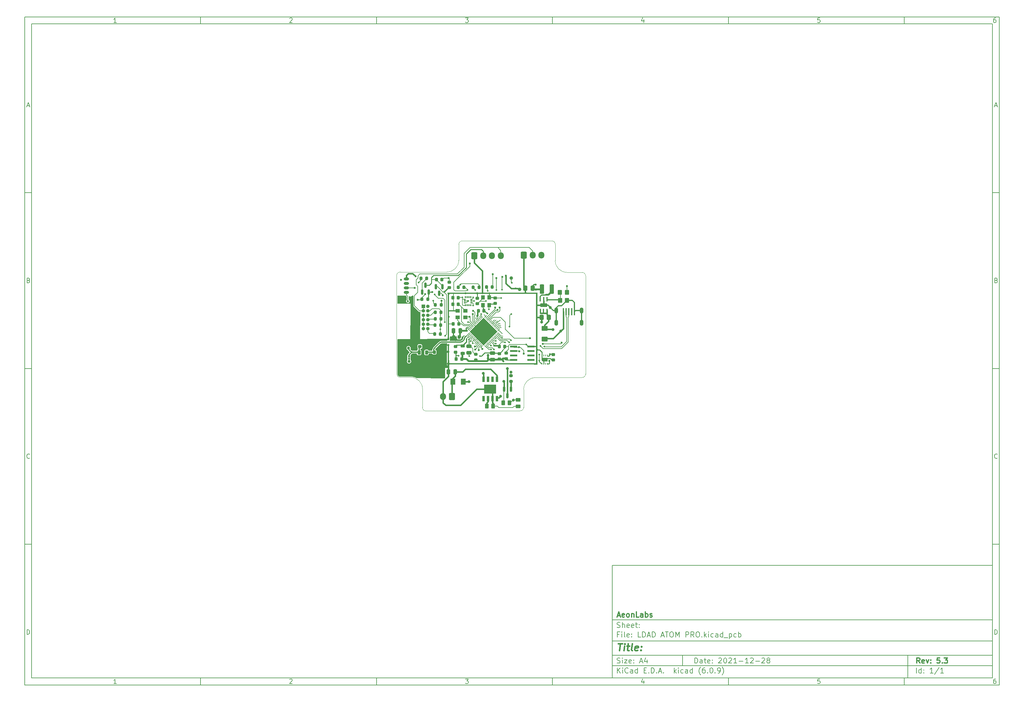
<source format=gbr>
G04 #@! TF.GenerationSoftware,KiCad,Pcbnew,(6.0.9)*
G04 #@! TF.CreationDate,2022-11-30T10:01:03+01:00*
G04 #@! TF.ProjectId,LDAD ATOM PRO,4c444144-2041-4544-9f4d-2050524f2e6b,5.3*
G04 #@! TF.SameCoordinates,Original*
G04 #@! TF.FileFunction,Copper,L1,Top*
G04 #@! TF.FilePolarity,Positive*
%FSLAX46Y46*%
G04 Gerber Fmt 4.6, Leading zero omitted, Abs format (unit mm)*
G04 Created by KiCad (PCBNEW (6.0.9)) date 2022-11-30 10:01:03*
%MOMM*%
%LPD*%
G01*
G04 APERTURE LIST*
G04 Aperture macros list*
%AMRoundRect*
0 Rectangle with rounded corners*
0 $1 Rounding radius*
0 $2 $3 $4 $5 $6 $7 $8 $9 X,Y pos of 4 corners*
0 Add a 4 corners polygon primitive as box body*
4,1,4,$2,$3,$4,$5,$6,$7,$8,$9,$2,$3,0*
0 Add four circle primitives for the rounded corners*
1,1,$1+$1,$2,$3*
1,1,$1+$1,$4,$5*
1,1,$1+$1,$6,$7*
1,1,$1+$1,$8,$9*
0 Add four rect primitives between the rounded corners*
20,1,$1+$1,$2,$3,$4,$5,0*
20,1,$1+$1,$4,$5,$6,$7,0*
20,1,$1+$1,$6,$7,$8,$9,0*
20,1,$1+$1,$8,$9,$2,$3,0*%
%AMRotRect*
0 Rectangle, with rotation*
0 The origin of the aperture is its center*
0 $1 length*
0 $2 width*
0 $3 Rotation angle, in degrees counterclockwise*
0 Add horizontal line*
21,1,$1,$2,0,0,$3*%
%AMFreePoly0*
4,1,6,0.500000,-0.850000,-0.500000,-0.850000,-0.500000,0.550000,-0.200000,0.850000,0.500000,0.850000,0.500000,-0.850000,0.500000,-0.850000,$1*%
G04 Aperture macros list end*
%ADD10C,0.100000*%
%ADD11C,0.150000*%
%ADD12C,0.300000*%
%ADD13C,0.400000*%
G04 #@! TA.AperFunction,NonConductor*
%ADD14C,0.200000*%
G04 #@! TD*
G04 #@! TA.AperFunction,Profile*
%ADD15C,0.120000*%
G04 #@! TD*
G04 #@! TA.AperFunction,SMDPad,CuDef*
%ADD16RoundRect,0.225000X-0.250000X0.225000X-0.250000X-0.225000X0.250000X-0.225000X0.250000X0.225000X0*%
G04 #@! TD*
G04 #@! TA.AperFunction,SMDPad,CuDef*
%ADD17RoundRect,0.250000X-0.262500X-0.450000X0.262500X-0.450000X0.262500X0.450000X-0.262500X0.450000X0*%
G04 #@! TD*
G04 #@! TA.AperFunction,SMDPad,CuDef*
%ADD18RoundRect,0.250000X0.475000X-0.250000X0.475000X0.250000X-0.475000X0.250000X-0.475000X-0.250000X0*%
G04 #@! TD*
G04 #@! TA.AperFunction,SMDPad,CuDef*
%ADD19RoundRect,0.250000X0.350000X0.450000X-0.350000X0.450000X-0.350000X-0.450000X0.350000X-0.450000X0*%
G04 #@! TD*
G04 #@! TA.AperFunction,SMDPad,CuDef*
%ADD20RoundRect,0.200000X-0.200000X-0.275000X0.200000X-0.275000X0.200000X0.275000X-0.200000X0.275000X0*%
G04 #@! TD*
G04 #@! TA.AperFunction,SMDPad,CuDef*
%ADD21R,1.300000X1.000000*%
G04 #@! TD*
G04 #@! TA.AperFunction,SMDPad,CuDef*
%ADD22RoundRect,0.225000X0.225000X0.250000X-0.225000X0.250000X-0.225000X-0.250000X0.225000X-0.250000X0*%
G04 #@! TD*
G04 #@! TA.AperFunction,ComponentPad*
%ADD23R,1.000000X1.000000*%
G04 #@! TD*
G04 #@! TA.AperFunction,ComponentPad*
%ADD24O,1.000000X1.000000*%
G04 #@! TD*
G04 #@! TA.AperFunction,SMDPad,CuDef*
%ADD25RoundRect,0.050000X-0.238649X-0.309359X0.309359X0.238649X0.238649X0.309359X-0.309359X-0.238649X0*%
G04 #@! TD*
G04 #@! TA.AperFunction,SMDPad,CuDef*
%ADD26RoundRect,0.050000X0.238649X-0.309359X0.309359X-0.238649X-0.238649X0.309359X-0.309359X0.238649X0*%
G04 #@! TD*
G04 #@! TA.AperFunction,SMDPad,CuDef*
%ADD27RotRect,5.600000X5.600000X45.000000*%
G04 #@! TD*
G04 #@! TA.AperFunction,SMDPad,CuDef*
%ADD28RoundRect,0.250001X-0.624999X0.462499X-0.624999X-0.462499X0.624999X-0.462499X0.624999X0.462499X0*%
G04 #@! TD*
G04 #@! TA.AperFunction,SMDPad,CuDef*
%ADD29RoundRect,0.200000X0.275000X-0.200000X0.275000X0.200000X-0.275000X0.200000X-0.275000X-0.200000X0*%
G04 #@! TD*
G04 #@! TA.AperFunction,SMDPad,CuDef*
%ADD30RoundRect,0.200000X0.200000X0.275000X-0.200000X0.275000X-0.200000X-0.275000X0.200000X-0.275000X0*%
G04 #@! TD*
G04 #@! TA.AperFunction,SMDPad,CuDef*
%ADD31RoundRect,0.225000X-0.225000X-0.250000X0.225000X-0.250000X0.225000X0.250000X-0.225000X0.250000X0*%
G04 #@! TD*
G04 #@! TA.AperFunction,ConnectorPad*
%ADD32R,0.400000X2.000000*%
G04 #@! TD*
G04 #@! TA.AperFunction,ComponentPad*
%ADD33O,1.100000X1.700000*%
G04 #@! TD*
G04 #@! TA.AperFunction,SMDPad,CuDef*
%ADD34RoundRect,0.225000X0.250000X-0.225000X0.250000X0.225000X-0.250000X0.225000X-0.250000X-0.225000X0*%
G04 #@! TD*
G04 #@! TA.AperFunction,SMDPad,CuDef*
%ADD35R,0.250000X0.550000*%
G04 #@! TD*
G04 #@! TA.AperFunction,SMDPad,CuDef*
%ADD36FreePoly0,90.000000*%
G04 #@! TD*
G04 #@! TA.AperFunction,SMDPad,CuDef*
%ADD37RoundRect,0.250000X-0.450000X0.262500X-0.450000X-0.262500X0.450000X-0.262500X0.450000X0.262500X0*%
G04 #@! TD*
G04 #@! TA.AperFunction,SMDPad,CuDef*
%ADD38RoundRect,0.250000X0.337500X0.475000X-0.337500X0.475000X-0.337500X-0.475000X0.337500X-0.475000X0*%
G04 #@! TD*
G04 #@! TA.AperFunction,SMDPad,CuDef*
%ADD39C,1.000000*%
G04 #@! TD*
G04 #@! TA.AperFunction,SMDPad,CuDef*
%ADD40RoundRect,0.250000X0.250000X0.475000X-0.250000X0.475000X-0.250000X-0.475000X0.250000X-0.475000X0*%
G04 #@! TD*
G04 #@! TA.AperFunction,ComponentPad*
%ADD41RoundRect,0.250000X-0.600000X-0.725000X0.600000X-0.725000X0.600000X0.725000X-0.600000X0.725000X0*%
G04 #@! TD*
G04 #@! TA.AperFunction,ComponentPad*
%ADD42O,1.700000X1.950000*%
G04 #@! TD*
G04 #@! TA.AperFunction,SMDPad,CuDef*
%ADD43RoundRect,0.250000X-0.375000X-1.075000X0.375000X-1.075000X0.375000X1.075000X-0.375000X1.075000X0*%
G04 #@! TD*
G04 #@! TA.AperFunction,SMDPad,CuDef*
%ADD44RoundRect,0.150000X-0.150000X0.587500X-0.150000X-0.587500X0.150000X-0.587500X0.150000X0.587500X0*%
G04 #@! TD*
G04 #@! TA.AperFunction,SMDPad,CuDef*
%ADD45RoundRect,0.150000X0.150000X-0.587500X0.150000X0.587500X-0.150000X0.587500X-0.150000X-0.587500X0*%
G04 #@! TD*
G04 #@! TA.AperFunction,SMDPad,CuDef*
%ADD46RoundRect,0.218750X0.381250X-0.218750X0.381250X0.218750X-0.381250X0.218750X-0.381250X-0.218750X0*%
G04 #@! TD*
G04 #@! TA.AperFunction,SMDPad,CuDef*
%ADD47R,25.500000X0.400000*%
G04 #@! TD*
G04 #@! TA.AperFunction,SMDPad,CuDef*
%ADD48RoundRect,0.250000X-0.250000X-0.475000X0.250000X-0.475000X0.250000X0.475000X-0.250000X0.475000X0*%
G04 #@! TD*
G04 #@! TA.AperFunction,SMDPad,CuDef*
%ADD49R,0.400000X20.500000*%
G04 #@! TD*
G04 #@! TA.AperFunction,SMDPad,CuDef*
%ADD50RoundRect,0.100000X-0.100000X-0.550000X0.100000X-0.550000X0.100000X0.550000X-0.100000X0.550000X0*%
G04 #@! TD*
G04 #@! TA.AperFunction,SMDPad,CuDef*
%ADD51RoundRect,0.262500X0.737500X0.262500X-0.737500X0.262500X-0.737500X-0.262500X0.737500X-0.262500X0*%
G04 #@! TD*
G04 #@! TA.AperFunction,SMDPad,CuDef*
%ADD52RoundRect,0.100000X0.100000X0.550000X-0.100000X0.550000X-0.100000X-0.550000X0.100000X-0.550000X0*%
G04 #@! TD*
G04 #@! TA.AperFunction,SMDPad,CuDef*
%ADD53R,0.700000X1.525000*%
G04 #@! TD*
G04 #@! TA.AperFunction,SMDPad,CuDef*
%ADD54R,3.402000X2.513000*%
G04 #@! TD*
G04 #@! TA.AperFunction,SMDPad,CuDef*
%ADD55RoundRect,0.218750X-0.218750X-0.381250X0.218750X-0.381250X0.218750X0.381250X-0.218750X0.381250X0*%
G04 #@! TD*
G04 #@! TA.AperFunction,SMDPad,CuDef*
%ADD56RoundRect,0.250000X-0.350000X-0.450000X0.350000X-0.450000X0.350000X0.450000X-0.350000X0.450000X0*%
G04 #@! TD*
G04 #@! TA.AperFunction,ComponentPad*
%ADD57RoundRect,0.250000X0.600000X0.750000X-0.600000X0.750000X-0.600000X-0.750000X0.600000X-0.750000X0*%
G04 #@! TD*
G04 #@! TA.AperFunction,ComponentPad*
%ADD58O,1.700000X2.000000*%
G04 #@! TD*
G04 #@! TA.AperFunction,SMDPad,CuDef*
%ADD59R,0.400000X5.700000*%
G04 #@! TD*
G04 #@! TA.AperFunction,SMDPad,CuDef*
%ADD60R,0.500000X0.500000*%
G04 #@! TD*
G04 #@! TA.AperFunction,SMDPad,CuDef*
%ADD61RoundRect,0.200000X-0.275000X0.200000X-0.275000X-0.200000X0.275000X-0.200000X0.275000X0.200000X0*%
G04 #@! TD*
G04 #@! TA.AperFunction,SMDPad,CuDef*
%ADD62R,25.400000X0.400000*%
G04 #@! TD*
G04 #@! TA.AperFunction,SMDPad,CuDef*
%ADD63RoundRect,0.250001X0.462499X0.624999X-0.462499X0.624999X-0.462499X-0.624999X0.462499X-0.624999X0*%
G04 #@! TD*
G04 #@! TA.AperFunction,SMDPad,CuDef*
%ADD64R,0.400000X13.300000*%
G04 #@! TD*
G04 #@! TA.AperFunction,SMDPad,CuDef*
%ADD65RoundRect,0.041300X0.948700X0.253700X-0.948700X0.253700X-0.948700X-0.253700X0.948700X-0.253700X0*%
G04 #@! TD*
G04 #@! TA.AperFunction,SMDPad,CuDef*
%ADD66R,0.350000X0.580000*%
G04 #@! TD*
G04 #@! TA.AperFunction,SMDPad,CuDef*
%ADD67R,0.580000X0.350000*%
G04 #@! TD*
G04 #@! TA.AperFunction,SMDPad,CuDef*
%ADD68R,1.000000X1.300000*%
G04 #@! TD*
G04 #@! TA.AperFunction,SMDPad,CuDef*
%ADD69RoundRect,0.250000X0.262500X0.450000X-0.262500X0.450000X-0.262500X-0.450000X0.262500X-0.450000X0*%
G04 #@! TD*
G04 #@! TA.AperFunction,SMDPad,CuDef*
%ADD70O,1.500000X0.800000*%
G04 #@! TD*
G04 #@! TA.AperFunction,ViaPad*
%ADD71C,0.600000*%
G04 #@! TD*
G04 #@! TA.AperFunction,ViaPad*
%ADD72C,0.800000*%
G04 #@! TD*
G04 #@! TA.AperFunction,ViaPad*
%ADD73C,0.500000*%
G04 #@! TD*
G04 #@! TA.AperFunction,ViaPad*
%ADD74C,0.700000*%
G04 #@! TD*
G04 #@! TA.AperFunction,Conductor*
%ADD75C,0.200000*%
G04 #@! TD*
G04 #@! TA.AperFunction,Conductor*
%ADD76C,0.400000*%
G04 #@! TD*
G04 #@! TA.AperFunction,Conductor*
%ADD77C,0.150000*%
G04 #@! TD*
G04 #@! TA.AperFunction,Conductor*
%ADD78C,0.300000*%
G04 #@! TD*
G04 #@! TA.AperFunction,Conductor*
%ADD79C,0.250000*%
G04 #@! TD*
G04 #@! TA.AperFunction,Conductor*
%ADD80C,0.320000*%
G04 #@! TD*
G04 #@! TA.AperFunction,Conductor*
%ADD81C,0.510000*%
G04 #@! TD*
G04 #@! TA.AperFunction,Conductor*
%ADD82C,0.180000*%
G04 #@! TD*
G04 #@! TA.AperFunction,Conductor*
%ADD83C,0.350000*%
G04 #@! TD*
G04 APERTURE END LIST*
D10*
D11*
X177002200Y-166007200D02*
X177002200Y-198007200D01*
X285002200Y-198007200D01*
X285002200Y-166007200D01*
X177002200Y-166007200D01*
D10*
D11*
X10000000Y-10000000D02*
X10000000Y-200007200D01*
X287002200Y-200007200D01*
X287002200Y-10000000D01*
X10000000Y-10000000D01*
D10*
D11*
X12000000Y-12000000D02*
X12000000Y-198007200D01*
X285002200Y-198007200D01*
X285002200Y-12000000D01*
X12000000Y-12000000D01*
D10*
D11*
X60000000Y-12000000D02*
X60000000Y-10000000D01*
D10*
D11*
X110000000Y-12000000D02*
X110000000Y-10000000D01*
D10*
D11*
X160000000Y-12000000D02*
X160000000Y-10000000D01*
D10*
D11*
X210000000Y-12000000D02*
X210000000Y-10000000D01*
D10*
D11*
X260000000Y-12000000D02*
X260000000Y-10000000D01*
D10*
D11*
X36065476Y-11588095D02*
X35322619Y-11588095D01*
X35694047Y-11588095D02*
X35694047Y-10288095D01*
X35570238Y-10473809D01*
X35446428Y-10597619D01*
X35322619Y-10659523D01*
D10*
D11*
X85322619Y-10411904D02*
X85384523Y-10350000D01*
X85508333Y-10288095D01*
X85817857Y-10288095D01*
X85941666Y-10350000D01*
X86003571Y-10411904D01*
X86065476Y-10535714D01*
X86065476Y-10659523D01*
X86003571Y-10845238D01*
X85260714Y-11588095D01*
X86065476Y-11588095D01*
D10*
D11*
X135260714Y-10288095D02*
X136065476Y-10288095D01*
X135632142Y-10783333D01*
X135817857Y-10783333D01*
X135941666Y-10845238D01*
X136003571Y-10907142D01*
X136065476Y-11030952D01*
X136065476Y-11340476D01*
X136003571Y-11464285D01*
X135941666Y-11526190D01*
X135817857Y-11588095D01*
X135446428Y-11588095D01*
X135322619Y-11526190D01*
X135260714Y-11464285D01*
D10*
D11*
X185941666Y-10721428D02*
X185941666Y-11588095D01*
X185632142Y-10226190D02*
X185322619Y-11154761D01*
X186127380Y-11154761D01*
D10*
D11*
X236003571Y-10288095D02*
X235384523Y-10288095D01*
X235322619Y-10907142D01*
X235384523Y-10845238D01*
X235508333Y-10783333D01*
X235817857Y-10783333D01*
X235941666Y-10845238D01*
X236003571Y-10907142D01*
X236065476Y-11030952D01*
X236065476Y-11340476D01*
X236003571Y-11464285D01*
X235941666Y-11526190D01*
X235817857Y-11588095D01*
X235508333Y-11588095D01*
X235384523Y-11526190D01*
X235322619Y-11464285D01*
D10*
D11*
X285941666Y-10288095D02*
X285694047Y-10288095D01*
X285570238Y-10350000D01*
X285508333Y-10411904D01*
X285384523Y-10597619D01*
X285322619Y-10845238D01*
X285322619Y-11340476D01*
X285384523Y-11464285D01*
X285446428Y-11526190D01*
X285570238Y-11588095D01*
X285817857Y-11588095D01*
X285941666Y-11526190D01*
X286003571Y-11464285D01*
X286065476Y-11340476D01*
X286065476Y-11030952D01*
X286003571Y-10907142D01*
X285941666Y-10845238D01*
X285817857Y-10783333D01*
X285570238Y-10783333D01*
X285446428Y-10845238D01*
X285384523Y-10907142D01*
X285322619Y-11030952D01*
D10*
D11*
X60000000Y-198007200D02*
X60000000Y-200007200D01*
D10*
D11*
X110000000Y-198007200D02*
X110000000Y-200007200D01*
D10*
D11*
X160000000Y-198007200D02*
X160000000Y-200007200D01*
D10*
D11*
X210000000Y-198007200D02*
X210000000Y-200007200D01*
D10*
D11*
X260000000Y-198007200D02*
X260000000Y-200007200D01*
D10*
D11*
X36065476Y-199595295D02*
X35322619Y-199595295D01*
X35694047Y-199595295D02*
X35694047Y-198295295D01*
X35570238Y-198481009D01*
X35446428Y-198604819D01*
X35322619Y-198666723D01*
D10*
D11*
X85322619Y-198419104D02*
X85384523Y-198357200D01*
X85508333Y-198295295D01*
X85817857Y-198295295D01*
X85941666Y-198357200D01*
X86003571Y-198419104D01*
X86065476Y-198542914D01*
X86065476Y-198666723D01*
X86003571Y-198852438D01*
X85260714Y-199595295D01*
X86065476Y-199595295D01*
D10*
D11*
X135260714Y-198295295D02*
X136065476Y-198295295D01*
X135632142Y-198790533D01*
X135817857Y-198790533D01*
X135941666Y-198852438D01*
X136003571Y-198914342D01*
X136065476Y-199038152D01*
X136065476Y-199347676D01*
X136003571Y-199471485D01*
X135941666Y-199533390D01*
X135817857Y-199595295D01*
X135446428Y-199595295D01*
X135322619Y-199533390D01*
X135260714Y-199471485D01*
D10*
D11*
X185941666Y-198728628D02*
X185941666Y-199595295D01*
X185632142Y-198233390D02*
X185322619Y-199161961D01*
X186127380Y-199161961D01*
D10*
D11*
X236003571Y-198295295D02*
X235384523Y-198295295D01*
X235322619Y-198914342D01*
X235384523Y-198852438D01*
X235508333Y-198790533D01*
X235817857Y-198790533D01*
X235941666Y-198852438D01*
X236003571Y-198914342D01*
X236065476Y-199038152D01*
X236065476Y-199347676D01*
X236003571Y-199471485D01*
X235941666Y-199533390D01*
X235817857Y-199595295D01*
X235508333Y-199595295D01*
X235384523Y-199533390D01*
X235322619Y-199471485D01*
D10*
D11*
X285941666Y-198295295D02*
X285694047Y-198295295D01*
X285570238Y-198357200D01*
X285508333Y-198419104D01*
X285384523Y-198604819D01*
X285322619Y-198852438D01*
X285322619Y-199347676D01*
X285384523Y-199471485D01*
X285446428Y-199533390D01*
X285570238Y-199595295D01*
X285817857Y-199595295D01*
X285941666Y-199533390D01*
X286003571Y-199471485D01*
X286065476Y-199347676D01*
X286065476Y-199038152D01*
X286003571Y-198914342D01*
X285941666Y-198852438D01*
X285817857Y-198790533D01*
X285570238Y-198790533D01*
X285446428Y-198852438D01*
X285384523Y-198914342D01*
X285322619Y-199038152D01*
D10*
D11*
X10000000Y-60000000D02*
X12000000Y-60000000D01*
D10*
D11*
X10000000Y-110000000D02*
X12000000Y-110000000D01*
D10*
D11*
X10000000Y-160000000D02*
X12000000Y-160000000D01*
D10*
D11*
X10690476Y-35216666D02*
X11309523Y-35216666D01*
X10566666Y-35588095D02*
X11000000Y-34288095D01*
X11433333Y-35588095D01*
D10*
D11*
X11092857Y-84907142D02*
X11278571Y-84969047D01*
X11340476Y-85030952D01*
X11402380Y-85154761D01*
X11402380Y-85340476D01*
X11340476Y-85464285D01*
X11278571Y-85526190D01*
X11154761Y-85588095D01*
X10659523Y-85588095D01*
X10659523Y-84288095D01*
X11092857Y-84288095D01*
X11216666Y-84350000D01*
X11278571Y-84411904D01*
X11340476Y-84535714D01*
X11340476Y-84659523D01*
X11278571Y-84783333D01*
X11216666Y-84845238D01*
X11092857Y-84907142D01*
X10659523Y-84907142D01*
D10*
D11*
X11402380Y-135464285D02*
X11340476Y-135526190D01*
X11154761Y-135588095D01*
X11030952Y-135588095D01*
X10845238Y-135526190D01*
X10721428Y-135402380D01*
X10659523Y-135278571D01*
X10597619Y-135030952D01*
X10597619Y-134845238D01*
X10659523Y-134597619D01*
X10721428Y-134473809D01*
X10845238Y-134350000D01*
X11030952Y-134288095D01*
X11154761Y-134288095D01*
X11340476Y-134350000D01*
X11402380Y-134411904D01*
D10*
D11*
X10659523Y-185588095D02*
X10659523Y-184288095D01*
X10969047Y-184288095D01*
X11154761Y-184350000D01*
X11278571Y-184473809D01*
X11340476Y-184597619D01*
X11402380Y-184845238D01*
X11402380Y-185030952D01*
X11340476Y-185278571D01*
X11278571Y-185402380D01*
X11154761Y-185526190D01*
X10969047Y-185588095D01*
X10659523Y-185588095D01*
D10*
D11*
X287002200Y-60000000D02*
X285002200Y-60000000D01*
D10*
D11*
X287002200Y-110000000D02*
X285002200Y-110000000D01*
D10*
D11*
X287002200Y-160000000D02*
X285002200Y-160000000D01*
D10*
D11*
X285692676Y-35216666D02*
X286311723Y-35216666D01*
X285568866Y-35588095D02*
X286002200Y-34288095D01*
X286435533Y-35588095D01*
D10*
D11*
X286095057Y-84907142D02*
X286280771Y-84969047D01*
X286342676Y-85030952D01*
X286404580Y-85154761D01*
X286404580Y-85340476D01*
X286342676Y-85464285D01*
X286280771Y-85526190D01*
X286156961Y-85588095D01*
X285661723Y-85588095D01*
X285661723Y-84288095D01*
X286095057Y-84288095D01*
X286218866Y-84350000D01*
X286280771Y-84411904D01*
X286342676Y-84535714D01*
X286342676Y-84659523D01*
X286280771Y-84783333D01*
X286218866Y-84845238D01*
X286095057Y-84907142D01*
X285661723Y-84907142D01*
D10*
D11*
X286404580Y-135464285D02*
X286342676Y-135526190D01*
X286156961Y-135588095D01*
X286033152Y-135588095D01*
X285847438Y-135526190D01*
X285723628Y-135402380D01*
X285661723Y-135278571D01*
X285599819Y-135030952D01*
X285599819Y-134845238D01*
X285661723Y-134597619D01*
X285723628Y-134473809D01*
X285847438Y-134350000D01*
X286033152Y-134288095D01*
X286156961Y-134288095D01*
X286342676Y-134350000D01*
X286404580Y-134411904D01*
D10*
D11*
X285661723Y-185588095D02*
X285661723Y-184288095D01*
X285971247Y-184288095D01*
X286156961Y-184350000D01*
X286280771Y-184473809D01*
X286342676Y-184597619D01*
X286404580Y-184845238D01*
X286404580Y-185030952D01*
X286342676Y-185278571D01*
X286280771Y-185402380D01*
X286156961Y-185526190D01*
X285971247Y-185588095D01*
X285661723Y-185588095D01*
D10*
D11*
X200434342Y-193785771D02*
X200434342Y-192285771D01*
X200791485Y-192285771D01*
X201005771Y-192357200D01*
X201148628Y-192500057D01*
X201220057Y-192642914D01*
X201291485Y-192928628D01*
X201291485Y-193142914D01*
X201220057Y-193428628D01*
X201148628Y-193571485D01*
X201005771Y-193714342D01*
X200791485Y-193785771D01*
X200434342Y-193785771D01*
X202577200Y-193785771D02*
X202577200Y-193000057D01*
X202505771Y-192857200D01*
X202362914Y-192785771D01*
X202077200Y-192785771D01*
X201934342Y-192857200D01*
X202577200Y-193714342D02*
X202434342Y-193785771D01*
X202077200Y-193785771D01*
X201934342Y-193714342D01*
X201862914Y-193571485D01*
X201862914Y-193428628D01*
X201934342Y-193285771D01*
X202077200Y-193214342D01*
X202434342Y-193214342D01*
X202577200Y-193142914D01*
X203077200Y-192785771D02*
X203648628Y-192785771D01*
X203291485Y-192285771D02*
X203291485Y-193571485D01*
X203362914Y-193714342D01*
X203505771Y-193785771D01*
X203648628Y-193785771D01*
X204720057Y-193714342D02*
X204577200Y-193785771D01*
X204291485Y-193785771D01*
X204148628Y-193714342D01*
X204077200Y-193571485D01*
X204077200Y-193000057D01*
X204148628Y-192857200D01*
X204291485Y-192785771D01*
X204577200Y-192785771D01*
X204720057Y-192857200D01*
X204791485Y-193000057D01*
X204791485Y-193142914D01*
X204077200Y-193285771D01*
X205434342Y-193642914D02*
X205505771Y-193714342D01*
X205434342Y-193785771D01*
X205362914Y-193714342D01*
X205434342Y-193642914D01*
X205434342Y-193785771D01*
X205434342Y-192857200D02*
X205505771Y-192928628D01*
X205434342Y-193000057D01*
X205362914Y-192928628D01*
X205434342Y-192857200D01*
X205434342Y-193000057D01*
X207220057Y-192428628D02*
X207291485Y-192357200D01*
X207434342Y-192285771D01*
X207791485Y-192285771D01*
X207934342Y-192357200D01*
X208005771Y-192428628D01*
X208077200Y-192571485D01*
X208077200Y-192714342D01*
X208005771Y-192928628D01*
X207148628Y-193785771D01*
X208077200Y-193785771D01*
X209005771Y-192285771D02*
X209148628Y-192285771D01*
X209291485Y-192357200D01*
X209362914Y-192428628D01*
X209434342Y-192571485D01*
X209505771Y-192857200D01*
X209505771Y-193214342D01*
X209434342Y-193500057D01*
X209362914Y-193642914D01*
X209291485Y-193714342D01*
X209148628Y-193785771D01*
X209005771Y-193785771D01*
X208862914Y-193714342D01*
X208791485Y-193642914D01*
X208720057Y-193500057D01*
X208648628Y-193214342D01*
X208648628Y-192857200D01*
X208720057Y-192571485D01*
X208791485Y-192428628D01*
X208862914Y-192357200D01*
X209005771Y-192285771D01*
X210077200Y-192428628D02*
X210148628Y-192357200D01*
X210291485Y-192285771D01*
X210648628Y-192285771D01*
X210791485Y-192357200D01*
X210862914Y-192428628D01*
X210934342Y-192571485D01*
X210934342Y-192714342D01*
X210862914Y-192928628D01*
X210005771Y-193785771D01*
X210934342Y-193785771D01*
X212362914Y-193785771D02*
X211505771Y-193785771D01*
X211934342Y-193785771D02*
X211934342Y-192285771D01*
X211791485Y-192500057D01*
X211648628Y-192642914D01*
X211505771Y-192714342D01*
X213005771Y-193214342D02*
X214148628Y-193214342D01*
X215648628Y-193785771D02*
X214791485Y-193785771D01*
X215220057Y-193785771D02*
X215220057Y-192285771D01*
X215077200Y-192500057D01*
X214934342Y-192642914D01*
X214791485Y-192714342D01*
X216220057Y-192428628D02*
X216291485Y-192357200D01*
X216434342Y-192285771D01*
X216791485Y-192285771D01*
X216934342Y-192357200D01*
X217005771Y-192428628D01*
X217077200Y-192571485D01*
X217077200Y-192714342D01*
X217005771Y-192928628D01*
X216148628Y-193785771D01*
X217077200Y-193785771D01*
X217720057Y-193214342D02*
X218862914Y-193214342D01*
X219505771Y-192428628D02*
X219577200Y-192357200D01*
X219720057Y-192285771D01*
X220077200Y-192285771D01*
X220220057Y-192357200D01*
X220291485Y-192428628D01*
X220362914Y-192571485D01*
X220362914Y-192714342D01*
X220291485Y-192928628D01*
X219434342Y-193785771D01*
X220362914Y-193785771D01*
X221220057Y-192928628D02*
X221077200Y-192857200D01*
X221005771Y-192785771D01*
X220934342Y-192642914D01*
X220934342Y-192571485D01*
X221005771Y-192428628D01*
X221077200Y-192357200D01*
X221220057Y-192285771D01*
X221505771Y-192285771D01*
X221648628Y-192357200D01*
X221720057Y-192428628D01*
X221791485Y-192571485D01*
X221791485Y-192642914D01*
X221720057Y-192785771D01*
X221648628Y-192857200D01*
X221505771Y-192928628D01*
X221220057Y-192928628D01*
X221077200Y-193000057D01*
X221005771Y-193071485D01*
X220934342Y-193214342D01*
X220934342Y-193500057D01*
X221005771Y-193642914D01*
X221077200Y-193714342D01*
X221220057Y-193785771D01*
X221505771Y-193785771D01*
X221648628Y-193714342D01*
X221720057Y-193642914D01*
X221791485Y-193500057D01*
X221791485Y-193214342D01*
X221720057Y-193071485D01*
X221648628Y-193000057D01*
X221505771Y-192928628D01*
D10*
D11*
X177002200Y-194507200D02*
X285002200Y-194507200D01*
D10*
D11*
X178434342Y-196585771D02*
X178434342Y-195085771D01*
X179291485Y-196585771D02*
X178648628Y-195728628D01*
X179291485Y-195085771D02*
X178434342Y-195942914D01*
X179934342Y-196585771D02*
X179934342Y-195585771D01*
X179934342Y-195085771D02*
X179862914Y-195157200D01*
X179934342Y-195228628D01*
X180005771Y-195157200D01*
X179934342Y-195085771D01*
X179934342Y-195228628D01*
X181505771Y-196442914D02*
X181434342Y-196514342D01*
X181220057Y-196585771D01*
X181077200Y-196585771D01*
X180862914Y-196514342D01*
X180720057Y-196371485D01*
X180648628Y-196228628D01*
X180577200Y-195942914D01*
X180577200Y-195728628D01*
X180648628Y-195442914D01*
X180720057Y-195300057D01*
X180862914Y-195157200D01*
X181077200Y-195085771D01*
X181220057Y-195085771D01*
X181434342Y-195157200D01*
X181505771Y-195228628D01*
X182791485Y-196585771D02*
X182791485Y-195800057D01*
X182720057Y-195657200D01*
X182577200Y-195585771D01*
X182291485Y-195585771D01*
X182148628Y-195657200D01*
X182791485Y-196514342D02*
X182648628Y-196585771D01*
X182291485Y-196585771D01*
X182148628Y-196514342D01*
X182077200Y-196371485D01*
X182077200Y-196228628D01*
X182148628Y-196085771D01*
X182291485Y-196014342D01*
X182648628Y-196014342D01*
X182791485Y-195942914D01*
X184148628Y-196585771D02*
X184148628Y-195085771D01*
X184148628Y-196514342D02*
X184005771Y-196585771D01*
X183720057Y-196585771D01*
X183577200Y-196514342D01*
X183505771Y-196442914D01*
X183434342Y-196300057D01*
X183434342Y-195871485D01*
X183505771Y-195728628D01*
X183577200Y-195657200D01*
X183720057Y-195585771D01*
X184005771Y-195585771D01*
X184148628Y-195657200D01*
X186005771Y-195800057D02*
X186505771Y-195800057D01*
X186720057Y-196585771D02*
X186005771Y-196585771D01*
X186005771Y-195085771D01*
X186720057Y-195085771D01*
X187362914Y-196442914D02*
X187434342Y-196514342D01*
X187362914Y-196585771D01*
X187291485Y-196514342D01*
X187362914Y-196442914D01*
X187362914Y-196585771D01*
X188077200Y-196585771D02*
X188077200Y-195085771D01*
X188434342Y-195085771D01*
X188648628Y-195157200D01*
X188791485Y-195300057D01*
X188862914Y-195442914D01*
X188934342Y-195728628D01*
X188934342Y-195942914D01*
X188862914Y-196228628D01*
X188791485Y-196371485D01*
X188648628Y-196514342D01*
X188434342Y-196585771D01*
X188077200Y-196585771D01*
X189577200Y-196442914D02*
X189648628Y-196514342D01*
X189577200Y-196585771D01*
X189505771Y-196514342D01*
X189577200Y-196442914D01*
X189577200Y-196585771D01*
X190220057Y-196157200D02*
X190934342Y-196157200D01*
X190077200Y-196585771D02*
X190577200Y-195085771D01*
X191077200Y-196585771D01*
X191577200Y-196442914D02*
X191648628Y-196514342D01*
X191577200Y-196585771D01*
X191505771Y-196514342D01*
X191577200Y-196442914D01*
X191577200Y-196585771D01*
X194577200Y-196585771D02*
X194577200Y-195085771D01*
X194720057Y-196014342D02*
X195148628Y-196585771D01*
X195148628Y-195585771D02*
X194577200Y-196157200D01*
X195791485Y-196585771D02*
X195791485Y-195585771D01*
X195791485Y-195085771D02*
X195720057Y-195157200D01*
X195791485Y-195228628D01*
X195862914Y-195157200D01*
X195791485Y-195085771D01*
X195791485Y-195228628D01*
X197148628Y-196514342D02*
X197005771Y-196585771D01*
X196720057Y-196585771D01*
X196577200Y-196514342D01*
X196505771Y-196442914D01*
X196434342Y-196300057D01*
X196434342Y-195871485D01*
X196505771Y-195728628D01*
X196577200Y-195657200D01*
X196720057Y-195585771D01*
X197005771Y-195585771D01*
X197148628Y-195657200D01*
X198434342Y-196585771D02*
X198434342Y-195800057D01*
X198362914Y-195657200D01*
X198220057Y-195585771D01*
X197934342Y-195585771D01*
X197791485Y-195657200D01*
X198434342Y-196514342D02*
X198291485Y-196585771D01*
X197934342Y-196585771D01*
X197791485Y-196514342D01*
X197720057Y-196371485D01*
X197720057Y-196228628D01*
X197791485Y-196085771D01*
X197934342Y-196014342D01*
X198291485Y-196014342D01*
X198434342Y-195942914D01*
X199791485Y-196585771D02*
X199791485Y-195085771D01*
X199791485Y-196514342D02*
X199648628Y-196585771D01*
X199362914Y-196585771D01*
X199220057Y-196514342D01*
X199148628Y-196442914D01*
X199077200Y-196300057D01*
X199077200Y-195871485D01*
X199148628Y-195728628D01*
X199220057Y-195657200D01*
X199362914Y-195585771D01*
X199648628Y-195585771D01*
X199791485Y-195657200D01*
X202077200Y-197157200D02*
X202005771Y-197085771D01*
X201862914Y-196871485D01*
X201791485Y-196728628D01*
X201720057Y-196514342D01*
X201648628Y-196157200D01*
X201648628Y-195871485D01*
X201720057Y-195514342D01*
X201791485Y-195300057D01*
X201862914Y-195157200D01*
X202005771Y-194942914D01*
X202077200Y-194871485D01*
X203291485Y-195085771D02*
X203005771Y-195085771D01*
X202862914Y-195157200D01*
X202791485Y-195228628D01*
X202648628Y-195442914D01*
X202577200Y-195728628D01*
X202577200Y-196300057D01*
X202648628Y-196442914D01*
X202720057Y-196514342D01*
X202862914Y-196585771D01*
X203148628Y-196585771D01*
X203291485Y-196514342D01*
X203362914Y-196442914D01*
X203434342Y-196300057D01*
X203434342Y-195942914D01*
X203362914Y-195800057D01*
X203291485Y-195728628D01*
X203148628Y-195657200D01*
X202862914Y-195657200D01*
X202720057Y-195728628D01*
X202648628Y-195800057D01*
X202577200Y-195942914D01*
X204077200Y-196442914D02*
X204148628Y-196514342D01*
X204077200Y-196585771D01*
X204005771Y-196514342D01*
X204077200Y-196442914D01*
X204077200Y-196585771D01*
X205077200Y-195085771D02*
X205220057Y-195085771D01*
X205362914Y-195157200D01*
X205434342Y-195228628D01*
X205505771Y-195371485D01*
X205577200Y-195657200D01*
X205577200Y-196014342D01*
X205505771Y-196300057D01*
X205434342Y-196442914D01*
X205362914Y-196514342D01*
X205220057Y-196585771D01*
X205077200Y-196585771D01*
X204934342Y-196514342D01*
X204862914Y-196442914D01*
X204791485Y-196300057D01*
X204720057Y-196014342D01*
X204720057Y-195657200D01*
X204791485Y-195371485D01*
X204862914Y-195228628D01*
X204934342Y-195157200D01*
X205077200Y-195085771D01*
X206220057Y-196442914D02*
X206291485Y-196514342D01*
X206220057Y-196585771D01*
X206148628Y-196514342D01*
X206220057Y-196442914D01*
X206220057Y-196585771D01*
X207005771Y-196585771D02*
X207291485Y-196585771D01*
X207434342Y-196514342D01*
X207505771Y-196442914D01*
X207648628Y-196228628D01*
X207720057Y-195942914D01*
X207720057Y-195371485D01*
X207648628Y-195228628D01*
X207577200Y-195157200D01*
X207434342Y-195085771D01*
X207148628Y-195085771D01*
X207005771Y-195157200D01*
X206934342Y-195228628D01*
X206862914Y-195371485D01*
X206862914Y-195728628D01*
X206934342Y-195871485D01*
X207005771Y-195942914D01*
X207148628Y-196014342D01*
X207434342Y-196014342D01*
X207577200Y-195942914D01*
X207648628Y-195871485D01*
X207720057Y-195728628D01*
X208220057Y-197157200D02*
X208291485Y-197085771D01*
X208434342Y-196871485D01*
X208505771Y-196728628D01*
X208577200Y-196514342D01*
X208648628Y-196157200D01*
X208648628Y-195871485D01*
X208577200Y-195514342D01*
X208505771Y-195300057D01*
X208434342Y-195157200D01*
X208291485Y-194942914D01*
X208220057Y-194871485D01*
D10*
D11*
X177002200Y-191507200D02*
X285002200Y-191507200D01*
D10*
D12*
X264411485Y-193785771D02*
X263911485Y-193071485D01*
X263554342Y-193785771D02*
X263554342Y-192285771D01*
X264125771Y-192285771D01*
X264268628Y-192357200D01*
X264340057Y-192428628D01*
X264411485Y-192571485D01*
X264411485Y-192785771D01*
X264340057Y-192928628D01*
X264268628Y-193000057D01*
X264125771Y-193071485D01*
X263554342Y-193071485D01*
X265625771Y-193714342D02*
X265482914Y-193785771D01*
X265197200Y-193785771D01*
X265054342Y-193714342D01*
X264982914Y-193571485D01*
X264982914Y-193000057D01*
X265054342Y-192857200D01*
X265197200Y-192785771D01*
X265482914Y-192785771D01*
X265625771Y-192857200D01*
X265697200Y-193000057D01*
X265697200Y-193142914D01*
X264982914Y-193285771D01*
X266197200Y-192785771D02*
X266554342Y-193785771D01*
X266911485Y-192785771D01*
X267482914Y-193642914D02*
X267554342Y-193714342D01*
X267482914Y-193785771D01*
X267411485Y-193714342D01*
X267482914Y-193642914D01*
X267482914Y-193785771D01*
X267482914Y-192857200D02*
X267554342Y-192928628D01*
X267482914Y-193000057D01*
X267411485Y-192928628D01*
X267482914Y-192857200D01*
X267482914Y-193000057D01*
X270054342Y-192285771D02*
X269340057Y-192285771D01*
X269268628Y-193000057D01*
X269340057Y-192928628D01*
X269482914Y-192857200D01*
X269840057Y-192857200D01*
X269982914Y-192928628D01*
X270054342Y-193000057D01*
X270125771Y-193142914D01*
X270125771Y-193500057D01*
X270054342Y-193642914D01*
X269982914Y-193714342D01*
X269840057Y-193785771D01*
X269482914Y-193785771D01*
X269340057Y-193714342D01*
X269268628Y-193642914D01*
X270768628Y-193642914D02*
X270840057Y-193714342D01*
X270768628Y-193785771D01*
X270697200Y-193714342D01*
X270768628Y-193642914D01*
X270768628Y-193785771D01*
X271340057Y-192285771D02*
X272268628Y-192285771D01*
X271768628Y-192857200D01*
X271982914Y-192857200D01*
X272125771Y-192928628D01*
X272197200Y-193000057D01*
X272268628Y-193142914D01*
X272268628Y-193500057D01*
X272197200Y-193642914D01*
X272125771Y-193714342D01*
X271982914Y-193785771D01*
X271554342Y-193785771D01*
X271411485Y-193714342D01*
X271340057Y-193642914D01*
D10*
D11*
X178362914Y-193714342D02*
X178577200Y-193785771D01*
X178934342Y-193785771D01*
X179077200Y-193714342D01*
X179148628Y-193642914D01*
X179220057Y-193500057D01*
X179220057Y-193357200D01*
X179148628Y-193214342D01*
X179077200Y-193142914D01*
X178934342Y-193071485D01*
X178648628Y-193000057D01*
X178505771Y-192928628D01*
X178434342Y-192857200D01*
X178362914Y-192714342D01*
X178362914Y-192571485D01*
X178434342Y-192428628D01*
X178505771Y-192357200D01*
X178648628Y-192285771D01*
X179005771Y-192285771D01*
X179220057Y-192357200D01*
X179862914Y-193785771D02*
X179862914Y-192785771D01*
X179862914Y-192285771D02*
X179791485Y-192357200D01*
X179862914Y-192428628D01*
X179934342Y-192357200D01*
X179862914Y-192285771D01*
X179862914Y-192428628D01*
X180434342Y-192785771D02*
X181220057Y-192785771D01*
X180434342Y-193785771D01*
X181220057Y-193785771D01*
X182362914Y-193714342D02*
X182220057Y-193785771D01*
X181934342Y-193785771D01*
X181791485Y-193714342D01*
X181720057Y-193571485D01*
X181720057Y-193000057D01*
X181791485Y-192857200D01*
X181934342Y-192785771D01*
X182220057Y-192785771D01*
X182362914Y-192857200D01*
X182434342Y-193000057D01*
X182434342Y-193142914D01*
X181720057Y-193285771D01*
X183077200Y-193642914D02*
X183148628Y-193714342D01*
X183077200Y-193785771D01*
X183005771Y-193714342D01*
X183077200Y-193642914D01*
X183077200Y-193785771D01*
X183077200Y-192857200D02*
X183148628Y-192928628D01*
X183077200Y-193000057D01*
X183005771Y-192928628D01*
X183077200Y-192857200D01*
X183077200Y-193000057D01*
X184862914Y-193357200D02*
X185577200Y-193357200D01*
X184720057Y-193785771D02*
X185220057Y-192285771D01*
X185720057Y-193785771D01*
X186862914Y-192785771D02*
X186862914Y-193785771D01*
X186505771Y-192214342D02*
X186148628Y-193285771D01*
X187077200Y-193285771D01*
D10*
D11*
X263434342Y-196585771D02*
X263434342Y-195085771D01*
X264791485Y-196585771D02*
X264791485Y-195085771D01*
X264791485Y-196514342D02*
X264648628Y-196585771D01*
X264362914Y-196585771D01*
X264220057Y-196514342D01*
X264148628Y-196442914D01*
X264077200Y-196300057D01*
X264077200Y-195871485D01*
X264148628Y-195728628D01*
X264220057Y-195657200D01*
X264362914Y-195585771D01*
X264648628Y-195585771D01*
X264791485Y-195657200D01*
X265505771Y-196442914D02*
X265577200Y-196514342D01*
X265505771Y-196585771D01*
X265434342Y-196514342D01*
X265505771Y-196442914D01*
X265505771Y-196585771D01*
X265505771Y-195657200D02*
X265577200Y-195728628D01*
X265505771Y-195800057D01*
X265434342Y-195728628D01*
X265505771Y-195657200D01*
X265505771Y-195800057D01*
X268148628Y-196585771D02*
X267291485Y-196585771D01*
X267720057Y-196585771D02*
X267720057Y-195085771D01*
X267577200Y-195300057D01*
X267434342Y-195442914D01*
X267291485Y-195514342D01*
X269862914Y-195014342D02*
X268577200Y-196942914D01*
X271148628Y-196585771D02*
X270291485Y-196585771D01*
X270720057Y-196585771D02*
X270720057Y-195085771D01*
X270577200Y-195300057D01*
X270434342Y-195442914D01*
X270291485Y-195514342D01*
D10*
D11*
X177002200Y-187507200D02*
X285002200Y-187507200D01*
D10*
D13*
X178714580Y-188211961D02*
X179857438Y-188211961D01*
X179036009Y-190211961D02*
X179286009Y-188211961D01*
X180274104Y-190211961D02*
X180440771Y-188878628D01*
X180524104Y-188211961D02*
X180416961Y-188307200D01*
X180500295Y-188402438D01*
X180607438Y-188307200D01*
X180524104Y-188211961D01*
X180500295Y-188402438D01*
X181107438Y-188878628D02*
X181869342Y-188878628D01*
X181476485Y-188211961D02*
X181262200Y-189926247D01*
X181333628Y-190116723D01*
X181512200Y-190211961D01*
X181702676Y-190211961D01*
X182655057Y-190211961D02*
X182476485Y-190116723D01*
X182405057Y-189926247D01*
X182619342Y-188211961D01*
X184190771Y-190116723D02*
X183988390Y-190211961D01*
X183607438Y-190211961D01*
X183428866Y-190116723D01*
X183357438Y-189926247D01*
X183452676Y-189164342D01*
X183571723Y-188973866D01*
X183774104Y-188878628D01*
X184155057Y-188878628D01*
X184333628Y-188973866D01*
X184405057Y-189164342D01*
X184381247Y-189354819D01*
X183405057Y-189545295D01*
X185155057Y-190021485D02*
X185238390Y-190116723D01*
X185131247Y-190211961D01*
X185047914Y-190116723D01*
X185155057Y-190021485D01*
X185131247Y-190211961D01*
X185286009Y-188973866D02*
X185369342Y-189069104D01*
X185262200Y-189164342D01*
X185178866Y-189069104D01*
X185286009Y-188973866D01*
X185262200Y-189164342D01*
D10*
D11*
X178934342Y-185600057D02*
X178434342Y-185600057D01*
X178434342Y-186385771D02*
X178434342Y-184885771D01*
X179148628Y-184885771D01*
X179720057Y-186385771D02*
X179720057Y-185385771D01*
X179720057Y-184885771D02*
X179648628Y-184957200D01*
X179720057Y-185028628D01*
X179791485Y-184957200D01*
X179720057Y-184885771D01*
X179720057Y-185028628D01*
X180648628Y-186385771D02*
X180505771Y-186314342D01*
X180434342Y-186171485D01*
X180434342Y-184885771D01*
X181791485Y-186314342D02*
X181648628Y-186385771D01*
X181362914Y-186385771D01*
X181220057Y-186314342D01*
X181148628Y-186171485D01*
X181148628Y-185600057D01*
X181220057Y-185457200D01*
X181362914Y-185385771D01*
X181648628Y-185385771D01*
X181791485Y-185457200D01*
X181862914Y-185600057D01*
X181862914Y-185742914D01*
X181148628Y-185885771D01*
X182505771Y-186242914D02*
X182577200Y-186314342D01*
X182505771Y-186385771D01*
X182434342Y-186314342D01*
X182505771Y-186242914D01*
X182505771Y-186385771D01*
X182505771Y-185457200D02*
X182577200Y-185528628D01*
X182505771Y-185600057D01*
X182434342Y-185528628D01*
X182505771Y-185457200D01*
X182505771Y-185600057D01*
X185077200Y-186385771D02*
X184362914Y-186385771D01*
X184362914Y-184885771D01*
X185577200Y-186385771D02*
X185577200Y-184885771D01*
X185934342Y-184885771D01*
X186148628Y-184957200D01*
X186291485Y-185100057D01*
X186362914Y-185242914D01*
X186434342Y-185528628D01*
X186434342Y-185742914D01*
X186362914Y-186028628D01*
X186291485Y-186171485D01*
X186148628Y-186314342D01*
X185934342Y-186385771D01*
X185577200Y-186385771D01*
X187005771Y-185957200D02*
X187720057Y-185957200D01*
X186862914Y-186385771D02*
X187362914Y-184885771D01*
X187862914Y-186385771D01*
X188362914Y-186385771D02*
X188362914Y-184885771D01*
X188720057Y-184885771D01*
X188934342Y-184957200D01*
X189077200Y-185100057D01*
X189148628Y-185242914D01*
X189220057Y-185528628D01*
X189220057Y-185742914D01*
X189148628Y-186028628D01*
X189077200Y-186171485D01*
X188934342Y-186314342D01*
X188720057Y-186385771D01*
X188362914Y-186385771D01*
X190934342Y-185957200D02*
X191648628Y-185957200D01*
X190791485Y-186385771D02*
X191291485Y-184885771D01*
X191791485Y-186385771D01*
X192077200Y-184885771D02*
X192934342Y-184885771D01*
X192505771Y-186385771D02*
X192505771Y-184885771D01*
X193720057Y-184885771D02*
X194005771Y-184885771D01*
X194148628Y-184957200D01*
X194291485Y-185100057D01*
X194362914Y-185385771D01*
X194362914Y-185885771D01*
X194291485Y-186171485D01*
X194148628Y-186314342D01*
X194005771Y-186385771D01*
X193720057Y-186385771D01*
X193577200Y-186314342D01*
X193434342Y-186171485D01*
X193362914Y-185885771D01*
X193362914Y-185385771D01*
X193434342Y-185100057D01*
X193577200Y-184957200D01*
X193720057Y-184885771D01*
X195005771Y-186385771D02*
X195005771Y-184885771D01*
X195505771Y-185957200D01*
X196005771Y-184885771D01*
X196005771Y-186385771D01*
X197862914Y-186385771D02*
X197862914Y-184885771D01*
X198434342Y-184885771D01*
X198577200Y-184957200D01*
X198648628Y-185028628D01*
X198720057Y-185171485D01*
X198720057Y-185385771D01*
X198648628Y-185528628D01*
X198577200Y-185600057D01*
X198434342Y-185671485D01*
X197862914Y-185671485D01*
X200220057Y-186385771D02*
X199720057Y-185671485D01*
X199362914Y-186385771D02*
X199362914Y-184885771D01*
X199934342Y-184885771D01*
X200077200Y-184957200D01*
X200148628Y-185028628D01*
X200220057Y-185171485D01*
X200220057Y-185385771D01*
X200148628Y-185528628D01*
X200077200Y-185600057D01*
X199934342Y-185671485D01*
X199362914Y-185671485D01*
X201148628Y-184885771D02*
X201434342Y-184885771D01*
X201577200Y-184957200D01*
X201720057Y-185100057D01*
X201791485Y-185385771D01*
X201791485Y-185885771D01*
X201720057Y-186171485D01*
X201577200Y-186314342D01*
X201434342Y-186385771D01*
X201148628Y-186385771D01*
X201005771Y-186314342D01*
X200862914Y-186171485D01*
X200791485Y-185885771D01*
X200791485Y-185385771D01*
X200862914Y-185100057D01*
X201005771Y-184957200D01*
X201148628Y-184885771D01*
X202434342Y-186242914D02*
X202505771Y-186314342D01*
X202434342Y-186385771D01*
X202362914Y-186314342D01*
X202434342Y-186242914D01*
X202434342Y-186385771D01*
X203148628Y-186385771D02*
X203148628Y-184885771D01*
X203291485Y-185814342D02*
X203720057Y-186385771D01*
X203720057Y-185385771D02*
X203148628Y-185957200D01*
X204362914Y-186385771D02*
X204362914Y-185385771D01*
X204362914Y-184885771D02*
X204291485Y-184957200D01*
X204362914Y-185028628D01*
X204434342Y-184957200D01*
X204362914Y-184885771D01*
X204362914Y-185028628D01*
X205720057Y-186314342D02*
X205577200Y-186385771D01*
X205291485Y-186385771D01*
X205148628Y-186314342D01*
X205077200Y-186242914D01*
X205005771Y-186100057D01*
X205005771Y-185671485D01*
X205077200Y-185528628D01*
X205148628Y-185457200D01*
X205291485Y-185385771D01*
X205577200Y-185385771D01*
X205720057Y-185457200D01*
X207005771Y-186385771D02*
X207005771Y-185600057D01*
X206934342Y-185457200D01*
X206791485Y-185385771D01*
X206505771Y-185385771D01*
X206362914Y-185457200D01*
X207005771Y-186314342D02*
X206862914Y-186385771D01*
X206505771Y-186385771D01*
X206362914Y-186314342D01*
X206291485Y-186171485D01*
X206291485Y-186028628D01*
X206362914Y-185885771D01*
X206505771Y-185814342D01*
X206862914Y-185814342D01*
X207005771Y-185742914D01*
X208362914Y-186385771D02*
X208362914Y-184885771D01*
X208362914Y-186314342D02*
X208220057Y-186385771D01*
X207934342Y-186385771D01*
X207791485Y-186314342D01*
X207720057Y-186242914D01*
X207648628Y-186100057D01*
X207648628Y-185671485D01*
X207720057Y-185528628D01*
X207791485Y-185457200D01*
X207934342Y-185385771D01*
X208220057Y-185385771D01*
X208362914Y-185457200D01*
X208720057Y-186528628D02*
X209862914Y-186528628D01*
X210220057Y-185385771D02*
X210220057Y-186885771D01*
X210220057Y-185457200D02*
X210362914Y-185385771D01*
X210648628Y-185385771D01*
X210791485Y-185457200D01*
X210862914Y-185528628D01*
X210934342Y-185671485D01*
X210934342Y-186100057D01*
X210862914Y-186242914D01*
X210791485Y-186314342D01*
X210648628Y-186385771D01*
X210362914Y-186385771D01*
X210220057Y-186314342D01*
X212220057Y-186314342D02*
X212077200Y-186385771D01*
X211791485Y-186385771D01*
X211648628Y-186314342D01*
X211577200Y-186242914D01*
X211505771Y-186100057D01*
X211505771Y-185671485D01*
X211577200Y-185528628D01*
X211648628Y-185457200D01*
X211791485Y-185385771D01*
X212077200Y-185385771D01*
X212220057Y-185457200D01*
X212862914Y-186385771D02*
X212862914Y-184885771D01*
X212862914Y-185457200D02*
X213005771Y-185385771D01*
X213291485Y-185385771D01*
X213434342Y-185457200D01*
X213505771Y-185528628D01*
X213577200Y-185671485D01*
X213577200Y-186100057D01*
X213505771Y-186242914D01*
X213434342Y-186314342D01*
X213291485Y-186385771D01*
X213005771Y-186385771D01*
X212862914Y-186314342D01*
D10*
D11*
X177002200Y-181507200D02*
X285002200Y-181507200D01*
D10*
D11*
X178362914Y-183614342D02*
X178577200Y-183685771D01*
X178934342Y-183685771D01*
X179077200Y-183614342D01*
X179148628Y-183542914D01*
X179220057Y-183400057D01*
X179220057Y-183257200D01*
X179148628Y-183114342D01*
X179077200Y-183042914D01*
X178934342Y-182971485D01*
X178648628Y-182900057D01*
X178505771Y-182828628D01*
X178434342Y-182757200D01*
X178362914Y-182614342D01*
X178362914Y-182471485D01*
X178434342Y-182328628D01*
X178505771Y-182257200D01*
X178648628Y-182185771D01*
X179005771Y-182185771D01*
X179220057Y-182257200D01*
X179862914Y-183685771D02*
X179862914Y-182185771D01*
X180505771Y-183685771D02*
X180505771Y-182900057D01*
X180434342Y-182757200D01*
X180291485Y-182685771D01*
X180077200Y-182685771D01*
X179934342Y-182757200D01*
X179862914Y-182828628D01*
X181791485Y-183614342D02*
X181648628Y-183685771D01*
X181362914Y-183685771D01*
X181220057Y-183614342D01*
X181148628Y-183471485D01*
X181148628Y-182900057D01*
X181220057Y-182757200D01*
X181362914Y-182685771D01*
X181648628Y-182685771D01*
X181791485Y-182757200D01*
X181862914Y-182900057D01*
X181862914Y-183042914D01*
X181148628Y-183185771D01*
X183077200Y-183614342D02*
X182934342Y-183685771D01*
X182648628Y-183685771D01*
X182505771Y-183614342D01*
X182434342Y-183471485D01*
X182434342Y-182900057D01*
X182505771Y-182757200D01*
X182648628Y-182685771D01*
X182934342Y-182685771D01*
X183077200Y-182757200D01*
X183148628Y-182900057D01*
X183148628Y-183042914D01*
X182434342Y-183185771D01*
X183577200Y-182685771D02*
X184148628Y-182685771D01*
X183791485Y-182185771D02*
X183791485Y-183471485D01*
X183862914Y-183614342D01*
X184005771Y-183685771D01*
X184148628Y-183685771D01*
X184648628Y-183542914D02*
X184720057Y-183614342D01*
X184648628Y-183685771D01*
X184577200Y-183614342D01*
X184648628Y-183542914D01*
X184648628Y-183685771D01*
X184648628Y-182757200D02*
X184720057Y-182828628D01*
X184648628Y-182900057D01*
X184577200Y-182828628D01*
X184648628Y-182757200D01*
X184648628Y-182900057D01*
D10*
D12*
X178482914Y-180257200D02*
X179197200Y-180257200D01*
X178340057Y-180685771D02*
X178840057Y-179185771D01*
X179340057Y-180685771D01*
X180411485Y-180614342D02*
X180268628Y-180685771D01*
X179982914Y-180685771D01*
X179840057Y-180614342D01*
X179768628Y-180471485D01*
X179768628Y-179900057D01*
X179840057Y-179757200D01*
X179982914Y-179685771D01*
X180268628Y-179685771D01*
X180411485Y-179757200D01*
X180482914Y-179900057D01*
X180482914Y-180042914D01*
X179768628Y-180185771D01*
X181340057Y-180685771D02*
X181197200Y-180614342D01*
X181125771Y-180542914D01*
X181054342Y-180400057D01*
X181054342Y-179971485D01*
X181125771Y-179828628D01*
X181197200Y-179757200D01*
X181340057Y-179685771D01*
X181554342Y-179685771D01*
X181697200Y-179757200D01*
X181768628Y-179828628D01*
X181840057Y-179971485D01*
X181840057Y-180400057D01*
X181768628Y-180542914D01*
X181697200Y-180614342D01*
X181554342Y-180685771D01*
X181340057Y-180685771D01*
X182482914Y-179685771D02*
X182482914Y-180685771D01*
X182482914Y-179828628D02*
X182554342Y-179757200D01*
X182697200Y-179685771D01*
X182911485Y-179685771D01*
X183054342Y-179757200D01*
X183125771Y-179900057D01*
X183125771Y-180685771D01*
X184554342Y-180685771D02*
X183840057Y-180685771D01*
X183840057Y-179185771D01*
X185697200Y-180685771D02*
X185697200Y-179900057D01*
X185625771Y-179757200D01*
X185482914Y-179685771D01*
X185197200Y-179685771D01*
X185054342Y-179757200D01*
X185697200Y-180614342D02*
X185554342Y-180685771D01*
X185197200Y-180685771D01*
X185054342Y-180614342D01*
X184982914Y-180471485D01*
X184982914Y-180328628D01*
X185054342Y-180185771D01*
X185197200Y-180114342D01*
X185554342Y-180114342D01*
X185697200Y-180042914D01*
X186411485Y-180685771D02*
X186411485Y-179185771D01*
X186411485Y-179757200D02*
X186554342Y-179685771D01*
X186840057Y-179685771D01*
X186982914Y-179757200D01*
X187054342Y-179828628D01*
X187125771Y-179971485D01*
X187125771Y-180400057D01*
X187054342Y-180542914D01*
X186982914Y-180614342D01*
X186840057Y-180685771D01*
X186554342Y-180685771D01*
X186411485Y-180614342D01*
X187697200Y-180614342D02*
X187840057Y-180685771D01*
X188125771Y-180685771D01*
X188268628Y-180614342D01*
X188340057Y-180471485D01*
X188340057Y-180400057D01*
X188268628Y-180257200D01*
X188125771Y-180185771D01*
X187911485Y-180185771D01*
X187768628Y-180114342D01*
X187697200Y-179971485D01*
X187697200Y-179900057D01*
X187768628Y-179757200D01*
X187911485Y-179685771D01*
X188125771Y-179685771D01*
X188268628Y-179757200D01*
D10*
D11*
D10*
D11*
D10*
D11*
D10*
D11*
D10*
D11*
X197002200Y-191507200D02*
X197002200Y-194507200D01*
D10*
D11*
X261002200Y-191507200D02*
X261002200Y-198007200D01*
D14*
X129477990Y-88167989D02*
G75*
G03*
X129477990Y-88167989I-197990J0D01*
G01*
D15*
G04 #@! TO.C,G\u002A\u002A\u002A*
X160787671Y-74711851D02*
X160776866Y-79300755D01*
X133369724Y-74646254D02*
X133358919Y-79235158D01*
X169409371Y-83672874D02*
X169413426Y-111599452D01*
X164086708Y-82643099D02*
X168448275Y-82646023D01*
X115706575Y-83505000D02*
X115726417Y-111467344D01*
X116687513Y-112494195D02*
X119756575Y-112495000D01*
X168386575Y-112560548D02*
X155153427Y-112589452D01*
X116733426Y-82543904D02*
X130016575Y-82545000D01*
X123045479Y-121048149D02*
X123066417Y-115837344D01*
X151803426Y-121083904D02*
X151811083Y-115899294D01*
X124006575Y-122075000D02*
X150776575Y-122045000D01*
X134406575Y-73695000D02*
X159826575Y-73685000D01*
X116733426Y-82543903D02*
G75*
G03*
X115706575Y-83505000I-16851J-1011097D01*
G01*
X123045478Y-121048149D02*
G75*
G03*
X124006575Y-122075000I1011097J-16851D01*
G01*
X123066417Y-115837344D02*
G75*
G03*
X119756575Y-112495000I-3309842J32344D01*
G01*
X155153427Y-112589446D02*
G75*
G03*
X151811083Y-115899294I-32342J-3309844D01*
G01*
X168386575Y-112560548D02*
G75*
G03*
X169413426Y-111599452I16850J1011098D01*
G01*
X130016575Y-82545000D02*
G75*
G03*
X133358919Y-79235158I32344J3309842D01*
G01*
X160787672Y-74711851D02*
G75*
G03*
X159826575Y-73685000I-1011097J16851D01*
G01*
X150776575Y-122044998D02*
G75*
G03*
X151803426Y-121083904I16850J1011098D01*
G01*
X160776864Y-79300755D02*
G75*
G03*
X164086708Y-82643099I3309841J-32345D01*
G01*
X134396575Y-73694999D02*
G75*
G03*
X133369724Y-74656096I-16851J-1011097D01*
G01*
X169409348Y-83672874D02*
G75*
G03*
X168448275Y-82646023I-1011073J16874D01*
G01*
X115726416Y-111467344D02*
G75*
G03*
X116687513Y-112494195I1011097J-16851D01*
G01*
G04 #@! TD*
D16*
G04 #@! TO.P,EC20,1*
G04 #@! TO.N,Net-(EC20-Pad1)*
X132490000Y-103765000D03*
G04 #@! TO.P,EC20,2*
G04 #@! TO.N,GND*
X132490000Y-105315000D03*
G04 #@! TD*
D17*
G04 #@! TO.P,MR1,1*
G04 #@! TO.N,VIN_BAT*
X145977500Y-119770000D03*
G04 #@! TO.P,MR1,2*
G04 #@! TO.N,GPIO33_BAT_SENSE*
X147802500Y-119770000D03*
G04 #@! TD*
D18*
G04 #@! TO.P,EC18,1*
G04 #@! TO.N,3V3*
X142960000Y-107490000D03*
G04 #@! TO.P,EC18,2*
G04 #@! TO.N,GND*
X142960000Y-105590000D03*
G04 #@! TD*
D16*
G04 #@! TO.P,AUC1,1*
G04 #@! TO.N,GND*
X146860000Y-105625000D03*
G04 #@! TO.P,AUC1,2*
G04 #@! TO.N,3V3*
X146860000Y-107175000D03*
G04 #@! TD*
D19*
G04 #@! TO.P,AR1,1*
G04 #@! TO.N,3V3*
X164100000Y-88360000D03*
G04 #@! TO.P,AR1,2*
G04 #@! TO.N,Net-(AR1-Pad2)*
X162100000Y-88360000D03*
G04 #@! TD*
D20*
G04 #@! TO.P,LR1,1*
G04 #@! TO.N,IO36_LED_R*
X141215000Y-86810000D03*
G04 #@! TO.P,LR1,2*
G04 #@! TO.N,Net-(LED1-Pad3)*
X142865000Y-86810000D03*
G04 #@! TD*
D21*
G04 #@! TO.P,ECY3,1,1*
G04 #@! TO.N,Net-(EC61-Pad1)*
X133020000Y-95412500D03*
G04 #@! TO.P,ECY3,2,2*
G04 #@! TO.N,GND*
X135220000Y-95412500D03*
G04 #@! TO.P,ECY3,3,3*
G04 #@! TO.N,Net-(EC60-Pad1)*
X135220000Y-93612500D03*
G04 #@! TO.P,ECY3,4,4*
G04 #@! TO.N,GND*
X133020000Y-93612500D03*
G04 #@! TD*
D22*
G04 #@! TO.P,EC60,1*
G04 #@! TO.N,Net-(EC60-Pad1)*
X133255000Y-91730000D03*
G04 #@! TO.P,EC60,2*
G04 #@! TO.N,GND*
X131705000Y-91730000D03*
G04 #@! TD*
G04 #@! TO.P,EC61,1*
G04 #@! TO.N,Net-(EC61-Pad1)*
X133355000Y-97350000D03*
G04 #@! TO.P,EC61,2*
G04 #@! TO.N,GND*
X131805000Y-97350000D03*
G04 #@! TD*
D23*
G04 #@! TO.P,J1,1,Pin_1*
G04 #@! TO.N,ADC_OUT*
X123305000Y-92325000D03*
D24*
G04 #@! TO.P,J1,2,Pin_2*
G04 #@! TO.N,GPIO8_I2C_SDA*
X124575000Y-92325000D03*
G04 #@! TO.P,J1,3,Pin_3*
G04 #@! TO.N,ADC_OUT*
X123305000Y-93595000D03*
G04 #@! TO.P,J1,4,Pin_4*
G04 #@! TO.N,GPIO06_EXT_PLUG2*
X124575000Y-93595000D03*
G04 #@! TO.P,J1,5,Pin_5*
G04 #@! TO.N,GND*
X123305000Y-94865000D03*
G04 #@! TO.P,J1,6,Pin_6*
G04 #@! TO.N,Net-(EXP_R1-Pad2)*
X124575000Y-94865000D03*
G04 #@! TO.P,J1,7,Pin_7*
G04 #@! TO.N,GND*
X123305000Y-96135000D03*
G04 #@! TO.P,J1,8,Pin_8*
G04 #@! TO.N,Net-(EXP_R2-Pad2)*
X124575000Y-96135000D03*
G04 #@! TO.P,J1,9,Pin_9*
G04 #@! TO.N,GND*
X123305000Y-97405000D03*
G04 #@! TO.P,J1,10,Pin_10*
G04 #@! TO.N,Net-(EXP_R3-Pad2)*
X124575000Y-97405000D03*
G04 #@! TO.P,J1,11,Pin_11*
G04 #@! TO.N,GND*
X123305000Y-98675000D03*
G04 #@! TO.P,J1,12,Pin_12*
G04 #@! TO.N,Net-(EXP_R4-Pad2)*
X124575000Y-98675000D03*
G04 #@! TD*
D25*
G04 #@! TO.P,ESP32S3,1,LNA_IN/RF*
G04 #@! TO.N,Net-(EC38-Pad1)*
X136180894Y-100062202D03*
G04 #@! TO.P,ESP32S3,2,VDD3P3*
G04 #@! TO.N,Net-(EC20-Pad1)*
X136463737Y-100345045D03*
G04 #@! TO.P,ESP32S3,3,VDD3P3*
X136746579Y-100627887D03*
G04 #@! TO.P,ESP32S3,4,CHIP_PU/RESET*
G04 #@! TO.N,CHIP_EN*
X137029422Y-100910730D03*
G04 #@! TO.P,ESP32S3,5,GPIO0/BOOT*
G04 #@! TO.N,ESP_GPIO0_BOOT-DTR*
X137312265Y-101193573D03*
G04 #@! TO.P,ESP32S3,6,GPIO1/ADC1_CH0*
G04 #@! TO.N,unconnected-(ESP32S3-Pad6)*
X137595107Y-101476415D03*
G04 #@! TO.P,ESP32S3,7,GPIO2/ADC1_CH1*
G04 #@! TO.N,GPIO2_PLUG_PWR_3V3*
X137877950Y-101759258D03*
G04 #@! TO.P,ESP32S3,8,GPIO3/ADC1_CH2*
G04 #@! TO.N,GND*
X138160793Y-102042101D03*
G04 #@! TO.P,ESP32S3,9,GPIO4/ADC1_CH3*
G04 #@! TO.N,unconnected-(ESP32S3-Pad9)*
X138443636Y-102324944D03*
G04 #@! TO.P,ESP32S3,10,GPIO5/ADC1_CH4*
G04 #@! TO.N,GPIO10_EXT_PLUG1*
X138726478Y-102607786D03*
G04 #@! TO.P,ESP32S3,11,GPIO6/ADC1_CH5*
G04 #@! TO.N,GPIO06_EXT_PLUG2*
X139009321Y-102890629D03*
G04 #@! TO.P,ESP32S3,12,GPIO7/ADC1_CH6*
G04 #@! TO.N,VOLTAGE_REF*
X139292164Y-103173472D03*
G04 #@! TO.P,ESP32S3,13,GPIO8/ADC1_CH7*
G04 #@! TO.N,GPIO8_I2C_SDA*
X139575006Y-103456314D03*
G04 #@! TO.P,ESP32S3,14,GPIO9/ADC1_CH8*
G04 #@! TO.N,GPIO9_I2C_SCL*
X139857849Y-103739157D03*
D26*
G04 #@! TO.P,ESP32S3,15,GPIO10/ADC1_CH9*
G04 #@! TO.N,LCD2_LED_IO10*
X141042253Y-103739157D03*
G04 #@! TO.P,ESP32S3,16,GPIO11/ADC2_CH0*
G04 #@! TO.N,LCD2_DC_IO11*
X141325096Y-103456314D03*
G04 #@! TO.P,ESP32S3,17,GPIO12/ADC2_CH1*
G04 #@! TO.N,unconnected-(ESP32S3-Pad17)*
X141607938Y-103173472D03*
G04 #@! TO.P,ESP32S3,18,GPIO13/ADC2_CH2*
G04 #@! TO.N,LCD2_RST_IO13*
X141890781Y-102890629D03*
G04 #@! TO.P,ESP32S3,19,GPIO14/ADC2_CH3*
G04 #@! TO.N,unconnected-(ESP32S3-Pad19)*
X142173624Y-102607786D03*
G04 #@! TO.P,ESP32S3,20,VDD3P3_RTC*
G04 #@! TO.N,3V3*
X142456466Y-102324944D03*
G04 #@! TO.P,ESP32S3,21,GPIO15/ADC2_CH4/XTAL_32K_P*
G04 #@! TO.N,Net-(EC51-Pad1)*
X142739309Y-102042101D03*
G04 #@! TO.P,ESP32S3,22,GPIO16/ADC2_CH5/XTAL_32K_N*
G04 #@! TO.N,Net-(EC50-Pad1)*
X143022152Y-101759258D03*
G04 #@! TO.P,ESP32S3,23,GPIO17/ADC2_CH6/DAC_2*
G04 #@! TO.N,unconnected-(ESP32S3-Pad23)*
X143304995Y-101476415D03*
G04 #@! TO.P,ESP32S3,24,GPIO18/ADC2_CH7/DAC_1*
G04 #@! TO.N,unconnected-(ESP32S3-Pad24)*
X143587837Y-101193573D03*
G04 #@! TO.P,ESP32S3,25,GPIO19/USB_D-/ADC2_CH8*
G04 #@! TO.N,USB_D-*
X143870680Y-100910730D03*
G04 #@! TO.P,ESP32S3,26,GPIO20/USB_D+/ADC2_CH9*
G04 #@! TO.N,USB_D+*
X144153523Y-100627887D03*
G04 #@! TO.P,ESP32S3,27,GPIO21*
G04 #@! TO.N,LCD2_CS_IO21*
X144436365Y-100345045D03*
G04 #@! TO.P,ESP32S3,28,SPI_CS1/GPIO26*
G04 #@! TO.N,SPICS1*
X144719208Y-100062202D03*
D25*
G04 #@! TO.P,ESP32S3,29,VDD_SPI*
G04 #@! TO.N,VDD_SPI*
X144719208Y-98877798D03*
G04 #@! TO.P,ESP32S3,30,SPIHD/GPIO27*
G04 #@! TO.N,SPIHD*
X144436365Y-98594955D03*
G04 #@! TO.P,ESP32S3,31,SPIWP/GPIO28*
G04 #@! TO.N,SPIWP*
X144153523Y-98312113D03*
G04 #@! TO.P,ESP32S3,32,SPICS0/GPIO29*
G04 #@! TO.N,SPICS0*
X143870680Y-98029270D03*
G04 #@! TO.P,ESP32S3,33,SPICLK/GPIO30*
G04 #@! TO.N,SPICLK*
X143587837Y-97746427D03*
G04 #@! TO.P,ESP32S3,34,SPIQ/GPIO31*
G04 #@! TO.N,SPIQ*
X143304995Y-97463585D03*
G04 #@! TO.P,ESP32S3,35,SPID/GPIO32*
G04 #@! TO.N,SPID*
X143022152Y-97180742D03*
G04 #@! TO.P,ESP32S3,36,SPICLK_N/GPIO48*
G04 #@! TO.N,unconnected-(ESP32S3-Pad36)*
X142739309Y-96897899D03*
G04 #@! TO.P,ESP32S3,37,SPICLK_P/GPIO47*
G04 #@! TO.N,unconnected-(ESP32S3-Pad37)*
X142456466Y-96615056D03*
G04 #@! TO.P,ESP32S3,38,GPIO33*
G04 #@! TO.N,GPIO33_BAT_SENSE*
X142173624Y-96332214D03*
G04 #@! TO.P,ESP32S3,39,GPIO34*
G04 #@! TO.N,IO34_LED_B*
X141890781Y-96049371D03*
G04 #@! TO.P,ESP32S3,40,GPIO35*
G04 #@! TO.N,IO35_LED_G*
X141607938Y-95766528D03*
G04 #@! TO.P,ESP32S3,41,GPIO36*
G04 #@! TO.N,IO36_LED_R*
X141325096Y-95483686D03*
G04 #@! TO.P,ESP32S3,42,GPIO37*
G04 #@! TO.N,unconnected-(ESP32S3-Pad42)*
X141042253Y-95200843D03*
D26*
G04 #@! TO.P,ESP32S3,43,GPIO38*
G04 #@! TO.N,GPIO38_IMU_CS*
X139857849Y-95200843D03*
G04 #@! TO.P,ESP32S3,44,MTCK/JTAG/GPIO39*
G04 #@! TO.N,unconnected-(ESP32S3-Pad44)*
X139575006Y-95483686D03*
G04 #@! TO.P,ESP32S3,45,MTDO/JTAG/GPIO40*
G04 #@! TO.N,unconnected-(ESP32S3-Pad45)*
X139292164Y-95766528D03*
G04 #@! TO.P,ESP32S3,46,VDD3P3_CPU*
G04 #@! TO.N,3V3*
X139009321Y-96049371D03*
G04 #@! TO.P,ESP32S3,47,MTDI/JTAG/GPIO41*
G04 #@! TO.N,unconnected-(ESP32S3-Pad47)*
X138726478Y-96332214D03*
G04 #@! TO.P,ESP32S3,48,MTMS/JTAG/GPIO42*
G04 #@! TO.N,unconnected-(ESP32S3-Pad48)*
X138443636Y-96615056D03*
G04 #@! TO.P,ESP32S3,49,U0TXD/PROG/GPIO43*
G04 #@! TO.N,Net-(ER2-Pad2)*
X138160793Y-96897899D03*
G04 #@! TO.P,ESP32S3,50,U0RXD/PROG/GPIO44*
G04 #@! TO.N,RXD0*
X137877950Y-97180742D03*
G04 #@! TO.P,ESP32S3,51,GPIO45*
G04 #@! TO.N,GND*
X137595107Y-97463585D03*
G04 #@! TO.P,ESP32S3,52,GPIO46*
G04 #@! TO.N,ESP_GPIO0_BOOT-DTR*
X137312265Y-97746427D03*
G04 #@! TO.P,ESP32S3,53,XTAL_N*
G04 #@! TO.N,Net-(EC60-Pad1)*
X137029422Y-98029270D03*
G04 #@! TO.P,ESP32S3,54,XTAL_P*
G04 #@! TO.N,Net-(EC61-Pad1)*
X136746579Y-98312113D03*
G04 #@! TO.P,ESP32S3,55,VDDA*
G04 #@! TO.N,3V3*
X136463737Y-98594955D03*
G04 #@! TO.P,ESP32S3,56,VDDA*
X136180894Y-98877798D03*
D27*
G04 #@! TO.P,ESP32S3,57,GND*
G04 #@! TO.N,GND*
X140450051Y-99470000D03*
G04 #@! TD*
D28*
G04 #@! TO.P,HLD1,1,K*
G04 #@! TO.N,VIN*
X157790000Y-98615000D03*
G04 #@! TO.P,HLD1,2,A*
G04 #@! TO.N,USB_5V0*
X157790000Y-101590000D03*
G04 #@! TD*
D29*
G04 #@! TO.P,ER1,1*
G04 #@! TO.N,3V3*
X138220000Y-107567500D03*
G04 #@! TO.P,ER1,2*
G04 #@! TO.N,CHIP_EN*
X138220000Y-105917500D03*
G04 #@! TD*
D30*
G04 #@! TO.P,ER3,1*
G04 #@! TO.N,3V3*
X124575000Y-90310000D03*
G04 #@! TO.P,ER3,2*
G04 #@! TO.N,ESP_GPIO0_BOOT-DTR*
X122925000Y-90310000D03*
G04 #@! TD*
D31*
G04 #@! TO.P,EC38,1*
G04 #@! TO.N,Net-(EC38-Pad1)*
X126415000Y-105320000D03*
G04 #@! TO.P,EC38,2*
G04 #@! TO.N,GND*
X127965000Y-105320000D03*
G04 #@! TD*
D32*
G04 #@! TO.P,J2,1,VBUS*
G04 #@! TO.N,USB_5V0*
X163060000Y-93825000D03*
G04 #@! TO.P,J2,2,D-*
G04 #@! TO.N,USB_D-*
X163860000Y-93825000D03*
G04 #@! TO.P,J2,3,D+*
G04 #@! TO.N,USB_D+*
X164665000Y-93830000D03*
G04 #@! TO.P,J2,4,ID*
G04 #@! TO.N,unconnected-(J2-Pad4)*
X165455000Y-93820000D03*
G04 #@! TO.P,J2,5,GND*
G04 #@! TO.N,GND*
X166235000Y-93830000D03*
D33*
G04 #@! TO.P,J2,6,Shield*
X168230000Y-93490000D03*
X168250000Y-96970000D03*
X161030000Y-96970000D03*
X161040000Y-93500000D03*
G04 #@! TD*
D34*
G04 #@! TO.P,SHC1,1*
G04 #@! TO.N,GND*
X160220000Y-107585000D03*
G04 #@! TO.P,SHC1,2*
G04 #@! TO.N,3V3*
X160220000Y-106035000D03*
G04 #@! TD*
D35*
G04 #@! TO.P,SH1,1,SDA*
G04 #@! TO.N,GPIO8_I2C_SDA*
X157010000Y-108635000D03*
G04 #@! TO.P,SH1,2,ADDR*
G04 #@! TO.N,GND*
X157510000Y-108635000D03*
G04 #@! TO.P,SH1,3,ALERT*
G04 #@! TO.N,unconnected-(SH1-Pad3)*
X158010000Y-108635000D03*
G04 #@! TO.P,SH1,4,SCL*
G04 #@! TO.N,GPIO9_I2C_SCL*
X158510000Y-108635000D03*
G04 #@! TO.P,SH1,5,VDD*
G04 #@! TO.N,3V3*
X158510000Y-106285000D03*
G04 #@! TO.P,SH1,6,~{RESET}*
G04 #@! TO.N,unconnected-(SH1-Pad6)*
X158010000Y-106285000D03*
G04 #@! TO.P,SH1,7,R*
G04 #@! TO.N,unconnected-(SH1-Pad7)*
X157510000Y-106285000D03*
G04 #@! TO.P,SH1,8,VSS*
G04 #@! TO.N,GND*
X157010000Y-106285000D03*
D36*
G04 #@! TO.P,SH1,9,VSS*
X157760000Y-107460000D03*
G04 #@! TD*
D31*
G04 #@! TO.P,EC26,1*
G04 #@! TO.N,3V3*
X144875000Y-103770000D03*
G04 #@! TO.P,EC26,2*
G04 #@! TO.N,GND*
X146425000Y-103770000D03*
G04 #@! TD*
D37*
G04 #@! TO.P,MR2,1*
G04 #@! TO.N,GPIO33_BAT_SENSE*
X150230000Y-118927500D03*
G04 #@! TO.P,MR2,2*
G04 #@! TO.N,GND*
X150230000Y-120752500D03*
G04 #@! TD*
D38*
G04 #@! TO.P,AC1,1*
G04 #@! TO.N,3V3*
X154357500Y-87190000D03*
G04 #@! TO.P,AC1,2*
G04 #@! TO.N,GND*
X152282500Y-87190000D03*
G04 #@! TD*
D16*
G04 #@! TO.P,MCPC2,1*
G04 #@! TO.N,GND*
X130640000Y-85455000D03*
G04 #@! TO.P,MCPC2,2*
G04 #@! TO.N,VOLTAGE_REF*
X130640000Y-87005000D03*
G04 #@! TD*
D18*
G04 #@! TO.P,EC40,1*
G04 #@! TO.N,GND*
X136280000Y-105520000D03*
G04 #@! TO.P,EC40,2*
G04 #@! TO.N,CHIP_EN*
X136280000Y-103620000D03*
G04 #@! TD*
D39*
G04 #@! TO.P,TP2,1,1*
G04 #@! TO.N,3V3*
X150660000Y-87530000D03*
G04 #@! TD*
D34*
G04 #@! TO.P,EC17,1*
G04 #@! TO.N,3V3*
X144870000Y-107295000D03*
G04 #@! TO.P,EC17,2*
G04 #@! TO.N,GND*
X144870000Y-105745000D03*
G04 #@! TD*
D40*
G04 #@! TO.P,TPC1,1*
G04 #@! TO.N,VIN_BATF*
X132340000Y-110960000D03*
G04 #@! TO.P,TPC1,2*
G04 #@! TO.N,GND*
X130440000Y-110960000D03*
G04 #@! TD*
D41*
G04 #@! TO.P,I2C1,1,Pin_1*
G04 #@! TO.N,GND*
X151850000Y-77720000D03*
D42*
G04 #@! TO.P,I2C1,2,Pin_2*
G04 #@! TO.N,ADC_OUT*
X154350000Y-77720000D03*
G04 #@! TO.P,I2C1,3,Pin_3*
G04 #@! TO.N,3V3_PLUG*
X156850000Y-77720000D03*
G04 #@! TD*
D43*
G04 #@! TO.P,AL1,1,1*
G04 #@! TO.N,3V3*
X157020000Y-87400000D03*
G04 #@! TO.P,AL1,2,2*
G04 #@! TO.N,Net-(AL1-Pad2)*
X159820000Y-87400000D03*
G04 #@! TD*
D20*
G04 #@! TO.P,ICR1,1*
G04 #@! TO.N,3V3*
X133175000Y-86890000D03*
G04 #@! TO.P,ICR1,2*
G04 #@! TO.N,GPIO9_I2C_SCL*
X134825000Y-86890000D03*
G04 #@! TD*
D31*
G04 #@! TO.P,EC16,1*
G04 #@! TO.N,3V3*
X138975000Y-93570000D03*
G04 #@! TO.P,EC16,2*
G04 #@! TO.N,GND*
X140525000Y-93570000D03*
G04 #@! TD*
G04 #@! TO.P,IMUC1,1*
G04 #@! TO.N,GND*
X131685000Y-89870000D03*
G04 #@! TO.P,IMUC1,2*
G04 #@! TO.N,3V3*
X133235000Y-89870000D03*
G04 #@! TD*
D44*
G04 #@! TO.P,U1,1,Vin*
G04 #@! TO.N,3V3_PLUG*
X128730000Y-86722500D03*
G04 #@! TO.P,U1,2,Vout*
G04 #@! TO.N,VOLTAGE_REF*
X126830000Y-86722500D03*
G04 #@! TO.P,U1,3,Vss*
G04 #@! TO.N,GND*
X127780000Y-88597500D03*
G04 #@! TD*
D45*
G04 #@! TO.P,Q5,1,G*
G04 #@! TO.N,Net-(Q5-Pad1)*
X122970000Y-88217500D03*
G04 #@! TO.P,Q5,2,S*
G04 #@! TO.N,3V3*
X124870000Y-88217500D03*
G04 #@! TO.P,Q5,3,D*
G04 #@! TO.N,3V3_PLUG*
X123920000Y-86342500D03*
G04 #@! TD*
D34*
G04 #@! TO.P,EC51,1*
G04 #@! TO.N,Net-(EC51-Pad1)*
X143720000Y-91475000D03*
G04 #@! TO.P,EC51,2*
G04 #@! TO.N,GND*
X143720000Y-89925000D03*
G04 #@! TD*
D31*
G04 #@! TO.P,EC15,1*
G04 #@! TO.N,GND*
X131925000Y-101070000D03*
G04 #@! TO.P,EC15,2*
G04 #@! TO.N,3V3*
X133475000Y-101070000D03*
G04 #@! TD*
D39*
G04 #@! TO.P,TP3,1,1*
G04 #@! TO.N,GND*
X124450000Y-102705000D03*
G04 #@! TD*
D20*
G04 #@! TO.P,IDR1,1*
G04 #@! TO.N,GPIO8_I2C_SDA*
X137455000Y-86900000D03*
G04 #@! TO.P,IDR1,2*
G04 #@! TO.N,3V3*
X139105000Y-86900000D03*
G04 #@! TD*
G04 #@! TO.P,QR1,1*
G04 #@! TO.N,GPIO2_PLUG_PWR_3V3*
X122625000Y-84360000D03*
G04 #@! TO.P,QR1,2*
G04 #@! TO.N,Net-(Q5-Pad1)*
X124275000Y-84360000D03*
G04 #@! TD*
D46*
G04 #@! TO.P,L2,1,1*
G04 #@! TO.N,3V3*
X134480000Y-105672500D03*
G04 #@! TO.P,L2,2,2*
G04 #@! TO.N,Net-(EC20-Pad1)*
X134480000Y-103547500D03*
G04 #@! TD*
D38*
G04 #@! TO.P,AC2,1*
G04 #@! TO.N,VIN*
X158987500Y-95470000D03*
G04 #@! TO.P,AC2,2*
G04 #@! TO.N,GND*
X156912500Y-95470000D03*
G04 #@! TD*
D22*
G04 #@! TO.P,EC19,1*
G04 #@! TO.N,3V3*
X134205000Y-107260000D03*
G04 #@! TO.P,EC19,2*
G04 #@! TO.N,GND*
X132655000Y-107260000D03*
G04 #@! TD*
D47*
G04 #@! TO.P,,1*
G04 #@! TO.N,N/C*
X142930000Y-108670000D03*
G04 #@! TD*
D48*
G04 #@! TO.P,EC14,1*
G04 #@! TO.N,GND*
X131880000Y-99220000D03*
G04 #@! TO.P,EC14,2*
G04 #@! TO.N,3V3*
X133780000Y-99220000D03*
G04 #@! TD*
D49*
G04 #@! TO.P,REF\u002A\u002A,1*
G04 #@! TO.N,N/C*
X155530000Y-98650000D03*
G04 #@! TD*
D44*
G04 #@! TO.P,PWDSWT1,1*
G04 #@! TO.N,Net-(PWDSWT1-Pad1)*
X148170000Y-115820000D03*
G04 #@! TO.P,PWDSWT1,2*
G04 #@! TO.N,VIN_BAT*
X146270000Y-115820000D03*
G04 #@! TO.P,PWDSWT1,3*
G04 #@! TO.N,VIN*
X147220000Y-117695000D03*
G04 #@! TD*
D50*
G04 #@! TO.P,AU1,1,FB*
G04 #@! TO.N,Net-(AR1-Pad2)*
X158440000Y-90290000D03*
G04 #@! TO.P,AU1,2,GND*
G04 #@! TO.N,GND*
X157500000Y-90295000D03*
D51*
X157475000Y-92010000D03*
D50*
G04 #@! TO.P,AU1,3,SW*
G04 #@! TO.N,Net-(AL1-Pad2)*
X156515000Y-90295000D03*
D52*
G04 #@! TO.P,AU1,4,VIN_SW*
G04 #@! TO.N,VIN*
X156545000Y-93685000D03*
G04 #@! TO.P,AU1,5,VIN_A*
X157460000Y-93680000D03*
G04 #@! TO.P,AU1,6,EN*
X158420000Y-93680000D03*
G04 #@! TD*
D41*
G04 #@! TO.P,I2C2,1,Pin_1*
G04 #@! TO.N,GND*
X137810000Y-77890000D03*
D42*
G04 #@! TO.P,I2C2,2,Pin_2*
G04 #@! TO.N,3V3_PLUG*
X140310000Y-77890000D03*
G04 #@! TO.P,I2C2,3,Pin_3*
G04 #@! TO.N,GPIO9_I2C_SCL*
X142810000Y-77890000D03*
G04 #@! TO.P,I2C2,4,Pin_4*
G04 #@! TO.N,ADC_OUT*
X145310000Y-77890000D03*
G04 #@! TD*
D30*
G04 #@! TO.P,EXP_R3,1*
G04 #@! TO.N,GPIO06_EXT_PLUG2*
X128255000Y-97680000D03*
G04 #@! TO.P,EXP_R3,2*
G04 #@! TO.N,Net-(EXP_R3-Pad2)*
X126605000Y-97680000D03*
G04 #@! TD*
D34*
G04 #@! TO.P,EC50,1*
G04 #@! TO.N,Net-(EC50-Pad1)*
X138620000Y-91575000D03*
G04 #@! TO.P,EC50,2*
G04 #@! TO.N,GND*
X138620000Y-90025000D03*
G04 #@! TD*
D30*
G04 #@! TO.P,EXP_R4,1*
G04 #@! TO.N,GPIO06_EXT_PLUG2*
X128145000Y-100180000D03*
G04 #@! TO.P,EXP_R4,2*
G04 #@! TO.N,Net-(EXP_R4-Pad2)*
X126495000Y-100180000D03*
G04 #@! TD*
D34*
G04 #@! TO.P,EC37,1*
G04 #@! TO.N,Net-(ANT1-Pad1)*
X122320000Y-103735000D03*
G04 #@! TO.P,EC37,2*
G04 #@! TO.N,GND*
X122320000Y-102185000D03*
G04 #@! TD*
D53*
G04 #@! TO.P,TPU1,1,TEMP*
G04 #@! TO.N,unconnected-(TPU1-Pad1)*
X140375000Y-118522000D03*
G04 #@! TO.P,TPU1,2,PROG*
G04 #@! TO.N,Net-(TPR3-Pad2)*
X141645000Y-118522000D03*
G04 #@! TO.P,TPU1,3,GND*
G04 #@! TO.N,GND*
X142915000Y-118522000D03*
G04 #@! TO.P,TPU1,4,VCC*
G04 #@! TO.N,USB_5V0*
X144185000Y-118522000D03*
G04 #@! TO.P,TPU1,5,BAT*
G04 #@! TO.N,VIN_BATF*
X144185000Y-113098000D03*
G04 #@! TO.P,TPU1,6,~{STDBY}*
G04 #@! TO.N,STDBY_LED_G*
X142915000Y-113098000D03*
G04 #@! TO.P,TPU1,7,~{CHRG}*
G04 #@! TO.N,CHRG_LED_R*
X141645000Y-113098000D03*
G04 #@! TO.P,TPU1,8,CE*
G04 #@! TO.N,USB_5V0*
X140375000Y-113098000D03*
D54*
G04 #@! TO.P,TPU1,9,EP*
G04 #@! TO.N,GND*
X142280000Y-115810000D03*
G04 #@! TD*
D22*
G04 #@! TO.P,MCPC1,1*
G04 #@! TO.N,GND*
X128595000Y-84680000D03*
G04 #@! TO.P,MCPC1,2*
G04 #@! TO.N,3V3_PLUG*
X127045000Y-84680000D03*
G04 #@! TD*
D55*
G04 #@! TO.P,EL4,1,1*
G04 #@! TO.N,Net-(ANT1-Pad1)*
X122087500Y-105430000D03*
G04 #@! TO.P,EL4,2,2*
G04 #@! TO.N,Net-(EC38-Pad1)*
X124212500Y-105430000D03*
G04 #@! TD*
D56*
G04 #@! TO.P,AR2,1*
G04 #@! TO.N,Net-(AR1-Pad2)*
X162130000Y-90620000D03*
G04 #@! TO.P,AR2,2*
G04 #@! TO.N,GND*
X164130000Y-90620000D03*
G04 #@! TD*
D57*
G04 #@! TO.P,J3,1,Pin_1*
G04 #@! TO.N,VIN_BATF*
X131420000Y-117950000D03*
D58*
G04 #@! TO.P,J3,2,Pin_2*
G04 #@! TO.N,GND*
X128920000Y-117950000D03*
G04 #@! TD*
D59*
G04 #@! TO.P,,1*
G04 #@! TO.N,N/C*
X130430000Y-105980000D03*
G04 #@! TD*
D30*
G04 #@! TO.P,EXP_R2,1*
G04 #@! TO.N,GPIO06_EXT_PLUG2*
X128315000Y-95870000D03*
G04 #@! TO.P,EXP_R2,2*
G04 #@! TO.N,Net-(EXP_R2-Pad2)*
X126665000Y-95870000D03*
G04 #@! TD*
D60*
G04 #@! TO.P,REF\u002A\u002A,1*
G04 #@! TO.N,N/C*
X119205000Y-107135000D03*
G04 #@! TO.P,REF\u002A\u002A,2*
X119210000Y-106510000D03*
G04 #@! TD*
D30*
G04 #@! TO.P,EXP_R1,1*
G04 #@! TO.N,GPIO06_EXT_PLUG2*
X128335000Y-94050000D03*
G04 #@! TO.P,EXP_R1,2*
G04 #@! TO.N,Net-(EXP_R1-Pad2)*
X126685000Y-94050000D03*
G04 #@! TD*
D61*
G04 #@! TO.P,PWSWR1,1*
G04 #@! TO.N,USB_5V0*
X148200000Y-112015000D03*
G04 #@! TO.P,PWSWR1,2*
G04 #@! TO.N,Net-(PWDSWT1-Pad1)*
X148200000Y-113665000D03*
G04 #@! TD*
D62*
G04 #@! TO.P,,1*
G04 #@! TO.N,N/C*
X142890000Y-88610000D03*
G04 #@! TD*
D63*
G04 #@! TO.P,F1,1*
G04 #@! TO.N,VIN_BAT*
X134627500Y-113740000D03*
G04 #@! TO.P,F1,2*
G04 #@! TO.N,VIN_BATF*
X131652500Y-113740000D03*
G04 #@! TD*
D64*
G04 #@! TO.P,REF\u002A\u002A,1*
G04 #@! TO.N,N/C*
X130430000Y-95190000D03*
G04 #@! TD*
D65*
G04 #@! TO.P,U2,1*
G04 #@! TO.N,N/C*
X153870000Y-107585000D03*
G04 #@! TO.P,U2,2*
X153870000Y-106315000D03*
G04 #@! TO.P,U2,3*
X153870000Y-105045000D03*
G04 #@! TO.P,U2,4,GND*
G04 #@! TO.N,GND*
X153870000Y-103775000D03*
G04 #@! TO.P,U2,5,SDA*
G04 #@! TO.N,GPIO8_I2C_SDA*
X148930000Y-103775000D03*
G04 #@! TO.P,U2,6,SCL*
G04 #@! TO.N,GPIO9_I2C_SCL*
X148930000Y-105045000D03*
G04 #@! TO.P,U2,7*
G04 #@! TO.N,N/C*
X148930000Y-106315000D03*
G04 #@! TO.P,U2,8,VCC*
G04 #@! TO.N,3V3*
X148930000Y-107585000D03*
G04 #@! TD*
D66*
G04 #@! TO.P,IMU1,1,SDO/SA0*
G04 #@! TO.N,unconnected-(IMU1-Pad1)*
X136760000Y-89655000D03*
G04 #@! TO.P,IMU1,2,SDX*
G04 #@! TO.N,unconnected-(IMU1-Pad2)*
X136260000Y-89655000D03*
G04 #@! TO.P,IMU1,3,SCX*
G04 #@! TO.N,unconnected-(IMU1-Pad3)*
X135760000Y-89655000D03*
G04 #@! TO.P,IMU1,4,INT1*
G04 #@! TO.N,unconnected-(IMU1-Pad4)*
X135260000Y-89655000D03*
D67*
G04 #@! TO.P,IMU1,5,VDDIO*
G04 #@! TO.N,3V3*
X135085000Y-90330000D03*
G04 #@! TO.P,IMU1,6,GND*
G04 #@! TO.N,GND*
X135085000Y-90830000D03*
G04 #@! TO.P,IMU1,7,GND*
X135085000Y-91330000D03*
D66*
G04 #@! TO.P,IMU1,8,VDD*
G04 #@! TO.N,3V3*
X135260000Y-92005000D03*
G04 #@! TO.P,IMU1,9,INT2*
G04 #@! TO.N,unconnected-(IMU1-Pad9)*
X135760000Y-92005000D03*
G04 #@! TO.P,IMU1,10,NC*
G04 #@! TO.N,unconnected-(IMU1-Pad10)*
X136260000Y-92005000D03*
G04 #@! TO.P,IMU1,11,NC*
G04 #@! TO.N,unconnected-(IMU1-Pad11)*
X136760000Y-92005000D03*
D67*
G04 #@! TO.P,IMU1,12,CS*
G04 #@! TO.N,GPIO38_IMU_CS*
X136935000Y-91330000D03*
G04 #@! TO.P,IMU1,13,SCL*
G04 #@! TO.N,GPIO9_I2C_SCL*
X136935000Y-90830000D03*
G04 #@! TO.P,IMU1,14,SDA*
G04 #@! TO.N,GPIO8_I2C_SDA*
X136935000Y-90330000D03*
G04 #@! TD*
D20*
G04 #@! TO.P,ER2,1*
G04 #@! TO.N,TXD0*
X126695000Y-91900000D03*
G04 #@! TO.P,ER2,2*
G04 #@! TO.N,Net-(ER2-Pad2)*
X128345000Y-91900000D03*
G04 #@! TD*
D68*
G04 #@! TO.P,ECY2,1,1*
G04 #@! TO.N,Net-(EC51-Pad1)*
X142060000Y-92000000D03*
G04 #@! TO.P,ECY2,2,2*
G04 #@! TO.N,GND*
X142060000Y-89800000D03*
G04 #@! TO.P,ECY2,3,3*
G04 #@! TO.N,Net-(EC50-Pad1)*
X140260000Y-89800000D03*
G04 #@! TO.P,ECY2,4,4*
G04 #@! TO.N,GND*
X140260000Y-92000000D03*
G04 #@! TD*
D69*
G04 #@! TO.P,TPR3,1*
G04 #@! TO.N,GND*
X143152500Y-120700000D03*
G04 #@! TO.P,TPR3,2*
G04 #@! TO.N,Net-(TPR3-Pad2)*
X141327500Y-120700000D03*
G04 #@! TD*
D39*
G04 #@! TO.P,TP1,1,1*
G04 #@! TO.N,VIN*
X148300000Y-84290000D03*
G04 #@! TD*
D70*
G04 #@! TO.P,ICSP1,5,Pin_5*
G04 #@! TO.N,CHIP_EN*
X118460500Y-88305000D03*
G04 #@! TO.P,ICSP1,6,Pin_6*
G04 #@! TO.N,ESP_GPIO0_BOOT-DTR*
X118460500Y-87035000D03*
G04 #@! TO.P,ICSP1,7,Pin_7*
G04 #@! TO.N,unconnected-(ICSP1-Pad7)*
X118460500Y-85765000D03*
G04 #@! TO.P,ICSP1,8,Pin_8*
G04 #@! TO.N,3V3*
X118460500Y-84495000D03*
G04 #@! TD*
D71*
G04 #@! TO.N,Net-(LED1-Pad3)*
X143000000Y-83210000D03*
G04 #@! TO.N,IO35_LED_G*
X144060000Y-84290000D03*
G04 #@! TO.N,IO34_LED_B*
X145720000Y-83930000D03*
G04 #@! TO.N,3V3*
X146760000Y-83610000D03*
D72*
G04 #@! TO.N,GND*
X143280000Y-99230000D03*
X156960000Y-96816250D03*
D71*
X138670000Y-88630000D03*
X136010000Y-90800000D03*
D73*
X145370000Y-89920000D03*
D72*
X140460000Y-96390000D03*
X142030000Y-100500000D03*
X140810000Y-101870000D03*
D73*
X139360000Y-106450000D03*
D72*
X139430000Y-100410000D03*
X138110000Y-98950000D03*
D71*
X130530000Y-95260000D03*
D72*
X130440000Y-108690000D03*
D71*
X152330000Y-88540000D03*
X130410000Y-103290000D03*
D73*
X136320000Y-106470000D03*
X155730000Y-104670000D03*
X132440000Y-101950000D03*
D71*
X130460000Y-101500000D03*
D72*
X141860000Y-97750000D03*
D71*
X128810000Y-89150000D03*
X136430000Y-95270000D03*
X130520000Y-88730000D03*
D72*
X139210000Y-97790000D03*
X159400000Y-92680000D03*
D73*
X152510000Y-103110000D03*
X142030000Y-88630000D03*
X133270000Y-106360000D03*
D72*
X140630000Y-99060000D03*
D71*
X130530000Y-84270000D03*
D73*
X141500000Y-94330000D03*
D71*
X135360000Y-88600000D03*
D73*
G04 #@! TO.N,VOLTAGE_REF*
X129490000Y-100680000D03*
D71*
X138040000Y-104620000D03*
D73*
G04 #@! TO.N,Net-(EC50-Pad1)*
X141110000Y-90830000D03*
X143920000Y-102140000D03*
D72*
G04 #@! TO.N,Net-(ANT1-Pad1)*
X119110000Y-104180000D03*
D73*
G04 #@! TO.N,Net-(EC51-Pad1)*
X143870000Y-102860000D03*
X141930000Y-93120000D03*
G04 #@! TO.N,3V3*
X146491604Y-102565713D03*
D74*
X141680000Y-106210000D03*
D71*
X121130000Y-83800000D03*
X155340000Y-87610000D03*
D73*
X145880000Y-107350000D03*
D71*
X125820000Y-88220000D03*
D74*
X141720000Y-107130000D03*
D71*
X135680000Y-99280000D03*
D73*
X134390000Y-89790000D03*
D71*
X138640000Y-95030000D03*
X149590000Y-87250000D03*
D73*
X146050000Y-107990000D03*
D71*
X164100000Y-86560000D03*
D73*
X133835000Y-86125000D03*
X143410000Y-103480000D03*
D71*
X155230000Y-86110000D03*
X159250000Y-105910000D03*
G04 #@! TO.N,CHIP_EN*
X118920000Y-90844500D03*
D73*
X136220000Y-101710000D03*
G04 #@! TO.N,ESP_GPIO0_BOOT-DTR*
X136770000Y-102200000D03*
X135990000Y-96810000D03*
D71*
X120830000Y-87050000D03*
X123800000Y-88830000D03*
X121700000Y-90460000D03*
G04 #@! TO.N,GPIO8_I2C_SDA*
X151870000Y-105810000D03*
X139050000Y-104730000D03*
D73*
X137440000Y-89740000D03*
D71*
X150510000Y-103940000D03*
D73*
X156260000Y-106060000D03*
X156280000Y-107760000D03*
X138010000Y-87690000D03*
G04 #@! TO.N,USB_D-*
X157660000Y-103785500D03*
X147650000Y-102600000D03*
G04 #@! TO.N,USB_D+*
X156592250Y-103565500D03*
X148190500Y-101992282D03*
G04 #@! TO.N,TXD0*
X126110000Y-90680000D03*
D71*
G04 #@! TO.N,RXD0*
X137350000Y-94490000D03*
D73*
G04 #@! TO.N,GPIO9_I2C_SCL*
X135800000Y-87620000D03*
D71*
X136510000Y-80110000D03*
X159150000Y-107810000D03*
X140080000Y-104420000D03*
D73*
X137690000Y-90820000D03*
D71*
X150530000Y-105060000D03*
G04 #@! TO.N,Net-(ER2-Pad2)*
X128470000Y-90680000D03*
X137430000Y-93580000D03*
D73*
G04 #@! TO.N,IO35_LED_G*
X144060000Y-87670000D03*
D71*
X144370000Y-93350000D03*
G04 #@! TO.N,IO34_LED_B*
X144970000Y-92640000D03*
D73*
X145655000Y-87595000D03*
D71*
G04 #@! TO.N,IO36_LED_R*
X143740000Y-92680000D03*
D73*
X141600000Y-87910000D03*
D71*
G04 #@! TO.N,GPIO06_EXT_PLUG2*
X137950000Y-103710000D03*
D73*
X128145000Y-98875000D03*
G04 #@! TO.N,GPIO38_IMU_CS*
X137450000Y-92080000D03*
X139750000Y-94540000D03*
G04 #@! TO.N,GPIO2_PLUG_PWR_3V3*
X121990000Y-85520000D03*
X126540000Y-88930000D03*
X129370000Y-96840000D03*
X137340000Y-102790000D03*
D72*
G04 #@! TO.N,unconnected-(J20-Pad3)*
X119220000Y-107950000D03*
D73*
G04 #@! TO.N,LCD2_CS_IO21*
X145648166Y-101274500D03*
G04 #@! TO.N,LCD2_LED_IO10*
X142500000Y-104620000D03*
G04 #@! TO.N,LCD2_DC_IO11*
X143360000Y-104580000D03*
G04 #@! TO.N,LCD2_RST_IO13*
X148280000Y-94500000D03*
X142560000Y-103490000D03*
X147780000Y-98090000D03*
D72*
G04 #@! TO.N,VIN_BAT*
X136260000Y-113740000D03*
X146180000Y-113680000D03*
G04 #@! TO.N,GPIO33_BAT_SENSE*
X148890000Y-118970000D03*
D71*
X157260000Y-102960000D03*
X153610000Y-101350000D03*
X162630000Y-102680000D03*
G04 #@! TO.N,VIN*
X116940000Y-84780000D03*
D73*
X148420000Y-85650000D03*
D72*
X147220000Y-110000000D03*
X160140000Y-98940000D03*
G04 #@! TO.N,USB_5V0*
X162345000Y-99365000D03*
X140350000Y-111370000D03*
X148220000Y-111000000D03*
X145210000Y-117880000D03*
G04 #@! TD*
D75*
G04 #@! TO.N,IO34_LED_B*
X145670000Y-83980000D02*
X145720000Y-83930000D01*
X145670000Y-87580000D02*
X145670000Y-83980000D01*
X145655000Y-87595000D02*
X145670000Y-87580000D01*
G04 #@! TO.N,IO35_LED_G*
X144060000Y-84290000D02*
X144060000Y-87670000D01*
G04 #@! TO.N,IO34_LED_B*
X145720000Y-83780000D02*
X145720000Y-83930000D01*
G04 #@! TO.N,Net-(LED1-Pad3)*
X143040000Y-83240000D02*
X143040000Y-86810000D01*
X143060000Y-83220000D02*
X143040000Y-83240000D01*
D76*
G04 #@! TO.N,3V3*
X148260000Y-87270000D02*
X149740000Y-87270000D01*
X146750000Y-85760000D02*
X148260000Y-87270000D01*
X146750000Y-83630000D02*
X146750000Y-85760000D01*
D77*
G04 #@! TO.N,VIN*
X148300000Y-85530000D02*
X148300000Y-84290000D01*
X148420000Y-85650000D02*
X148300000Y-85530000D01*
D76*
G04 #@! TO.N,GND*
X137810000Y-79980000D02*
X137810000Y-77890000D01*
X140110000Y-82280000D02*
X137810000Y-79980000D01*
X140110000Y-88580000D02*
X140110000Y-82280000D01*
X151850000Y-86757500D02*
X152282500Y-87190000D01*
X151850000Y-79010000D02*
X151850000Y-86757500D01*
D75*
X136610000Y-96490000D02*
X136610000Y-95450000D01*
D78*
X133760000Y-108670000D02*
X130980000Y-108670000D01*
D76*
X128920000Y-119710000D02*
X128920000Y-117950000D01*
D78*
X155460000Y-88560000D02*
X155460000Y-90390000D01*
D75*
X129060000Y-101630000D02*
X129120000Y-101690000D01*
X137530000Y-108720000D02*
X137480000Y-108670000D01*
D79*
X140220000Y-92790000D02*
X140220000Y-92040000D01*
D80*
X161040000Y-96960000D02*
X161030000Y-96970000D01*
D75*
X130460000Y-101500000D02*
X130460000Y-88700000D01*
D78*
X145160000Y-108670000D02*
X145720000Y-108670000D01*
D80*
X159320000Y-92870000D02*
X159320000Y-92580000D01*
D76*
X131660000Y-101170000D02*
X132380000Y-101890000D01*
D75*
X131570000Y-97630000D02*
X131570000Y-97120000D01*
D80*
X164130000Y-90620000D02*
X162630000Y-92120000D01*
D75*
X130440000Y-88730000D02*
X130440000Y-101480000D01*
X152470000Y-103150000D02*
X147840000Y-103150000D01*
D79*
X144810000Y-108670000D02*
X142930000Y-108670000D01*
X146590000Y-103850000D02*
X146590000Y-103580000D01*
D80*
X161040000Y-93500000D02*
X161040000Y-96960000D01*
D75*
X131850000Y-88695000D02*
X131850000Y-93540000D01*
D78*
X130460000Y-101500000D02*
X130460000Y-101050000D01*
X155460000Y-94370000D02*
X155460000Y-98560000D01*
D79*
X140220000Y-92040000D02*
X140260000Y-92000000D01*
D78*
X130460000Y-97230000D02*
X130460000Y-88700000D01*
D75*
X147550000Y-103440000D02*
X147550000Y-103840000D01*
D78*
X155460000Y-108620000D02*
X155490000Y-108650000D01*
D79*
X159250000Y-107090000D02*
X159350000Y-107090000D01*
D80*
X160220000Y-93500000D02*
X161040000Y-93500000D01*
X168230000Y-96950000D02*
X168250000Y-96970000D01*
D78*
X131830000Y-99030000D02*
X131830000Y-100890000D01*
X130440000Y-108690000D02*
X130440000Y-104470000D01*
D75*
X146920000Y-103770000D02*
X146600000Y-103770000D01*
D79*
X157020000Y-105875000D02*
X157020000Y-105310000D01*
D80*
X166235000Y-93830000D02*
X166235000Y-91205000D01*
D79*
X145120000Y-105570000D02*
X145850000Y-104840000D01*
X152450000Y-103050000D02*
X152510000Y-103110000D01*
D75*
X135760000Y-95640000D02*
X135760000Y-95487500D01*
D77*
X130640000Y-85280000D02*
X130640000Y-84380000D01*
D79*
X140700000Y-105580000D02*
X140520000Y-105760000D01*
D76*
X124510000Y-102645000D02*
X124450000Y-102705000D01*
D75*
X133100000Y-88590000D02*
X132500000Y-88590000D01*
D76*
X131660000Y-100910000D02*
X131660000Y-101170000D01*
D77*
X145390000Y-89930000D02*
X145385000Y-89925000D01*
D76*
X133850000Y-120440000D02*
X129650000Y-120440000D01*
D79*
X155796250Y-104640000D02*
X156323750Y-104640000D01*
X143670000Y-89800000D02*
X143720000Y-89750000D01*
X142415000Y-105510000D02*
X140770000Y-105510000D01*
D75*
X130570000Y-88590000D02*
X130480000Y-88680000D01*
D78*
X155460000Y-98560000D02*
X155460000Y-103390000D01*
D79*
X142060000Y-89800000D02*
X143670000Y-89800000D01*
X132520000Y-106270000D02*
X132520000Y-105380000D01*
X144870000Y-105570000D02*
X145120000Y-105570000D01*
D78*
X155460000Y-90390000D02*
X155460000Y-91850000D01*
D75*
X146860000Y-105220000D02*
X146860000Y-105450000D01*
D76*
X157510000Y-92005000D02*
X157490000Y-92025000D01*
D80*
X165650000Y-90620000D02*
X164130000Y-90620000D01*
D75*
X138150051Y-99480000D02*
X139000051Y-99480000D01*
D77*
X150230000Y-120752500D02*
X149067500Y-120752500D01*
D78*
X138290000Y-108670000D02*
X137480000Y-108670000D01*
D79*
X159350000Y-107090000D02*
X159970000Y-107710000D01*
D75*
X136010000Y-90800000D02*
X136010000Y-90850000D01*
X147550000Y-104530000D02*
X146860000Y-105220000D01*
D76*
X156960000Y-95203750D02*
X156960000Y-96816250D01*
D80*
X159400000Y-92680000D02*
X160220000Y-93500000D01*
D79*
X138620000Y-88830000D02*
X138840000Y-88610000D01*
D78*
X130440000Y-95060000D02*
X130440000Y-93100000D01*
X130556250Y-93600000D02*
X131910000Y-93600000D01*
D77*
X149067500Y-120752500D02*
X148700000Y-121120000D01*
X144760000Y-121120000D02*
X144340000Y-120700000D01*
X148700000Y-121120000D02*
X144760000Y-121120000D01*
D75*
X130370000Y-97320000D02*
X130460000Y-97230000D01*
D78*
X134700000Y-108640000D02*
X134670000Y-108670000D01*
X134670000Y-108670000D02*
X133760000Y-108670000D01*
X153922500Y-103785000D02*
X155395000Y-103785000D01*
D75*
X134170000Y-88630000D02*
X134090000Y-88550000D01*
D79*
X130430000Y-103310000D02*
X130410000Y-103290000D01*
D76*
X157510000Y-90755000D02*
X157510000Y-92005000D01*
D75*
X135760000Y-95487500D02*
X134907500Y-95487500D01*
X137990000Y-102210000D02*
X140272101Y-99927899D01*
D76*
X129730000Y-101690000D02*
X124510000Y-101690000D01*
X124510000Y-101690000D02*
X124510000Y-102645000D01*
D78*
X131780000Y-88550000D02*
X130610000Y-88550000D01*
D75*
X131610000Y-97340000D02*
X130570000Y-97340000D01*
X136280000Y-106430000D02*
X136320000Y-106470000D01*
X146600000Y-103770000D02*
X147480000Y-103770000D01*
X133010000Y-88590000D02*
X132990000Y-88610000D01*
D79*
X144870000Y-105570000D02*
X142980000Y-105570000D01*
D78*
X130610000Y-88550000D02*
X130480000Y-88680000D01*
D75*
X123290000Y-98855000D02*
X123290000Y-97585000D01*
D76*
X130395000Y-105140000D02*
X130130000Y-105140000D01*
D75*
X130570000Y-97340000D02*
X130460000Y-97230000D01*
X152510000Y-103110000D02*
X152470000Y-103150000D01*
D76*
X129730000Y-101690000D02*
X130390000Y-101690000D01*
D78*
X131980000Y-88550000D02*
X131780000Y-88550000D01*
X155460000Y-108000000D02*
X155460000Y-108620000D01*
D75*
X142800000Y-88520000D02*
X142890000Y-88610000D01*
D76*
X151850000Y-79010000D02*
X151850000Y-77720000D01*
D78*
X130440000Y-104470000D02*
X130440000Y-103810000D01*
D79*
X133260000Y-106270000D02*
X132520000Y-106270000D01*
D75*
X131850000Y-93540000D02*
X131910000Y-93600000D01*
D79*
X140700000Y-93570000D02*
X140700000Y-93270000D01*
D78*
X131910000Y-93600000D02*
X132043750Y-93600000D01*
D75*
X136010000Y-90850000D02*
X135530000Y-91330000D01*
D78*
X155410000Y-88550000D02*
X151650000Y-88550000D01*
D76*
X152302500Y-87390000D02*
X152302500Y-88512500D01*
D78*
X155460000Y-93860000D02*
X155460000Y-94370000D01*
D76*
X142915000Y-119655000D02*
X143152500Y-119892500D01*
X142915000Y-118522000D02*
X142915000Y-116445000D01*
D75*
X130400000Y-95260000D02*
X130400000Y-97170000D01*
D76*
X128920000Y-113700000D02*
X128920000Y-117950000D01*
D78*
X138330000Y-108630000D02*
X138290000Y-108670000D01*
D79*
X138620000Y-89850000D02*
X138620000Y-88830000D01*
X139815000Y-106470000D02*
X139345000Y-106470000D01*
X157510000Y-107297500D02*
X157510000Y-108622500D01*
D75*
X142280000Y-88560000D02*
X152310000Y-88560000D01*
D79*
X153970000Y-103765000D02*
X153165000Y-103765000D01*
X132520000Y-105380000D02*
X132490000Y-105350000D01*
D78*
X135400000Y-88550000D02*
X134090000Y-88550000D01*
D79*
X130410000Y-103290000D02*
X129810000Y-103290000D01*
D80*
X161630000Y-92120000D02*
X161040000Y-92710000D01*
D76*
X157475000Y-92010000D02*
X155620000Y-92010000D01*
X142280000Y-115810000D02*
X138480000Y-115810000D01*
X155500000Y-103680000D02*
X155395000Y-103785000D01*
D75*
X138820000Y-88520000D02*
X142800000Y-88520000D01*
D79*
X157020000Y-105330000D02*
X157020000Y-105925000D01*
D77*
X128810000Y-89050000D02*
X128810000Y-89150000D01*
D78*
X130440000Y-95060000D02*
X130440000Y-88870000D01*
D75*
X132580000Y-88510000D02*
X132500000Y-88590000D01*
D78*
X155455000Y-108700000D02*
X154805000Y-108700000D01*
D75*
X136280000Y-105520000D02*
X136280000Y-106430000D01*
D76*
X143152500Y-119892500D02*
X143152500Y-120700000D01*
D77*
X127780000Y-88597500D02*
X128357500Y-88597500D01*
D75*
X137595107Y-97463585D02*
X137583585Y-97463585D01*
X135530000Y-91330000D02*
X135097500Y-91330000D01*
D78*
X130440000Y-93100000D02*
X130440000Y-88970000D01*
D79*
X142980000Y-105570000D02*
X142960000Y-105590000D01*
D78*
X135580000Y-108670000D02*
X145160000Y-108670000D01*
X131620000Y-100900000D02*
X131610000Y-100910000D01*
D79*
X130430000Y-105980000D02*
X130430000Y-103310000D01*
D76*
X152302500Y-88512500D02*
X152330000Y-88540000D01*
D79*
X132520000Y-106270000D02*
X132520000Y-107220000D01*
D75*
X147550000Y-103840000D02*
X147550000Y-104530000D01*
D78*
X155015000Y-103785000D02*
X153922500Y-103785000D01*
D79*
X159970000Y-107710000D02*
X160450000Y-107710000D01*
X140770000Y-105510000D02*
X140520000Y-105760000D01*
D78*
X136680000Y-88550000D02*
X135400000Y-88550000D01*
D75*
X147480000Y-103770000D02*
X147550000Y-103840000D01*
D76*
X138480000Y-115810000D02*
X133850000Y-120440000D01*
D75*
X132500000Y-88590000D02*
X130570000Y-88590000D01*
D80*
X159320000Y-92580000D02*
X158750000Y-92010000D01*
X168230000Y-93490000D02*
X166575000Y-93490000D01*
D76*
X129650000Y-120440000D02*
X128920000Y-119710000D01*
D78*
X130980000Y-108670000D02*
X130460000Y-108670000D01*
D75*
X137220000Y-88520000D02*
X138820000Y-88520000D01*
D78*
X130460000Y-108670000D02*
X130440000Y-108690000D01*
X130460000Y-101050000D02*
X130460000Y-100870000D01*
X155395000Y-103785000D02*
X155400000Y-103790000D01*
D76*
X130430000Y-112190000D02*
X128920000Y-113700000D01*
D77*
X128357500Y-88597500D02*
X128810000Y-89050000D01*
D79*
X157020000Y-105875000D02*
X157020000Y-106300000D01*
D78*
X132806250Y-93600000D02*
X131273750Y-93600000D01*
D79*
X140700000Y-93270000D02*
X140220000Y-92790000D01*
D75*
X146590000Y-104100000D02*
X145860000Y-104830000D01*
D80*
X166235000Y-91205000D02*
X165650000Y-90620000D01*
D79*
X142060000Y-89800000D02*
X142060000Y-88660000D01*
D80*
X166575000Y-93490000D02*
X166235000Y-93830000D01*
D79*
X157020000Y-105310000D02*
X157020000Y-106720000D01*
D75*
X145860000Y-104830000D02*
X145850000Y-104840000D01*
X133100000Y-88590000D02*
X133010000Y-88590000D01*
D76*
X129120000Y-101690000D02*
X129730000Y-101690000D01*
D75*
X137150000Y-88560000D02*
X142280000Y-88560000D01*
D76*
X130430000Y-111550000D02*
X130430000Y-112190000D01*
D75*
X135277500Y-90800000D02*
X136010000Y-90800000D01*
D78*
X155460000Y-103390000D02*
X155460000Y-107040000D01*
X155460000Y-107040000D02*
X155460000Y-108000000D01*
D77*
X143720000Y-89925000D02*
X145385000Y-89925000D01*
D79*
X132520000Y-107220000D02*
X132480000Y-107260000D01*
X157795000Y-107090000D02*
X159250000Y-107090000D01*
D75*
X139000051Y-99770000D02*
X139000051Y-99480000D01*
D79*
X156330000Y-104640000D02*
X157020000Y-105330000D01*
D80*
X161040000Y-92710000D02*
X161040000Y-93500000D01*
D79*
X142060000Y-88660000D02*
X142030000Y-88630000D01*
D78*
X155460000Y-91850000D02*
X155460000Y-93860000D01*
D76*
X142915000Y-116445000D02*
X142280000Y-115810000D01*
D75*
X135430000Y-88520000D02*
X135400000Y-88550000D01*
X123305000Y-98675000D02*
X123305000Y-94865000D01*
D77*
X130640000Y-84380000D02*
X130500000Y-84240000D01*
X144340000Y-120700000D02*
X143152500Y-120700000D01*
D80*
X168230000Y-93490000D02*
X168230000Y-96950000D01*
D75*
X137440000Y-97300000D02*
X139444944Y-99304944D01*
D76*
X128775000Y-105270000D02*
X130385000Y-105270000D01*
D78*
X155490000Y-108650000D02*
X155440000Y-108600000D01*
D76*
X130430000Y-111550000D02*
X130430000Y-107730000D01*
D79*
X153165000Y-103765000D02*
X152510000Y-103110000D01*
X157010000Y-106207500D02*
X157010000Y-107132500D01*
D80*
X162630000Y-92120000D02*
X161630000Y-92120000D01*
D77*
X128770000Y-84680000D02*
X129140000Y-84310000D01*
D78*
X137870000Y-88550000D02*
X136680000Y-88550000D01*
X134090000Y-88550000D02*
X131980000Y-88550000D01*
X130460000Y-100870000D02*
X130460000Y-97230000D01*
D76*
X157280000Y-95460000D02*
X155560000Y-95460000D01*
X142915000Y-118522000D02*
X142915000Y-119655000D01*
D80*
X158750000Y-92010000D02*
X157475000Y-92010000D01*
D77*
X129140000Y-84310000D02*
X130420000Y-84310000D01*
D79*
X141530000Y-94410000D02*
X140670000Y-93550000D01*
D78*
X135580000Y-108670000D02*
X134670000Y-108670000D01*
D79*
X155470000Y-107050000D02*
X155460000Y-107040000D01*
D75*
X130460000Y-88700000D02*
X130480000Y-88680000D01*
X135780000Y-95280000D02*
X136300000Y-95280000D01*
X130400000Y-97170000D02*
X130460000Y-97230000D01*
X152310000Y-88560000D02*
X152330000Y-88540000D01*
X136610000Y-95450000D02*
X136430000Y-95270000D01*
X130440000Y-101480000D02*
X130460000Y-101500000D01*
X146590000Y-103640000D02*
X146590000Y-104100000D01*
D79*
X140700000Y-105580000D02*
X139810000Y-106470000D01*
X140520000Y-105760000D02*
X139830000Y-106450000D01*
D75*
X136700000Y-88530000D02*
X136680000Y-88550000D01*
X137583585Y-97463585D02*
X136610000Y-96490000D01*
X132480000Y-105360000D02*
X132490000Y-105350000D01*
X147840000Y-103150000D02*
X147550000Y-103440000D01*
D77*
G04 #@! TO.N,VOLTAGE_REF*
X129930000Y-100240000D02*
X129490000Y-100680000D01*
X127332500Y-86722500D02*
X128535000Y-87925000D01*
X139346478Y-103123522D02*
X138580000Y-103890000D01*
X128535000Y-87925000D02*
X128820000Y-88210000D01*
X126830000Y-86722500D02*
X127332500Y-86722500D01*
X129290000Y-88210000D02*
X129290000Y-88410000D01*
X129930000Y-89050000D02*
X129930000Y-100240000D01*
X128820000Y-88210000D02*
X129290000Y-88210000D01*
D80*
X130630000Y-86870000D02*
X129290000Y-88210000D01*
X130640000Y-87180000D02*
X130600000Y-87180000D01*
D77*
X138580000Y-103890000D02*
X138580000Y-104190000D01*
X138580000Y-104190000D02*
X138150000Y-104620000D01*
X129290000Y-88410000D02*
X129930000Y-89050000D01*
G04 #@! TO.N,GPIO10_EXT_PLUG1*
X138836478Y-102513522D02*
X138200000Y-103150000D01*
X138726478Y-102607786D02*
X138726478Y-102623522D01*
D79*
G04 #@! TO.N,Net-(EC50-Pad1)*
X140260000Y-90030000D02*
X140260000Y-89800000D01*
D77*
X143920000Y-102140000D02*
X143400000Y-102140000D01*
X143022152Y-101762152D02*
X143022152Y-101759258D01*
X143400000Y-102140000D02*
X143022152Y-101762152D01*
X139425000Y-90865000D02*
X141105000Y-90865000D01*
X139425000Y-90865000D02*
X140260000Y-90030000D01*
D79*
X138620000Y-91750000D02*
X138620000Y-91670000D01*
D77*
X138620000Y-91670000D02*
X139425000Y-90865000D01*
D80*
G04 #@! TO.N,Net-(ANT1-Pad1)*
X119485786Y-105844214D02*
X119710000Y-105620000D01*
X120752107Y-105330000D02*
X121300000Y-105330000D01*
X122087500Y-104142500D02*
X122320000Y-103910000D01*
X119600000Y-105037107D02*
X119375786Y-104812893D01*
X121300000Y-105330000D02*
X120307107Y-105330000D01*
X121300000Y-105330000D02*
X121987500Y-105330000D01*
X121987500Y-105330000D02*
X122087500Y-105430000D01*
X122087500Y-105430000D02*
X122087500Y-104142500D01*
X120417107Y-105327110D02*
G75*
G03*
X119710000Y-105620000I-7J-999990D01*
G01*
X119082905Y-104105786D02*
G75*
G03*
X119375786Y-104812893I999995J-14D01*
G01*
X119599997Y-105037110D02*
G75*
G03*
X120307107Y-105330000I707103J707110D01*
G01*
X119485774Y-105844202D02*
G75*
G03*
X119192893Y-106551321I707126J-707098D01*
G01*
D77*
G04 #@! TO.N,Net-(EC51-Pad1)*
X143560000Y-102860000D02*
X143870000Y-102860000D01*
D79*
X142410000Y-91650000D02*
X142060000Y-92000000D01*
X143720000Y-91650000D02*
X142410000Y-91650000D01*
D77*
X141920000Y-92015000D02*
X141920000Y-93185000D01*
X142749258Y-102049258D02*
X143560000Y-102860000D01*
D75*
G04 #@! TO.N,Net-(EC60-Pad1)*
X134935686Y-97450000D02*
X134370000Y-96884314D01*
X134110000Y-96600000D02*
X134110000Y-92450000D01*
X133530000Y-91830000D02*
X133430000Y-91730000D01*
X134110000Y-92450000D02*
X134090000Y-92430000D01*
X134370000Y-96860000D02*
X134110000Y-96600000D01*
X136450152Y-97450000D02*
X134935686Y-97450000D01*
X137029422Y-98029270D02*
X136450152Y-97450000D01*
X134370000Y-96884314D02*
X134370000Y-96860000D01*
X133640000Y-91980000D02*
X134090000Y-92430000D01*
X134090000Y-92430000D02*
X135320000Y-93660000D01*
D79*
G04 #@! TO.N,3V3*
X124750000Y-88217500D02*
X125732500Y-88217500D01*
D78*
X133770000Y-100910000D02*
X133560000Y-100910000D01*
D81*
X155470000Y-87480000D02*
X155340000Y-87610000D01*
D77*
X133087500Y-86872500D02*
X134060000Y-85900000D01*
D75*
X136463737Y-98594955D02*
X136454955Y-98594955D01*
D79*
X138620000Y-95010000D02*
X138640000Y-95030000D01*
D75*
X136180894Y-98870894D02*
X135640000Y-98330000D01*
X135640000Y-98330000D02*
X135480000Y-98490000D01*
D77*
X145560000Y-102510000D02*
X144700000Y-103370000D01*
D81*
X141670000Y-106550000D02*
X141670000Y-107640000D01*
D82*
X143085000Y-102955000D02*
X143300000Y-103170000D01*
D81*
X134380000Y-105562500D02*
X134470000Y-105472500D01*
D77*
X139009321Y-96039321D02*
X138700000Y-95730000D01*
D81*
X142960000Y-107490000D02*
X142950000Y-107500000D01*
X142980000Y-107470000D02*
X142960000Y-107490000D01*
X155890000Y-87480000D02*
X155470000Y-87480000D01*
X133870000Y-99280000D02*
X133800000Y-99210000D01*
D75*
X144660000Y-103610000D02*
X144690000Y-103580000D01*
D81*
X134380000Y-107260000D02*
X134380000Y-105562500D01*
D76*
X121130000Y-83800000D02*
X120300000Y-82970000D01*
D77*
X139192500Y-86262500D02*
X139192500Y-86850000D01*
D81*
X141680000Y-106730000D02*
X141680000Y-106160000D01*
X145540000Y-107470000D02*
X145900000Y-107110000D01*
D75*
X139009321Y-96049371D02*
X139009321Y-96039321D01*
X134370000Y-90310000D02*
X134370000Y-91790000D01*
X136110000Y-98250000D02*
X135720000Y-98250000D01*
D77*
X138640000Y-95670000D02*
X138640000Y-95030000D01*
D81*
X155890000Y-87480000D02*
X154647500Y-87480000D01*
D76*
X138740000Y-93760000D02*
X138740000Y-95020000D01*
D77*
X146491604Y-102565713D02*
X146435891Y-102510000D01*
D83*
X154357500Y-86452500D02*
X154700000Y-86110000D01*
D77*
X133087500Y-86890000D02*
X133087500Y-86872500D01*
D75*
X134370000Y-89810000D02*
X134370000Y-90310000D01*
D81*
X157020000Y-87480000D02*
X155890000Y-87480000D01*
D77*
X124750000Y-90222500D02*
X124662500Y-90310000D01*
D79*
X124750000Y-88217500D02*
X124750000Y-90222500D01*
D81*
X135680000Y-99280000D02*
X135600000Y-99280000D01*
D76*
X150660000Y-87350000D02*
X150560000Y-87250000D01*
D77*
X133835000Y-86142500D02*
X133087500Y-86890000D01*
X133087500Y-86890000D02*
X133087500Y-87182500D01*
D81*
X133740000Y-99195000D02*
X133740000Y-100905000D01*
D82*
X142800000Y-102670000D02*
X143085000Y-102955000D01*
D76*
X119010000Y-82970000D02*
X118460500Y-83519500D01*
D82*
X143085000Y-102955000D02*
X143500000Y-103370000D01*
D83*
X154357500Y-86452500D02*
X154357500Y-87190000D01*
D81*
X135600000Y-99280000D02*
X133870000Y-99280000D01*
D75*
X134400000Y-89810000D02*
X133320000Y-89810000D01*
D77*
X146435891Y-102510000D02*
X145560000Y-102510000D01*
D75*
X134600000Y-92020000D02*
X135232500Y-92020000D01*
D81*
X141670000Y-107640000D02*
X141420000Y-107890000D01*
D82*
X142511101Y-102381101D02*
X142800000Y-102670000D01*
D75*
X135480000Y-99160000D02*
X135600000Y-99280000D01*
D81*
X145900000Y-107110000D02*
X146860000Y-107110000D01*
D77*
X164100000Y-88360000D02*
X164100000Y-86560000D01*
X138830000Y-85900000D02*
X139192500Y-86262500D01*
D79*
X149015000Y-107560000D02*
X149030000Y-107575000D01*
X159340000Y-105900000D02*
X160300000Y-105900000D01*
D81*
X145880000Y-107820000D02*
X146050000Y-107990000D01*
X145880000Y-107350000D02*
X145880000Y-107820000D01*
D75*
X135720000Y-98250000D02*
X135640000Y-98330000D01*
X134370000Y-91790000D02*
X134600000Y-92020000D01*
D77*
X144700000Y-103370000D02*
X144700000Y-103770000D01*
D81*
X136180000Y-107890000D02*
X135550000Y-107260000D01*
X154647500Y-87480000D02*
X154357500Y-87190000D01*
X144870000Y-107470000D02*
X142980000Y-107470000D01*
D75*
X136454955Y-98594955D02*
X136110000Y-98250000D01*
D81*
X133800000Y-100920000D02*
X133650000Y-101070000D01*
D76*
X120300000Y-82970000D02*
X119010000Y-82970000D01*
D81*
X135550000Y-107260000D02*
X134380000Y-107260000D01*
D79*
X158760000Y-106430000D02*
X158930000Y-106430000D01*
X158520000Y-106430000D02*
X158760000Y-106430000D01*
X158930000Y-106430000D02*
X159250000Y-106110000D01*
D81*
X144870000Y-107470000D02*
X145540000Y-107470000D01*
D77*
X134060000Y-85900000D02*
X138830000Y-85900000D01*
D79*
X159250000Y-106110000D02*
X159250000Y-105910000D01*
D81*
X141420000Y-107890000D02*
X136180000Y-107890000D01*
D80*
X135480000Y-98490000D02*
X135480000Y-99160000D01*
D81*
X142640000Y-107480000D02*
X141770000Y-107480000D01*
D77*
X138700000Y-95730000D02*
X138640000Y-95670000D01*
D75*
X134370000Y-90310000D02*
X135077500Y-90310000D01*
D77*
X133835000Y-86125000D02*
X133835000Y-86142500D01*
D76*
X118460500Y-83519500D02*
X118460500Y-84495000D01*
D83*
X154700000Y-86110000D02*
X155230000Y-86110000D01*
D75*
X136180894Y-98877798D02*
X136180894Y-98870894D01*
D79*
X146870000Y-107560000D02*
X149015000Y-107560000D01*
D76*
X154377500Y-87390000D02*
X154377500Y-87232500D01*
X144780000Y-103530000D02*
X143400000Y-103530000D01*
X150560000Y-87250000D02*
X149590000Y-87250000D01*
D79*
X146870000Y-107230000D02*
X146850000Y-107250000D01*
D75*
X142456466Y-102326466D02*
X142456466Y-102324944D01*
D79*
X158760000Y-106430000D02*
X158935000Y-106430000D01*
D75*
G04 #@! TO.N,Net-(EC20-Pad1)*
X132592500Y-103347500D02*
X132490000Y-103450000D01*
D78*
X135550000Y-102470000D02*
X135550000Y-102060000D01*
D75*
X135550000Y-101510000D02*
X135550000Y-101700000D01*
X136010000Y-100800000D02*
X136010000Y-101050000D01*
X136010000Y-101050000D02*
X135865000Y-101195000D01*
D78*
X135550000Y-102060000D02*
X135550000Y-101510000D01*
D75*
X136463737Y-100345045D02*
X136463737Y-100346263D01*
D78*
X134470000Y-103347500D02*
X134672500Y-103347500D01*
D75*
X136463737Y-100346263D02*
X136010000Y-100800000D01*
D78*
X135550000Y-102060000D02*
X135550000Y-101700000D01*
D79*
X134470000Y-103347500D02*
X132592500Y-103347500D01*
D75*
X136742113Y-100627887D02*
X136240000Y-101130000D01*
X136240000Y-101130000D02*
X135930000Y-101130000D01*
D78*
X134672500Y-103347500D02*
X135550000Y-102470000D01*
D75*
X136746579Y-100627887D02*
X136742113Y-100627887D01*
X135865000Y-101195000D02*
X135550000Y-101510000D01*
X135930000Y-101130000D02*
X135865000Y-101195000D01*
G04 #@! TO.N,VDD_SPI*
X144719208Y-98877798D02*
X144719208Y-99049208D01*
X144719208Y-99049208D02*
X145770000Y-100100000D01*
D80*
G04 #@! TO.N,Net-(EC38-Pad1)*
X132340000Y-102460000D02*
X128594214Y-102460000D01*
D75*
X124242500Y-105320000D02*
X124212500Y-105350000D01*
D80*
X126240000Y-105320000D02*
X124242500Y-105320000D01*
X134552893Y-102167107D02*
X134813554Y-101906446D01*
X134960000Y-101552893D02*
X134960000Y-101487107D01*
X126240000Y-104814214D02*
X126240000Y-105320000D01*
X134550000Y-102167107D02*
X134552893Y-102167107D01*
D75*
X136177798Y-100062202D02*
X135490000Y-100750000D01*
D80*
X129394214Y-102460000D02*
X133835786Y-102460000D01*
D75*
X136180894Y-100062202D02*
X136177798Y-100062202D01*
D80*
X127887107Y-102752893D02*
X126532893Y-104107107D01*
X135106446Y-101133554D02*
X135490000Y-100750000D01*
X134959995Y-101552893D02*
G75*
G02*
X134813554Y-101906446I-499995J-7D01*
G01*
X128594214Y-102460010D02*
G75*
G03*
X127887107Y-102752893I-14J-999990D01*
G01*
X126240010Y-104814214D02*
G75*
G02*
X126532893Y-104107107I999990J14D01*
G01*
X134550003Y-102167110D02*
G75*
G02*
X133842893Y-102460000I-707103J707110D01*
G01*
X134960005Y-101487107D02*
G75*
G02*
X135106446Y-101133554I499995J7D01*
G01*
D77*
G04 #@! TO.N,CHIP_EN*
X118460500Y-89070500D02*
X118850000Y-89460000D01*
D75*
X136280000Y-103620000D02*
X136610000Y-103620000D01*
X137330000Y-105280000D02*
X137880000Y-105830000D01*
D79*
X136220000Y-101620000D02*
X136220000Y-103900000D01*
D75*
X136280000Y-103620000D02*
X136880000Y-103620000D01*
X136400000Y-101540000D02*
X136260000Y-101540000D01*
X137029422Y-100910730D02*
X137029270Y-100910730D01*
X137330000Y-104580000D02*
X137330000Y-104800000D01*
X137029270Y-100910730D02*
X136400000Y-101540000D01*
X137330000Y-104340000D02*
X137330000Y-104580000D01*
X136610000Y-103620000D02*
X137330000Y-104340000D01*
X137880000Y-105830000D02*
X138220000Y-105830000D01*
D79*
X138220000Y-105830000D02*
X138140000Y-105830000D01*
D75*
X137330000Y-104580000D02*
X137330000Y-105280000D01*
D77*
X118850000Y-89460000D02*
X118850000Y-90760000D01*
X118460500Y-88305000D02*
X118460500Y-89070500D01*
G04 #@! TO.N,ESP_GPIO0_BOOT-DTR*
X136830000Y-101670000D02*
X136830000Y-102080000D01*
X122837500Y-90310000D02*
X122837500Y-89962500D01*
X122768750Y-90430000D02*
X121731250Y-90430000D01*
D75*
X137312265Y-97746427D02*
X137312265Y-97742265D01*
D77*
X136830000Y-102080000D02*
X136720000Y-102190000D01*
X120595500Y-87035000D02*
X120545000Y-87035000D01*
D75*
X137312265Y-97742265D02*
X136380000Y-96810000D01*
D77*
X121800000Y-90310000D02*
X121690000Y-90420000D01*
D75*
X136380000Y-96810000D02*
X135990000Y-96810000D01*
D77*
X122908750Y-89851250D02*
X123811250Y-88948750D01*
X137306427Y-101193573D02*
X136830000Y-101670000D01*
X118745500Y-87035000D02*
X120830000Y-87035000D01*
D75*
X137312265Y-101193573D02*
X137306427Y-101193573D01*
G04 #@! TO.N,GPIO8_I2C_SDA*
X156280000Y-107760000D02*
X156280000Y-106090000D01*
D79*
X156280000Y-108050000D02*
X156280000Y-107760000D01*
D75*
X137440000Y-90020000D02*
X137440000Y-89740000D01*
D77*
X137367500Y-86900000D02*
X137370000Y-86900000D01*
D75*
X137130000Y-90330000D02*
X137440000Y-90020000D01*
X139563686Y-103456314D02*
X139205000Y-103815000D01*
D77*
X137255000Y-86885000D02*
X138045000Y-87675000D01*
D75*
X139205000Y-103815000D02*
X139050000Y-103970000D01*
X149030000Y-103960000D02*
X150870000Y-103960000D01*
X150870000Y-103960000D02*
X151870000Y-104960000D01*
X137000000Y-90330000D02*
X137130000Y-90330000D01*
D79*
X156720000Y-108490000D02*
X156280000Y-108050000D01*
D75*
X139575006Y-103456314D02*
X139563686Y-103456314D01*
X139050000Y-103970000D02*
X139050000Y-104730000D01*
D79*
X156995000Y-108490000D02*
X156720000Y-108490000D01*
D75*
X151870000Y-104960000D02*
X151870000Y-105810000D01*
D77*
G04 #@! TO.N,USB_D-*
X147650000Y-102600000D02*
X147050000Y-102000000D01*
X164040000Y-102270000D02*
X164040000Y-95450000D01*
X157660000Y-103785500D02*
X157694500Y-103820000D01*
X163860000Y-95270000D02*
X163860000Y-93825000D01*
X164040000Y-95450000D02*
X163860000Y-95270000D01*
X146170000Y-102000000D02*
X146020500Y-102149500D01*
X157694500Y-103820000D02*
X162490000Y-103820000D01*
X146020500Y-102149500D02*
X145109500Y-102149500D01*
X147050000Y-102000000D02*
X146170000Y-102000000D01*
X145109500Y-102149500D02*
X143640365Y-100680365D01*
X162490000Y-103820000D02*
X164040000Y-102270000D01*
D75*
G04 #@! TO.N,SPIHD*
X144450000Y-98583635D02*
X144883635Y-98150000D01*
X145150000Y-98150000D02*
X145420000Y-98420000D01*
X144883635Y-98150000D02*
X145150000Y-98150000D01*
D77*
G04 #@! TO.N,SPIWP*
X144740000Y-97730000D02*
X145300000Y-97730000D01*
X144163523Y-98306477D02*
X144740000Y-97730000D01*
D75*
G04 #@! TO.N,SPICS0*
X143870680Y-98029270D02*
X143890730Y-98029270D01*
X145145000Y-97195000D02*
X144725000Y-97195000D01*
X143890730Y-98029270D02*
X144725000Y-97195000D01*
G04 #@! TO.N,SPICLK*
X143587837Y-97746427D02*
X143593573Y-97746427D01*
X144680000Y-96660000D02*
X145130000Y-96210000D01*
X143593573Y-97746427D02*
X144680000Y-96660000D01*
D77*
G04 #@! TO.N,SPIQ*
X144364474Y-96425525D02*
X143135525Y-97654475D01*
D75*
G04 #@! TO.N,SPID*
X143022152Y-97180742D02*
X143022152Y-97177848D01*
D77*
X143959999Y-96239999D02*
X142996050Y-97203949D01*
D75*
G04 #@! TO.N,USB_D+*
X144153523Y-100627887D02*
X144157887Y-100627887D01*
D77*
X146015130Y-101650000D02*
X145865629Y-101799500D01*
X164665000Y-95225000D02*
X164665000Y-93830000D01*
X164440000Y-102470000D02*
X164440000Y-95450000D01*
X162600000Y-104310000D02*
X164440000Y-102470000D01*
X157336750Y-104310000D02*
X162600000Y-104310000D01*
D75*
X144153523Y-100627887D02*
X144153523Y-100633523D01*
D77*
X147848218Y-101650000D02*
X146015130Y-101650000D01*
X156592250Y-103565500D02*
X157336750Y-104310000D01*
X145329500Y-101799500D02*
X143936761Y-100406761D01*
X145865629Y-101799500D02*
X145329500Y-101799500D01*
X164440000Y-95450000D02*
X164665000Y-95225000D01*
X148190500Y-101992282D02*
X147848218Y-101650000D01*
D75*
G04 #@! TO.N,unconnected-(ESP32S3-Pad6)*
X137595107Y-101476415D02*
X137593585Y-101476415D01*
D77*
G04 #@! TO.N,unconnected-(ESP32S3-Pad37)*
X142456466Y-96615056D02*
X142456466Y-96603534D01*
X142456466Y-96615056D02*
X142484944Y-96615056D01*
D75*
G04 #@! TO.N,TXD0*
X126695000Y-91900000D02*
X126210000Y-91415000D01*
X126210000Y-91415000D02*
X126210000Y-90663750D01*
G04 #@! TO.N,RXD0*
X137877950Y-97180742D02*
X137870742Y-97180742D01*
X137360000Y-96670000D02*
X137360000Y-94500000D01*
X137360000Y-94500000D02*
X137350000Y-94490000D01*
X137870742Y-97180742D02*
X137360000Y-96670000D01*
G04 #@! TO.N,unconnected-(ESP32S3-Pad47)*
X138170000Y-95780000D02*
X138170000Y-95450000D01*
X138726478Y-96332214D02*
X138726478Y-96326478D01*
X138722214Y-96332214D02*
X138170000Y-95780000D01*
X138726478Y-96332214D02*
X138722214Y-96332214D01*
D77*
G04 #@! TO.N,unconnected-(ESP32S3-Pad42)*
X141042253Y-95200843D02*
X141042253Y-95182253D01*
X141042253Y-95182253D02*
X140570000Y-94710000D01*
D75*
G04 #@! TO.N,unconnected-(ESP32S3-Pad9)*
X138443636Y-102324944D02*
X138443636Y-102326364D01*
X138425056Y-102324944D02*
X137920000Y-102830000D01*
X138443636Y-102324944D02*
X138425056Y-102324944D01*
D77*
G04 #@! TO.N,GPIO9_I2C_SCL*
X133530000Y-87900000D02*
X132240000Y-87900000D01*
X132240000Y-87900000D02*
X131940000Y-87600000D01*
X136480000Y-80950000D02*
X136480000Y-80060000D01*
D75*
X136922500Y-90830000D02*
X137700000Y-90830000D01*
D79*
X159150000Y-108470000D02*
X158985000Y-108635000D01*
D75*
X139857849Y-103739157D02*
X139857849Y-104197849D01*
X139857849Y-104197849D02*
X140080000Y-104420000D01*
D77*
X135520000Y-87900000D02*
X135490000Y-87900000D01*
X135490000Y-87900000D02*
X133530000Y-87900000D01*
X131940000Y-85490000D02*
X133225000Y-84205000D01*
X131940000Y-87600000D02*
X131940000Y-85490000D01*
X133530000Y-87900000D02*
X133010000Y-87900000D01*
D79*
X159150000Y-107730000D02*
X159150000Y-108470000D01*
D77*
X135800000Y-87620000D02*
X135520000Y-87900000D01*
D79*
X158985000Y-108635000D02*
X158510000Y-108635000D01*
D77*
X133225000Y-84205000D02*
X136480000Y-80950000D01*
X133225000Y-84205000D02*
X133630000Y-83800000D01*
X134912500Y-86890000D02*
X135200000Y-86890000D01*
D75*
X149030000Y-105035000D02*
X150465000Y-105035000D01*
D77*
X135200000Y-86890000D02*
X135970000Y-87660000D01*
D75*
G04 #@! TO.N,Net-(EC61-Pad1)*
X136746579Y-98312113D02*
X136284466Y-97850000D01*
X133020000Y-96300000D02*
X133020000Y-95412500D01*
D78*
X133490000Y-97170000D02*
X133510000Y-97170000D01*
D75*
X133355000Y-97350000D02*
X133355000Y-96635000D01*
X136284466Y-97850000D02*
X134770000Y-97850000D01*
X133355000Y-96635000D02*
X133020000Y-96300000D01*
X134270000Y-97350000D02*
X133355000Y-97350000D01*
X134770000Y-97850000D02*
X134270000Y-97350000D01*
G04 #@! TO.N,Net-(ER2-Pad2)*
X128480000Y-91386250D02*
X128480000Y-90713750D01*
X137770000Y-96510000D02*
X137770000Y-95980000D01*
X137770000Y-95980000D02*
X137770000Y-95080000D01*
X137975000Y-94005000D02*
X137480000Y-93510000D01*
X138160793Y-96897899D02*
X138157899Y-96897899D01*
X138157899Y-96897899D02*
X137770000Y-96510000D01*
X137770000Y-95080000D02*
X137975000Y-94875000D01*
X137770000Y-95980000D02*
X137770000Y-95120000D01*
X137975000Y-94875000D02*
X137975000Y-94005000D01*
D77*
G04 #@! TO.N,unconnected-(ESP32S3-Pad36)*
X142506050Y-97133949D02*
X143533949Y-96106050D01*
X142739309Y-96897899D02*
X142762101Y-96897899D01*
G04 #@! TO.N,SPICS1*
X145901516Y-100750000D02*
X145407006Y-100750000D01*
X144844629Y-100194629D02*
X145035000Y-100385000D01*
X145407006Y-100750000D02*
X144719208Y-100062202D01*
G04 #@! TO.N,unconnected-(ESP32S3-Pad24)*
X143374995Y-100984995D02*
X144000000Y-101610000D01*
X143587837Y-101193573D02*
X143587837Y-101207837D01*
G04 #@! TO.N,unconnected-(ESP32S3-Pad23)*
X143304995Y-101476415D02*
X143304995Y-101484995D01*
G04 #@! TO.N,IO35_LED_G*
X143830000Y-93540000D02*
X144220000Y-93540000D01*
D75*
X141607938Y-95766528D02*
X141607938Y-95762062D01*
D77*
X141607938Y-95762062D02*
X143830000Y-93540000D01*
D80*
G04 #@! TO.N,Net-(AL1-Pad2)*
X156515000Y-90295000D02*
X156515000Y-89525000D01*
D83*
X156530000Y-90630000D02*
X156525000Y-90635000D01*
D81*
X159820000Y-88120000D02*
X158890000Y-89050000D01*
D80*
X156930000Y-89110000D02*
X158080000Y-89110000D01*
D81*
X159820000Y-87400000D02*
X159820000Y-88120000D01*
X158890000Y-89050000D02*
X158140000Y-89050000D01*
D80*
X158080000Y-89110000D02*
X158140000Y-89050000D01*
X156515000Y-89525000D02*
X156930000Y-89110000D01*
X159820000Y-88290000D02*
X159820000Y-87480000D01*
D83*
G04 #@! TO.N,Net-(AR1-Pad2)*
X161920000Y-90410000D02*
X162180000Y-90670000D01*
D77*
X162260000Y-90595000D02*
X162260000Y-88365000D01*
D83*
X158484998Y-90410000D02*
X161920000Y-90410000D01*
D77*
G04 #@! TO.N,IO34_LED_B*
X141910629Y-96049371D02*
X144020000Y-93940000D01*
X145090000Y-93530000D02*
X145090000Y-92760000D01*
X144680000Y-93940000D02*
X144855000Y-93765000D01*
X144855000Y-93765000D02*
X145090000Y-93530000D01*
X144020000Y-93940000D02*
X144680000Y-93940000D01*
X145090000Y-92760000D02*
X144970000Y-92640000D01*
D75*
X141890781Y-96049371D02*
X141910629Y-96049371D01*
G04 #@! TO.N,IO36_LED_R*
X141325096Y-95483686D02*
X141326314Y-95483686D01*
X141500000Y-86950000D02*
X141500000Y-87930000D01*
D77*
X141267938Y-95542062D02*
X143750000Y-93060000D01*
X143750000Y-93060000D02*
X143750000Y-92740000D01*
D75*
G04 #@! TO.N,GPIO06_EXT_PLUG2*
X125165000Y-93595000D02*
X124575000Y-93595000D01*
X139139321Y-102760679D02*
X138180000Y-103720000D01*
X128145000Y-99948750D02*
X128145000Y-94211250D01*
X139009321Y-102890629D02*
X139009321Y-102890679D01*
X125730000Y-93030000D02*
X125165000Y-93595000D01*
X127820000Y-93030000D02*
X125730000Y-93030000D01*
X128422500Y-93632500D02*
X127820000Y-93030000D01*
X128145000Y-94211250D02*
X128430000Y-93926250D01*
X128430000Y-100233750D02*
X128145000Y-99948750D01*
X128422500Y-94050000D02*
X128422500Y-93632500D01*
G04 #@! TO.N,unconnected-(ESP32S3-Pad17)*
X141607938Y-103173472D02*
X141607938Y-103177938D01*
D77*
G04 #@! TO.N,GPIO38_IMU_CS*
X139857849Y-95200843D02*
X139770000Y-95112994D01*
X139740000Y-95106497D02*
X139740000Y-94533503D01*
D75*
X137280000Y-91330000D02*
X137450000Y-91500000D01*
D77*
X139857849Y-95200843D02*
X139650000Y-94992994D01*
D75*
X137450000Y-91500000D02*
X137450000Y-91930000D01*
X137070000Y-91330000D02*
X137280000Y-91330000D01*
D77*
G04 #@! TO.N,GPIO2_PLUG_PWR_3V3*
X122450000Y-85060000D02*
X121990000Y-85520000D01*
X137565000Y-102075000D02*
X137511786Y-102128213D01*
X137310000Y-102330000D02*
X137310000Y-102760000D01*
D75*
X137877950Y-101759258D02*
X137877950Y-101772050D01*
D77*
X127570000Y-90020000D02*
X126530000Y-88980000D01*
X122450000Y-84360000D02*
X122450000Y-85060000D01*
X128910000Y-90020000D02*
X127570000Y-90020000D01*
X129370000Y-90480000D02*
X128910000Y-90020000D01*
X137565000Y-102075000D02*
X137310000Y-102330000D01*
X137988213Y-101651786D02*
X137565000Y-102075000D01*
X129370000Y-96840000D02*
X129370000Y-90480000D01*
D75*
G04 #@! TO.N,Net-(EXP_R1-Pad2)*
X126597500Y-93760000D02*
X126560000Y-93760000D01*
X126560000Y-93760000D02*
X125455000Y-94865000D01*
X125455000Y-94865000D02*
X124575000Y-94865000D01*
G04 #@! TO.N,Net-(EXP_R2-Pad2)*
X126597500Y-95670000D02*
X126665000Y-95737500D01*
X124750000Y-95960000D02*
X124575000Y-96135000D01*
X126665000Y-95737500D02*
X126665000Y-95870000D01*
X126575000Y-95960000D02*
X124750000Y-95960000D01*
X126665000Y-95870000D02*
X126575000Y-95960000D01*
G04 #@! TO.N,Net-(EXP_R3-Pad2)*
X126547500Y-97590000D02*
X124760000Y-97590000D01*
X124760000Y-97590000D02*
X124575000Y-97405000D01*
G04 #@! TO.N,Net-(EXP_R4-Pad2)*
X125040000Y-99990000D02*
X124575000Y-99525000D01*
X125720000Y-99990000D02*
X126320000Y-99990000D01*
X124575000Y-99525000D02*
X124575000Y-98675000D01*
X125720000Y-99990000D02*
X125040000Y-99990000D01*
D77*
G04 #@! TO.N,3V3_PLUG*
X124027500Y-86342500D02*
X123800000Y-86342500D01*
D79*
X125630000Y-85680000D02*
X125630000Y-84130000D01*
D77*
X128730000Y-86722500D02*
X128730000Y-86450000D01*
D79*
X123920000Y-86342500D02*
X124967500Y-86342500D01*
X126210000Y-83550000D02*
X133240000Y-83550000D01*
X140310000Y-76690000D02*
X140310000Y-77890000D01*
X135500000Y-77430000D02*
X136750000Y-76180000D01*
X136750000Y-76180000D02*
X139800000Y-76180000D01*
X133240000Y-83550000D02*
X135500000Y-81290000D01*
X135500000Y-81290000D02*
X135500000Y-77430000D01*
D77*
X126960000Y-84680000D02*
X125690000Y-84680000D01*
X128730000Y-86450000D02*
X126960000Y-84680000D01*
D79*
X139800000Y-76180000D02*
X140310000Y-76690000D01*
X124967500Y-86342500D02*
X125630000Y-85680000D01*
X125630000Y-84130000D02*
X126210000Y-83550000D01*
D75*
G04 #@! TO.N,ADC_OUT*
X121710000Y-86580000D02*
X121310000Y-86180000D01*
X143350000Y-75580000D02*
X144440000Y-75580000D01*
X121750000Y-83700000D02*
X122325000Y-83125000D01*
X136570000Y-75580000D02*
X143350000Y-75580000D01*
X121710000Y-88310000D02*
X121710000Y-86580000D01*
X120780000Y-89240000D02*
X121710000Y-88310000D01*
X121310000Y-86180000D02*
X121310000Y-84740000D01*
X121750000Y-84300000D02*
X121750000Y-83700000D01*
X144440000Y-75580000D02*
X145270000Y-76410000D01*
X145310000Y-76650000D02*
X145310000Y-77890000D01*
X145270000Y-76610000D02*
X145310000Y-76650000D01*
X122325000Y-83125000D02*
X132985000Y-83125000D01*
X122215000Y-93595000D02*
X120780000Y-92160000D01*
X123305000Y-93595000D02*
X122215000Y-93595000D01*
X143350000Y-75580000D02*
X153370000Y-75580000D01*
X121310000Y-84740000D02*
X121750000Y-84300000D01*
X120780000Y-92160000D02*
X120780000Y-89240000D01*
X132985000Y-83125000D02*
X134890000Y-81220000D01*
X145270000Y-76410000D02*
X145270000Y-76610000D01*
X123305000Y-92325000D02*
X123305000Y-93595000D01*
X134890000Y-81220000D02*
X134890000Y-77260000D01*
X153370000Y-75580000D02*
X154350000Y-76560000D01*
X134890000Y-77260000D02*
X136570000Y-75580000D01*
X154350000Y-76560000D02*
X154350000Y-77720000D01*
D77*
G04 #@! TO.N,Net-(Q5-Pad1)*
X122980000Y-88087500D02*
X122980000Y-85700000D01*
X122980000Y-85700000D02*
X124320000Y-84360000D01*
X124320000Y-84360000D02*
X124450000Y-84360000D01*
X122850000Y-88217500D02*
X122980000Y-88087500D01*
D80*
G04 #@! TO.N,unconnected-(J20-Pad3)*
X119230000Y-107180000D02*
X119230000Y-107800000D01*
D77*
G04 #@! TO.N,LCD2_CS_IO21*
X145374500Y-101274500D02*
X144445045Y-100345045D01*
X145648166Y-101274500D02*
X145374500Y-101274500D01*
X144445045Y-100345045D02*
X144436365Y-100345045D01*
G04 #@! TO.N,LCD2_LED_IO10*
X141050390Y-103710390D02*
X141960000Y-104620000D01*
X141960000Y-104620000D02*
X142500000Y-104620000D01*
G04 #@! TO.N,LCD2_DC_IO11*
X141790000Y-103910000D02*
X141930000Y-104050000D01*
X141085195Y-103205195D02*
X141790000Y-103910000D01*
X141930000Y-104050000D02*
X142900000Y-104050000D01*
X142900000Y-104050000D02*
X143330000Y-104480000D01*
X141325096Y-103456314D02*
X141325096Y-103465096D01*
G04 #@! TO.N,LCD2_RST_IO13*
X141890781Y-102890629D02*
X141890781Y-102910781D01*
X147890000Y-95740000D02*
X147890000Y-96390000D01*
X147890000Y-94890000D02*
X147890000Y-95740000D01*
X148280000Y-94500000D02*
X147890000Y-94890000D01*
X141805195Y-102805195D02*
X142510000Y-103510000D01*
X147890000Y-95740000D02*
X147890000Y-97970000D01*
D76*
G04 #@! TO.N,VIN_BATF*
X144185000Y-113098000D02*
X144185000Y-111955000D01*
X134490000Y-110960000D02*
X132340000Y-110960000D01*
X142440000Y-110210000D02*
X135240000Y-110210000D01*
X131420000Y-117950000D02*
X131420000Y-113022500D01*
X132340000Y-112102500D02*
X132340000Y-110960000D01*
X131420000Y-113022500D02*
X132340000Y-112102500D01*
X144185000Y-111955000D02*
X142440000Y-110210000D01*
X135240000Y-110210000D02*
X134490000Y-110960000D01*
G04 #@! TO.N,VIN_BAT*
X146270000Y-113770000D02*
X146180000Y-113680000D01*
D77*
X146127500Y-119770000D02*
X146127500Y-115962500D01*
X146127500Y-115962500D02*
X146270000Y-115820000D01*
D76*
X136400000Y-113740000D02*
X136420000Y-113720000D01*
X146270000Y-115820000D02*
X146270000Y-113770000D01*
X134627500Y-113740000D02*
X136260000Y-113740000D01*
X136260000Y-113740000D02*
X136400000Y-113740000D01*
G04 #@! TO.N,Net-(TPR3-Pad2)*
X141310000Y-120682500D02*
X141327500Y-120700000D01*
X141310000Y-119730000D02*
X141310000Y-120682500D01*
X141645000Y-118522000D02*
X141645000Y-119395000D01*
X141645000Y-119395000D02*
X141310000Y-119730000D01*
G04 #@! TO.N,Net-(PWDSWT1-Pad1)*
X148170000Y-115820000D02*
X148170000Y-113695000D01*
X148170000Y-113695000D02*
X148200000Y-113665000D01*
D77*
G04 #@! TO.N,GPIO33_BAT_SENSE*
X142177786Y-96332214D02*
X143070000Y-95440000D01*
X157260000Y-102960000D02*
X162350000Y-102960000D01*
X145220000Y-95440000D02*
X146550000Y-96770000D01*
X143070000Y-95440000D02*
X145220000Y-95440000D01*
X146550000Y-98800000D02*
X149120000Y-101370000D01*
X147952500Y-119770000D02*
X148070000Y-119770000D01*
X146550000Y-96770000D02*
X146550000Y-98800000D01*
X148070000Y-119770000D02*
X148912500Y-118927500D01*
X149120000Y-101370000D02*
X153520000Y-101370000D01*
X142173624Y-96332214D02*
X142177786Y-96332214D01*
X142173624Y-96332214D02*
X142187786Y-96332214D01*
X148912500Y-118927500D02*
X150230000Y-118927500D01*
X162350000Y-102960000D02*
X162630000Y-102680000D01*
D76*
G04 #@! TO.N,VIN*
X158420000Y-94570000D02*
X158420000Y-93680000D01*
X158987500Y-95470000D02*
X158987500Y-95137500D01*
X158987500Y-95470000D02*
X158900000Y-95557500D01*
X158430000Y-93510000D02*
X158430000Y-94010000D01*
X158900000Y-96580000D02*
X157790000Y-97690000D01*
X158115000Y-98225000D02*
X158140000Y-98200000D01*
X158400000Y-94270000D02*
X156540000Y-94270000D01*
X157790000Y-98615000D02*
X158045000Y-98870000D01*
X157790000Y-97690000D02*
X157790000Y-98615000D01*
X158987500Y-95137500D02*
X158420000Y-94570000D01*
X158900000Y-95557500D02*
X158900000Y-96580000D01*
X147220000Y-110000000D02*
X147220000Y-117695000D01*
X158045000Y-98870000D02*
X160125000Y-98870000D01*
G04 #@! TO.N,USB_5V0*
X140375000Y-111395000D02*
X140350000Y-111370000D01*
X144387000Y-118320000D02*
X144185000Y-118522000D01*
X163060000Y-96180000D02*
X163060000Y-98650000D01*
D77*
X148200000Y-111170000D02*
X148220000Y-111150000D01*
D76*
X144770000Y-118320000D02*
X144387000Y-118320000D01*
X145210000Y-117880000D02*
X144770000Y-118320000D01*
X163060000Y-96180000D02*
X163060000Y-93825000D01*
X160212500Y-101497500D02*
X158450000Y-101497500D01*
X163060000Y-98650000D02*
X162345000Y-99365000D01*
D77*
X148200000Y-112015000D02*
X148200000Y-111170000D01*
D76*
X140375000Y-113098000D02*
X140375000Y-111395000D01*
X162345000Y-99365000D02*
X160212500Y-101497500D01*
X163060000Y-97990000D02*
X163060000Y-96180000D01*
G04 #@! TD*
G04 #@! TA.AperFunction,Conductor*
G04 #@! TO.N,GND*
G36*
X129988211Y-101592262D02*
G01*
X130024470Y-101641547D01*
X130029500Y-101672701D01*
X130029500Y-101859748D01*
X130030448Y-101864512D01*
X130037931Y-101902131D01*
X130041133Y-101918231D01*
X130046552Y-101926341D01*
X130059352Y-101945497D01*
X130075962Y-102004385D01*
X130054786Y-102061789D01*
X130003912Y-102095783D01*
X129977038Y-102099500D01*
X128630383Y-102099500D01*
X128614894Y-102098281D01*
X128613165Y-102098007D01*
X128594219Y-102095006D01*
X128581617Y-102097002D01*
X128572624Y-102098006D01*
X128494944Y-102103097D01*
X128419488Y-102108041D01*
X128419484Y-102108042D01*
X128416257Y-102108253D01*
X128413088Y-102108883D01*
X128413083Y-102108884D01*
X128348902Y-102121650D01*
X128241340Y-102143044D01*
X128238278Y-102144084D01*
X128238272Y-102144085D01*
X128090072Y-102194390D01*
X128072461Y-102200368D01*
X128069555Y-102201801D01*
X127915414Y-102277812D01*
X127915409Y-102277815D01*
X127912509Y-102279245D01*
X127764221Y-102378326D01*
X127682664Y-102449848D01*
X127678008Y-102453363D01*
X127676951Y-102453871D01*
X127672897Y-102457279D01*
X127665960Y-102464216D01*
X127661231Y-102468644D01*
X127646332Y-102481710D01*
X127639252Y-102487367D01*
X127629020Y-102494801D01*
X127624442Y-102501102D01*
X127624441Y-102501103D01*
X127616715Y-102511737D01*
X127606627Y-102523549D01*
X126303549Y-103826627D01*
X126291737Y-103836715D01*
X126274801Y-103849020D01*
X126267369Y-103859250D01*
X126261715Y-103866325D01*
X126160466Y-103981779D01*
X126160455Y-103981793D01*
X126158326Y-103984221D01*
X126156531Y-103986908D01*
X126156526Y-103986914D01*
X126094600Y-104079595D01*
X126059245Y-104132509D01*
X126057815Y-104135409D01*
X126057812Y-104135414D01*
X126004650Y-104243220D01*
X125980368Y-104292461D01*
X125978575Y-104297744D01*
X125943961Y-104399719D01*
X125923044Y-104461340D01*
X125888253Y-104636257D01*
X125887324Y-104650440D01*
X125881311Y-104742195D01*
X125858639Y-104799024D01*
X125852527Y-104805725D01*
X125841472Y-104816780D01*
X125837937Y-104823717D01*
X125837936Y-104823719D01*
X125796295Y-104905445D01*
X125753030Y-104948710D01*
X125708085Y-104959500D01*
X124916978Y-104959500D01*
X124858787Y-104940593D01*
X124828769Y-104905445D01*
X124778197Y-104806193D01*
X124778194Y-104806189D01*
X124774658Y-104799249D01*
X124680751Y-104705342D01*
X124673814Y-104701807D01*
X124673812Y-104701806D01*
X124569360Y-104648585D01*
X124569359Y-104648585D01*
X124562420Y-104645049D01*
X124554727Y-104643830D01*
X124554725Y-104643830D01*
X124468092Y-104630109D01*
X124468090Y-104630109D01*
X124464246Y-104629500D01*
X123960754Y-104629500D01*
X123956910Y-104630109D01*
X123956908Y-104630109D01*
X123870275Y-104643830D01*
X123870273Y-104643830D01*
X123862580Y-104645049D01*
X123855641Y-104648585D01*
X123855640Y-104648585D01*
X123751188Y-104701806D01*
X123751186Y-104701807D01*
X123744249Y-104705342D01*
X123650342Y-104799249D01*
X123646807Y-104806186D01*
X123646806Y-104806188D01*
X123616166Y-104866322D01*
X123590049Y-104917580D01*
X123588830Y-104925273D01*
X123588830Y-104925275D01*
X123582296Y-104966532D01*
X123574500Y-105015754D01*
X123574500Y-105844246D01*
X123575109Y-105848090D01*
X123575109Y-105848092D01*
X123587171Y-105924246D01*
X123590049Y-105942420D01*
X123650342Y-106060751D01*
X123744249Y-106154658D01*
X123751186Y-106158193D01*
X123751188Y-106158194D01*
X123855640Y-106211415D01*
X123862580Y-106214951D01*
X123870273Y-106216170D01*
X123870275Y-106216170D01*
X123956908Y-106229891D01*
X123956910Y-106229891D01*
X123960754Y-106230500D01*
X124464246Y-106230500D01*
X124468090Y-106229891D01*
X124468092Y-106229891D01*
X124554725Y-106216170D01*
X124554727Y-106216170D01*
X124562420Y-106214951D01*
X124569360Y-106211415D01*
X124673812Y-106158194D01*
X124673814Y-106158193D01*
X124680751Y-106154658D01*
X124774658Y-106060751D01*
X124834951Y-105942420D01*
X124837830Y-105924246D01*
X124849891Y-105848092D01*
X124849891Y-105848090D01*
X124850500Y-105844246D01*
X124850500Y-105779500D01*
X124869407Y-105721309D01*
X124918907Y-105685345D01*
X124949500Y-105680500D01*
X125708085Y-105680500D01*
X125766276Y-105699407D01*
X125796295Y-105734555D01*
X125830440Y-105801568D01*
X125841472Y-105823220D01*
X125936780Y-105918528D01*
X125943717Y-105922063D01*
X125943719Y-105922064D01*
X125997291Y-105949360D01*
X126056874Y-105979719D01*
X126064568Y-105980938D01*
X126064569Y-105980938D01*
X126152666Y-105994891D01*
X126152668Y-105994891D01*
X126156512Y-105995500D01*
X126673488Y-105995500D01*
X126677332Y-105994891D01*
X126677334Y-105994891D01*
X126765431Y-105980938D01*
X126765432Y-105980938D01*
X126773126Y-105979719D01*
X126832709Y-105949360D01*
X126886281Y-105922064D01*
X126886283Y-105922063D01*
X126893220Y-105918528D01*
X126988528Y-105823220D01*
X126999561Y-105801568D01*
X127046183Y-105710066D01*
X127046183Y-105710065D01*
X127049719Y-105703126D01*
X127056560Y-105659937D01*
X127064891Y-105607334D01*
X127064891Y-105607332D01*
X127065500Y-105603488D01*
X127065500Y-105036512D01*
X127061603Y-105011908D01*
X127050938Y-104944569D01*
X127050938Y-104944568D01*
X127049719Y-104936874D01*
X127039199Y-104916227D01*
X126992064Y-104823719D01*
X126992063Y-104823717D01*
X126988528Y-104816780D01*
X126893220Y-104721472D01*
X126886283Y-104717937D01*
X126886281Y-104717936D01*
X126780066Y-104663817D01*
X126780065Y-104663817D01*
X126773126Y-104660281D01*
X126765432Y-104659062D01*
X126765431Y-104659062D01*
X126751515Y-104656858D01*
X126696998Y-104629080D01*
X126669222Y-104574563D01*
X126679693Y-104512409D01*
X126703686Y-104467521D01*
X126714467Y-104451385D01*
X126764560Y-104390345D01*
X126768600Y-104385422D01*
X126779260Y-104375372D01*
X126779171Y-104375283D01*
X126784677Y-104369777D01*
X126790985Y-104365194D01*
X126803291Y-104348256D01*
X126813374Y-104336450D01*
X128116450Y-103033374D01*
X128128256Y-103023291D01*
X128145194Y-103010985D01*
X128149777Y-103004677D01*
X128155283Y-102999171D01*
X128155372Y-102999260D01*
X128165423Y-102988599D01*
X128231385Y-102934467D01*
X128247522Y-102923685D01*
X128340886Y-102873782D01*
X128358816Y-102866356D01*
X128460124Y-102835626D01*
X128479158Y-102831840D01*
X128486932Y-102831074D01*
X128564110Y-102823474D01*
X128578721Y-102823905D01*
X128578721Y-102823775D01*
X128586513Y-102823775D01*
X128594209Y-102824994D01*
X128601906Y-102823775D01*
X128614889Y-102821719D01*
X128630374Y-102820500D01*
X130014079Y-102820500D01*
X130072270Y-102839407D01*
X130108234Y-102888907D01*
X130108234Y-102950093D01*
X130087345Y-102984180D01*
X130085448Y-102985448D01*
X130041133Y-103051769D01*
X130029500Y-103110252D01*
X130029500Y-108304318D01*
X130012815Y-108359320D01*
X129991133Y-108391769D01*
X129979500Y-108450252D01*
X129979500Y-108889748D01*
X129991133Y-108948231D01*
X130035448Y-109014552D01*
X130101769Y-109058867D01*
X130111332Y-109060769D01*
X130111334Y-109060770D01*
X130134005Y-109065279D01*
X130160252Y-109070500D01*
X130398671Y-109070500D01*
X130456862Y-109089407D01*
X130492826Y-109138907D01*
X130497670Y-109169140D01*
X130499646Y-109712569D01*
X130480951Y-109770828D01*
X130431582Y-109806972D01*
X130402588Y-109811910D01*
X130316215Y-109813604D01*
X129480000Y-109830000D01*
X129479419Y-112359236D01*
X129479347Y-112670367D01*
X129460426Y-112728553D01*
X129410918Y-112764506D01*
X129380176Y-112769344D01*
X121525385Y-112755707D01*
X121474378Y-112741451D01*
X121451473Y-112727618D01*
X121424963Y-112711607D01*
X121424956Y-112711603D01*
X121422876Y-112710347D01*
X121420672Y-112709297D01*
X121420668Y-112709295D01*
X121208895Y-112608422D01*
X121109541Y-112561097D01*
X121107251Y-112560272D01*
X121107246Y-112560270D01*
X120785305Y-112444303D01*
X120785301Y-112444302D01*
X120783014Y-112443478D01*
X120446478Y-112358636D01*
X120103216Y-112307399D01*
X120100784Y-112307279D01*
X120100776Y-112307278D01*
X119765375Y-112290701D01*
X119761915Y-112290417D01*
X119757291Y-112289345D01*
X119756573Y-112289344D01*
X119744875Y-112292013D01*
X119722837Y-112294491D01*
X119269690Y-112294372D01*
X116729057Y-112293706D01*
X116719630Y-112292397D01*
X116708765Y-112291840D01*
X116698038Y-112288808D01*
X116687057Y-112290728D01*
X116675921Y-112290157D01*
X116675970Y-112289207D01*
X116666054Y-112289340D01*
X116552888Y-112272748D01*
X116534437Y-112268199D01*
X116405625Y-112222948D01*
X116388383Y-112214958D01*
X116329484Y-112180442D01*
X116270584Y-112145925D01*
X116255187Y-112134788D01*
X116152756Y-112044526D01*
X116139769Y-112030651D01*
X116056463Y-111922467D01*
X116046368Y-111906368D01*
X115985272Y-111784273D01*
X115978438Y-111766540D01*
X115941797Y-111635018D01*
X115938477Y-111616307D01*
X115929440Y-111502812D01*
X115930277Y-111493119D01*
X115929154Y-111493098D01*
X115929359Y-111481953D01*
X115932038Y-111471131D01*
X115928985Y-111456510D01*
X115926895Y-111436347D01*
X115921746Y-104180000D01*
X118504318Y-104180000D01*
X118524956Y-104336762D01*
X118585464Y-104482841D01*
X118681718Y-104608282D01*
X118807159Y-104704536D01*
X118813154Y-104707019D01*
X118840687Y-104718424D01*
X118887213Y-104758161D01*
X118891592Y-104766103D01*
X118900702Y-104784577D01*
X118900706Y-104784583D01*
X118902139Y-104787490D01*
X118903943Y-104790190D01*
X118993118Y-104923653D01*
X119001219Y-104935778D01*
X119071354Y-105015754D01*
X119072743Y-105017338D01*
X119076257Y-105021994D01*
X119076764Y-105023049D01*
X119080172Y-105027103D01*
X119087102Y-105034033D01*
X119091531Y-105038763D01*
X119104602Y-105053668D01*
X119110258Y-105060747D01*
X119117692Y-105070979D01*
X119134634Y-105083288D01*
X119146441Y-105093372D01*
X119319519Y-105266450D01*
X119329607Y-105278262D01*
X119341912Y-105295198D01*
X119348218Y-105299780D01*
X119348219Y-105299781D01*
X119352089Y-105302593D01*
X119359156Y-105308238D01*
X119361069Y-105309915D01*
X119392363Y-105362492D01*
X119386776Y-105423422D01*
X119365812Y-105454364D01*
X119256443Y-105563733D01*
X119244631Y-105573820D01*
X119227691Y-105586129D01*
X119223111Y-105592434D01*
X119220371Y-105596205D01*
X119214709Y-105603292D01*
X119111205Y-105721320D01*
X119012125Y-105869611D01*
X119010694Y-105872512D01*
X119010691Y-105872518D01*
X118935906Y-106024174D01*
X118893212Y-106068002D01*
X118890047Y-106069487D01*
X118881769Y-106071133D01*
X118815448Y-106115448D01*
X118771133Y-106181769D01*
X118769231Y-106191332D01*
X118769230Y-106191334D01*
X118765236Y-106211415D01*
X118759500Y-106240252D01*
X118759500Y-106779748D01*
X118760448Y-106784512D01*
X118760448Y-106784516D01*
X118761662Y-106790620D01*
X118761662Y-106829246D01*
X118754500Y-106865252D01*
X118754500Y-107404748D01*
X118766133Y-107463231D01*
X118770401Y-107469619D01*
X118775099Y-107529317D01*
X118757377Y-107566472D01*
X118695464Y-107647159D01*
X118634956Y-107793238D01*
X118614318Y-107950000D01*
X118634956Y-108106762D01*
X118695464Y-108252841D01*
X118791718Y-108378282D01*
X118917159Y-108474536D01*
X119063238Y-108535044D01*
X119220000Y-108555682D01*
X119376762Y-108535044D01*
X119522841Y-108474536D01*
X119648282Y-108378282D01*
X119744536Y-108252841D01*
X119805044Y-108106762D01*
X119825682Y-107950000D01*
X119805044Y-107793238D01*
X119744536Y-107647159D01*
X119662844Y-107540695D01*
X119642420Y-107483021D01*
X119644288Y-107461115D01*
X119654552Y-107409512D01*
X119655500Y-107404748D01*
X119655500Y-106865252D01*
X119654552Y-106860484D01*
X119653338Y-106854380D01*
X119653338Y-106815754D01*
X119658337Y-106790620D01*
X119660500Y-106779748D01*
X119660500Y-106240252D01*
X119660834Y-106240252D01*
X119673385Y-106183046D01*
X119682261Y-106170310D01*
X119721438Y-106122570D01*
X119732151Y-106112470D01*
X119732069Y-106112388D01*
X119737578Y-106106879D01*
X119743881Y-106102299D01*
X119756183Y-106085366D01*
X119766273Y-106073551D01*
X119939338Y-105900486D01*
X119951151Y-105890398D01*
X119961784Y-105882672D01*
X119961786Y-105882670D01*
X119968090Y-105878090D01*
X119972670Y-105871786D01*
X119978178Y-105866278D01*
X119978267Y-105866367D01*
X119988323Y-105855700D01*
X120054284Y-105801568D01*
X120070419Y-105790786D01*
X120072825Y-105789500D01*
X120163787Y-105740880D01*
X120181706Y-105733458D01*
X120283020Y-105702726D01*
X120302046Y-105698942D01*
X120371505Y-105692101D01*
X120382919Y-105690977D01*
X120392621Y-105690500D01*
X120399205Y-105690500D01*
X120404058Y-105690882D01*
X120409408Y-105690882D01*
X120417104Y-105692101D01*
X120424801Y-105690882D01*
X120430149Y-105690882D01*
X120435002Y-105690500D01*
X121350500Y-105690500D01*
X121408691Y-105709407D01*
X121444655Y-105758907D01*
X121449500Y-105789500D01*
X121449500Y-105844246D01*
X121450109Y-105848090D01*
X121450109Y-105848092D01*
X121462171Y-105924246D01*
X121465049Y-105942420D01*
X121525342Y-106060751D01*
X121619249Y-106154658D01*
X121626186Y-106158193D01*
X121626188Y-106158194D01*
X121730640Y-106211415D01*
X121737580Y-106214951D01*
X121745273Y-106216170D01*
X121745275Y-106216170D01*
X121831908Y-106229891D01*
X121831910Y-106229891D01*
X121835754Y-106230500D01*
X122339246Y-106230500D01*
X122343090Y-106229891D01*
X122343092Y-106229891D01*
X122429725Y-106216170D01*
X122429727Y-106216170D01*
X122437420Y-106214951D01*
X122444360Y-106211415D01*
X122548812Y-106158194D01*
X122548814Y-106158193D01*
X122555751Y-106154658D01*
X122649658Y-106060751D01*
X122709951Y-105942420D01*
X122712830Y-105924246D01*
X122724891Y-105848092D01*
X122724891Y-105848090D01*
X122725500Y-105844246D01*
X122725500Y-105015754D01*
X122717704Y-104966532D01*
X122711170Y-104925275D01*
X122711170Y-104925273D01*
X122709951Y-104917580D01*
X122683834Y-104866322D01*
X122653194Y-104806188D01*
X122653193Y-104806186D01*
X122649658Y-104799249D01*
X122555751Y-104705342D01*
X122548813Y-104701807D01*
X122548809Y-104701804D01*
X122502054Y-104677981D01*
X122458790Y-104634716D01*
X122448000Y-104589772D01*
X122448000Y-104484500D01*
X122466907Y-104426309D01*
X122516407Y-104390345D01*
X122547000Y-104385500D01*
X122603488Y-104385500D01*
X122607332Y-104384891D01*
X122607334Y-104384891D01*
X122695431Y-104370938D01*
X122695432Y-104370938D01*
X122703126Y-104369719D01*
X122745234Y-104348264D01*
X122816281Y-104312064D01*
X122816283Y-104312063D01*
X122823220Y-104308528D01*
X122918528Y-104213220D01*
X122932177Y-104186434D01*
X122976183Y-104100066D01*
X122976183Y-104100065D01*
X122979719Y-104093126D01*
X122990140Y-104027334D01*
X122994891Y-103997334D01*
X122994891Y-103997332D01*
X122995500Y-103993488D01*
X122995500Y-103476512D01*
X122984471Y-103406874D01*
X122980938Y-103384569D01*
X122980938Y-103384568D01*
X122979719Y-103376874D01*
X122948787Y-103316166D01*
X122922064Y-103263719D01*
X122922063Y-103263717D01*
X122918528Y-103256780D01*
X122823220Y-103161472D01*
X122816283Y-103157937D01*
X122816281Y-103157936D01*
X122710066Y-103103817D01*
X122710065Y-103103817D01*
X122703126Y-103100281D01*
X122695432Y-103099062D01*
X122695431Y-103099062D01*
X122607334Y-103085109D01*
X122607332Y-103085109D01*
X122603488Y-103084500D01*
X122036512Y-103084500D01*
X122032668Y-103085109D01*
X122032666Y-103085109D01*
X121944569Y-103099062D01*
X121944568Y-103099062D01*
X121936874Y-103100281D01*
X121929935Y-103103817D01*
X121929934Y-103103817D01*
X121823719Y-103157936D01*
X121823717Y-103157937D01*
X121816780Y-103161472D01*
X121721472Y-103256780D01*
X121717937Y-103263717D01*
X121717936Y-103263719D01*
X121691213Y-103316166D01*
X121660281Y-103376874D01*
X121659062Y-103384568D01*
X121659062Y-103384569D01*
X121655529Y-103406874D01*
X121644500Y-103476512D01*
X121644500Y-103993488D01*
X121645109Y-103997332D01*
X121645109Y-103997334D01*
X121649861Y-104027334D01*
X121660281Y-104093126D01*
X121663817Y-104100065D01*
X121663817Y-104100066D01*
X121716210Y-104202893D01*
X121727000Y-104247838D01*
X121727000Y-104589772D01*
X121708093Y-104647963D01*
X121672946Y-104677981D01*
X121626191Y-104701804D01*
X121626187Y-104701807D01*
X121619249Y-104705342D01*
X121525342Y-104799249D01*
X121521807Y-104806186D01*
X121521806Y-104806188D01*
X121466137Y-104915445D01*
X121422872Y-104958710D01*
X121377927Y-104969500D01*
X120471539Y-104969500D01*
X120456051Y-104968281D01*
X120424806Y-104963332D01*
X120417110Y-104962113D01*
X120404591Y-104964096D01*
X120395588Y-104965102D01*
X120344462Y-104968452D01*
X120322506Y-104967445D01*
X120307104Y-104965006D01*
X120299408Y-104966225D01*
X120291617Y-104966225D01*
X120291617Y-104966100D01*
X120276967Y-104966532D01*
X120192047Y-104958169D01*
X120173016Y-104954383D01*
X120140662Y-104944569D01*
X120071711Y-104923653D01*
X120053782Y-104916227D01*
X119960414Y-104866322D01*
X119944276Y-104855539D01*
X119878330Y-104801419D01*
X119868264Y-104790743D01*
X119868177Y-104790830D01*
X119862671Y-104785324D01*
X119858088Y-104779016D01*
X119841157Y-104766714D01*
X119829343Y-104756626D01*
X119658179Y-104585462D01*
X119630402Y-104530945D01*
X119636719Y-104477573D01*
X119692559Y-104342762D01*
X119692560Y-104342759D01*
X119695044Y-104336762D01*
X119715682Y-104180000D01*
X119695044Y-104023238D01*
X119634536Y-103877159D01*
X119538282Y-103751718D01*
X119412841Y-103655464D01*
X119266762Y-103594956D01*
X119110000Y-103574318D01*
X118953238Y-103594956D01*
X118807159Y-103655464D01*
X118681718Y-103751718D01*
X118585464Y-103877159D01*
X118524956Y-104023238D01*
X118504318Y-104180000D01*
X115921746Y-104180000D01*
X115920026Y-101755853D01*
X115938892Y-101697649D01*
X115988367Y-101661650D01*
X116018435Y-101656785D01*
X125309836Y-101601295D01*
X129929910Y-101573703D01*
X129988211Y-101592262D01*
G37*
G04 #@! TD.AperFunction*
G04 #@! TA.AperFunction,Conductor*
G36*
X135002482Y-100571568D02*
G01*
X135036351Y-100622524D01*
X135033800Y-100683656D01*
X135011007Y-100719169D01*
X134877102Y-100853074D01*
X134865295Y-100863158D01*
X134848353Y-100875467D01*
X134836934Y-100891185D01*
X134832140Y-100897265D01*
X134764213Y-100976798D01*
X134764207Y-100976806D01*
X134761686Y-100979758D01*
X134737461Y-101019291D01*
X134692953Y-101091923D01*
X134692950Y-101091929D01*
X134690918Y-101095245D01*
X134639086Y-101220381D01*
X134638179Y-101224161D01*
X134611449Y-101335507D01*
X134607469Y-101352084D01*
X134607056Y-101357334D01*
X134602903Y-101410108D01*
X134601454Y-101420005D01*
X134599957Y-101424269D01*
X134599500Y-101429546D01*
X134599500Y-101449466D01*
X134599194Y-101457244D01*
X134598963Y-101460175D01*
X134598051Y-101467880D01*
X134596224Y-101479417D01*
X134596224Y-101479421D01*
X134595006Y-101487112D01*
X134596225Y-101494805D01*
X134597763Y-101504515D01*
X134597763Y-101535489D01*
X134595006Y-101552898D01*
X134596226Y-101560597D01*
X134596226Y-101565724D01*
X134588689Y-101603615D01*
X134586863Y-101608023D01*
X134565407Y-101640135D01*
X134561761Y-101643781D01*
X134555461Y-101648359D01*
X134545805Y-101661650D01*
X134543159Y-101665292D01*
X134533069Y-101677107D01*
X134348968Y-101861208D01*
X134339642Y-101869429D01*
X134333193Y-101874432D01*
X134325992Y-101878317D01*
X134315896Y-101889239D01*
X134301388Y-101902131D01*
X134298215Y-101904436D01*
X134298213Y-101904438D01*
X134291912Y-101909016D01*
X134287333Y-101915319D01*
X134281824Y-101920828D01*
X134281738Y-101920742D01*
X134271670Y-101931419D01*
X134205724Y-101985539D01*
X134189586Y-101996322D01*
X134096218Y-102046227D01*
X134078289Y-102053653D01*
X134008693Y-102074765D01*
X133976984Y-102084383D01*
X133957953Y-102088169D01*
X133873033Y-102096532D01*
X133858383Y-102096100D01*
X133858383Y-102096225D01*
X133850592Y-102096225D01*
X133842896Y-102095006D01*
X133835199Y-102096225D01*
X133822217Y-102098281D01*
X133806731Y-102099500D01*
X130882962Y-102099500D01*
X130824771Y-102080593D01*
X130788807Y-102031093D01*
X130788807Y-101969907D01*
X130800648Y-101945497D01*
X130813448Y-101926341D01*
X130818867Y-101918231D01*
X130822070Y-101902131D01*
X130829552Y-101864512D01*
X130830500Y-101859748D01*
X130830500Y-100975817D01*
X130849407Y-100917626D01*
X130898907Y-100881662D01*
X130928748Y-100876820D01*
X132724748Y-100863180D01*
X132783081Y-100881645D01*
X132819420Y-100930870D01*
X132824500Y-100962177D01*
X132824500Y-101353488D01*
X132825109Y-101357332D01*
X132825109Y-101357334D01*
X132836571Y-101429699D01*
X132840281Y-101453126D01*
X132843817Y-101460065D01*
X132843817Y-101460066D01*
X132897653Y-101565724D01*
X132901472Y-101573220D01*
X132996780Y-101668528D01*
X133003717Y-101672063D01*
X133003719Y-101672064D01*
X133053933Y-101697649D01*
X133116874Y-101729719D01*
X133124568Y-101730938D01*
X133124569Y-101730938D01*
X133212666Y-101744891D01*
X133212668Y-101744891D01*
X133216512Y-101745500D01*
X133733488Y-101745500D01*
X133737332Y-101744891D01*
X133737334Y-101744891D01*
X133825431Y-101730938D01*
X133825432Y-101730938D01*
X133833126Y-101729719D01*
X133896067Y-101697649D01*
X133946281Y-101672064D01*
X133946283Y-101672063D01*
X133953220Y-101668528D01*
X134048528Y-101573220D01*
X134052348Y-101565724D01*
X134106183Y-101460066D01*
X134106183Y-101460065D01*
X134109719Y-101453126D01*
X134113430Y-101429699D01*
X134124891Y-101357334D01*
X134124891Y-101357332D01*
X134125500Y-101353488D01*
X134125500Y-101278354D01*
X134144407Y-101220163D01*
X134145913Y-101218261D01*
X134146285Y-101217889D01*
X134147359Y-101216434D01*
X134147370Y-101216421D01*
X134202705Y-101141504D01*
X134202707Y-101141501D01*
X134207102Y-101135550D01*
X134252486Y-101006317D01*
X134253400Y-100983072D01*
X134254859Y-100945922D01*
X134276037Y-100888519D01*
X134326911Y-100854526D01*
X134353029Y-100850812D01*
X134401209Y-100850447D01*
X134445567Y-100850110D01*
X134445568Y-100850110D01*
X134460000Y-100850000D01*
X134886202Y-100566716D01*
X134945130Y-100550251D01*
X135002482Y-100571568D01*
G37*
G04 #@! TD.AperFunction*
G04 #@! TD*
G04 #@! TA.AperFunction,Conductor*
G04 #@! TO.N,GND*
G36*
X120438577Y-89271674D02*
G01*
X120474611Y-89321123D01*
X120479500Y-89351849D01*
X120479500Y-92106492D01*
X120479197Y-92110617D01*
X120477575Y-92115342D01*
X120477918Y-92124476D01*
X120479430Y-92164761D01*
X120479500Y-92168474D01*
X120479500Y-92187948D01*
X120480325Y-92192378D01*
X120480661Y-92197571D01*
X120481774Y-92227208D01*
X120485380Y-92235602D01*
X120485381Y-92235605D01*
X120486317Y-92237783D01*
X120492683Y-92258734D01*
X120494791Y-92270053D01*
X120499588Y-92277835D01*
X120508768Y-92292728D01*
X120515451Y-92305595D01*
X120525964Y-92330063D01*
X120529978Y-92334949D01*
X120534342Y-92339313D01*
X120548613Y-92357368D01*
X120553532Y-92365348D01*
X120576769Y-92383018D01*
X120586839Y-92391810D01*
X121964680Y-93769651D01*
X121967380Y-93772780D01*
X121969575Y-93777269D01*
X121976278Y-93783487D01*
X122005822Y-93810893D01*
X122008498Y-93813469D01*
X122022276Y-93827247D01*
X122025987Y-93829792D01*
X122029892Y-93833220D01*
X122051646Y-93853401D01*
X122060133Y-93856787D01*
X122062336Y-93857666D01*
X122081652Y-93867980D01*
X122083607Y-93869321D01*
X122083610Y-93869322D01*
X122091146Y-93874492D01*
X122117058Y-93880641D01*
X122130884Y-93885014D01*
X122149132Y-93892294D01*
X122149134Y-93892294D01*
X122155622Y-93894883D01*
X122161915Y-93895500D01*
X122168084Y-93895500D01*
X122190943Y-93898175D01*
X122191173Y-93898230D01*
X122191175Y-93898230D01*
X122200066Y-93900340D01*
X122228988Y-93896404D01*
X122242337Y-93895500D01*
X122334601Y-93895500D01*
X122392792Y-93914407D01*
X122428756Y-93963907D01*
X122433598Y-93995219D01*
X122378040Y-101649905D01*
X122218040Y-101649905D01*
X119618040Y-101669905D01*
X119679620Y-93895500D01*
X119697916Y-91585584D01*
X119697916Y-91585583D01*
X119698040Y-91569905D01*
X116010786Y-91535764D01*
X115952773Y-91516318D01*
X115917269Y-91466488D01*
X115912703Y-91436838D01*
X115912638Y-91344415D01*
X115911228Y-89358082D01*
X115930094Y-89299879D01*
X115979569Y-89263880D01*
X116010084Y-89259014D01*
X118211926Y-89255908D01*
X118267069Y-89272594D01*
X118276768Y-89279075D01*
X118291769Y-89291385D01*
X118545504Y-89545120D01*
X118573281Y-89599637D01*
X118574500Y-89615124D01*
X118574500Y-90442104D01*
X118555593Y-90500295D01*
X118549704Y-90507638D01*
X118502044Y-90561603D01*
X118502043Y-90561605D01*
X118497377Y-90566888D01*
X118436447Y-90696663D01*
X118435362Y-90703632D01*
X118435361Y-90703635D01*
X118429097Y-90743870D01*
X118414391Y-90838323D01*
X118415306Y-90845320D01*
X118415306Y-90845321D01*
X118431694Y-90970646D01*
X118432980Y-90980479D01*
X118435821Y-90986935D01*
X118435821Y-90986936D01*
X118443586Y-91004582D01*
X118490720Y-91111703D01*
X118503792Y-91127254D01*
X118578431Y-91216049D01*
X118578434Y-91216051D01*
X118582970Y-91221448D01*
X118588841Y-91225356D01*
X118588842Y-91225357D01*
X118601143Y-91233545D01*
X118702313Y-91300890D01*
X118802920Y-91332321D01*
X118832425Y-91341539D01*
X118832426Y-91341539D01*
X118839157Y-91343642D01*
X118910828Y-91344956D01*
X118975445Y-91346141D01*
X118975447Y-91346141D01*
X118982499Y-91346270D01*
X118989302Y-91344415D01*
X118989304Y-91344415D01*
X119064503Y-91323913D01*
X119120817Y-91308560D01*
X119242991Y-91233545D01*
X119250403Y-91225357D01*
X119334468Y-91132482D01*
X119339200Y-91127254D01*
X119401710Y-90998233D01*
X119403853Y-90985500D01*
X119424862Y-90860624D01*
X119424862Y-90860620D01*
X119425496Y-90856854D01*
X119425547Y-90852737D01*
X119425600Y-90848326D01*
X119425647Y-90844500D01*
X119405323Y-90702582D01*
X119345984Y-90572072D01*
X119252400Y-90463463D01*
X119170653Y-90410477D01*
X119132106Y-90362961D01*
X119125500Y-90327402D01*
X119125500Y-89521676D01*
X119144407Y-89463485D01*
X119193907Y-89427521D01*
X119255093Y-89427521D01*
X119284768Y-89443134D01*
X119312659Y-89464536D01*
X119458738Y-89525044D01*
X119576139Y-89540500D01*
X119654861Y-89540500D01*
X119772262Y-89525044D01*
X119918341Y-89464536D01*
X120043782Y-89368282D01*
X120102420Y-89291863D01*
X120152843Y-89257208D01*
X120180821Y-89253131D01*
X120380362Y-89252850D01*
X120438577Y-89271674D01*
G37*
G04 #@! TD.AperFunction*
G04 #@! TD*
M02*

</source>
